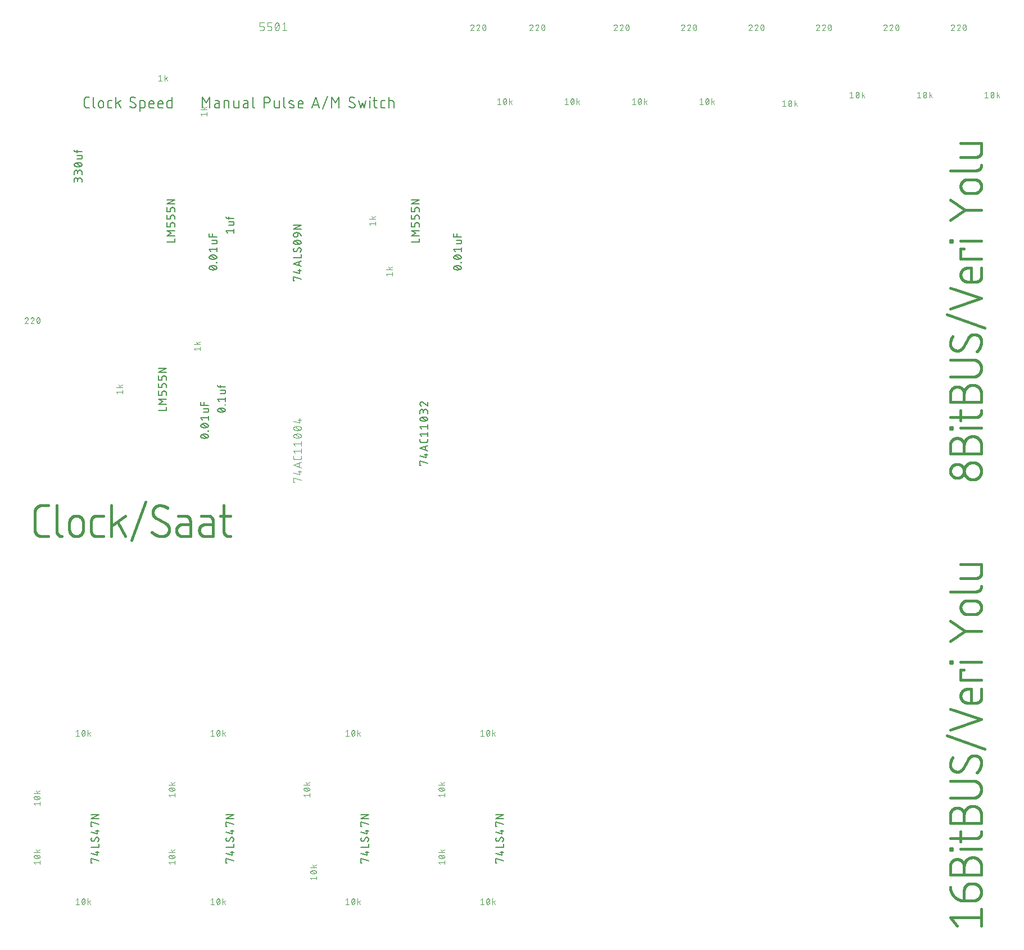
<source format=gbr>
G04 EAGLE Gerber RS-274X export*
G75*
%MOMM*%
%FSLAX34Y34*%
%LPD*%
%INSilkscreen Top*%
%IPPOS*%
%AMOC8*
5,1,8,0,0,1.08239X$1,22.5*%
G01*
%ADD10C,0.406400*%
%ADD11C,0.152400*%
%ADD12C,0.101600*%
%ADD13C,0.127000*%


D10*
X1519146Y822254D02*
X1518830Y822250D01*
X1518514Y822239D01*
X1518198Y822219D01*
X1517883Y822192D01*
X1517569Y822158D01*
X1517256Y822116D01*
X1516944Y822066D01*
X1516633Y822008D01*
X1516323Y821943D01*
X1516016Y821871D01*
X1515710Y821791D01*
X1515406Y821704D01*
X1515104Y821609D01*
X1514805Y821507D01*
X1514508Y821397D01*
X1514215Y821281D01*
X1513924Y821157D01*
X1513636Y821027D01*
X1513351Y820889D01*
X1513070Y820744D01*
X1512792Y820593D01*
X1512519Y820435D01*
X1512249Y820270D01*
X1511983Y820099D01*
X1511721Y819921D01*
X1511464Y819737D01*
X1511212Y819547D01*
X1510964Y819351D01*
X1510721Y819149D01*
X1510483Y818941D01*
X1510250Y818727D01*
X1510022Y818507D01*
X1509800Y818282D01*
X1509584Y818052D01*
X1509373Y817817D01*
X1509167Y817576D01*
X1508968Y817331D01*
X1508775Y817081D01*
X1508588Y816826D01*
X1508407Y816566D01*
X1508233Y816303D01*
X1508065Y816035D01*
X1507903Y815763D01*
X1507749Y815487D01*
X1507601Y815208D01*
X1507459Y814925D01*
X1507325Y814639D01*
X1507198Y814349D01*
X1507078Y814057D01*
X1506965Y813762D01*
X1506859Y813464D01*
X1506761Y813163D01*
X1506670Y812860D01*
X1506586Y812556D01*
X1506510Y812249D01*
X1506441Y811940D01*
X1506380Y811630D01*
X1506326Y811318D01*
X1506280Y811006D01*
X1506242Y810692D01*
X1506211Y810377D01*
X1506188Y810062D01*
X1506173Y809746D01*
X1506165Y809430D01*
X1506165Y809114D01*
X1506173Y808798D01*
X1506188Y808482D01*
X1506211Y808167D01*
X1506242Y807852D01*
X1506280Y807538D01*
X1506326Y807226D01*
X1506380Y806914D01*
X1506441Y806604D01*
X1506510Y806295D01*
X1506586Y805988D01*
X1506670Y805684D01*
X1506761Y805381D01*
X1506859Y805080D01*
X1506965Y804782D01*
X1507078Y804487D01*
X1507198Y804195D01*
X1507325Y803905D01*
X1507459Y803619D01*
X1507601Y803336D01*
X1507749Y803057D01*
X1507903Y802781D01*
X1508065Y802509D01*
X1508233Y802241D01*
X1508407Y801978D01*
X1508588Y801718D01*
X1508775Y801463D01*
X1508968Y801213D01*
X1509167Y800968D01*
X1509373Y800727D01*
X1509584Y800492D01*
X1509800Y800262D01*
X1510022Y800037D01*
X1510250Y799817D01*
X1510483Y799603D01*
X1510721Y799395D01*
X1510964Y799193D01*
X1511212Y798997D01*
X1511464Y798807D01*
X1511721Y798623D01*
X1511983Y798445D01*
X1512249Y798274D01*
X1512519Y798109D01*
X1512792Y797951D01*
X1513070Y797800D01*
X1513351Y797655D01*
X1513636Y797517D01*
X1513924Y797387D01*
X1514215Y797263D01*
X1514508Y797147D01*
X1514805Y797037D01*
X1515104Y796935D01*
X1515406Y796840D01*
X1515710Y796753D01*
X1516016Y796673D01*
X1516323Y796601D01*
X1516633Y796536D01*
X1516944Y796478D01*
X1517256Y796428D01*
X1517569Y796386D01*
X1517883Y796352D01*
X1518198Y796325D01*
X1518514Y796305D01*
X1518830Y796294D01*
X1519146Y796290D01*
X1519462Y796294D01*
X1519778Y796305D01*
X1520094Y796325D01*
X1520409Y796352D01*
X1520723Y796386D01*
X1521036Y796428D01*
X1521348Y796478D01*
X1521659Y796536D01*
X1521969Y796601D01*
X1522276Y796673D01*
X1522582Y796753D01*
X1522886Y796840D01*
X1523188Y796935D01*
X1523487Y797037D01*
X1523784Y797147D01*
X1524077Y797263D01*
X1524368Y797387D01*
X1524656Y797517D01*
X1524941Y797655D01*
X1525222Y797800D01*
X1525500Y797951D01*
X1525773Y798109D01*
X1526043Y798274D01*
X1526309Y798445D01*
X1526571Y798623D01*
X1526828Y798807D01*
X1527080Y798997D01*
X1527328Y799193D01*
X1527571Y799395D01*
X1527809Y799603D01*
X1528042Y799817D01*
X1528270Y800037D01*
X1528492Y800262D01*
X1528708Y800492D01*
X1528919Y800727D01*
X1529125Y800968D01*
X1529324Y801213D01*
X1529517Y801463D01*
X1529704Y801718D01*
X1529885Y801978D01*
X1530059Y802241D01*
X1530227Y802509D01*
X1530389Y802781D01*
X1530543Y803057D01*
X1530691Y803336D01*
X1530833Y803619D01*
X1530967Y803905D01*
X1531094Y804195D01*
X1531214Y804487D01*
X1531327Y804782D01*
X1531433Y805080D01*
X1531531Y805381D01*
X1531622Y805684D01*
X1531706Y805988D01*
X1531782Y806295D01*
X1531851Y806604D01*
X1531912Y806914D01*
X1531966Y807226D01*
X1532012Y807538D01*
X1532050Y807852D01*
X1532081Y808167D01*
X1532104Y808482D01*
X1532119Y808798D01*
X1532127Y809114D01*
X1532127Y809430D01*
X1532119Y809746D01*
X1532104Y810062D01*
X1532081Y810377D01*
X1532050Y810692D01*
X1532012Y811006D01*
X1531966Y811318D01*
X1531912Y811630D01*
X1531851Y811940D01*
X1531782Y812249D01*
X1531706Y812556D01*
X1531622Y812860D01*
X1531531Y813163D01*
X1531433Y813464D01*
X1531327Y813762D01*
X1531214Y814057D01*
X1531094Y814349D01*
X1530967Y814639D01*
X1530833Y814925D01*
X1530691Y815208D01*
X1530543Y815487D01*
X1530389Y815763D01*
X1530227Y816035D01*
X1530059Y816303D01*
X1529885Y816566D01*
X1529704Y816826D01*
X1529517Y817081D01*
X1529324Y817331D01*
X1529125Y817576D01*
X1528919Y817817D01*
X1528708Y818052D01*
X1528492Y818282D01*
X1528270Y818507D01*
X1528042Y818727D01*
X1527809Y818941D01*
X1527571Y819149D01*
X1527328Y819351D01*
X1527080Y819547D01*
X1526828Y819737D01*
X1526571Y819921D01*
X1526309Y820099D01*
X1526043Y820270D01*
X1525773Y820435D01*
X1525500Y820593D01*
X1525222Y820744D01*
X1524941Y820889D01*
X1524656Y821027D01*
X1524368Y821157D01*
X1524077Y821281D01*
X1523784Y821397D01*
X1523487Y821507D01*
X1523188Y821609D01*
X1522886Y821704D01*
X1522582Y821791D01*
X1522276Y821871D01*
X1521969Y821943D01*
X1521659Y822008D01*
X1521348Y822066D01*
X1521036Y822116D01*
X1520723Y822158D01*
X1520409Y822192D01*
X1520094Y822219D01*
X1519778Y822239D01*
X1519462Y822250D01*
X1519146Y822254D01*
X1495778Y819658D02*
X1495525Y819655D01*
X1495272Y819646D01*
X1495020Y819630D01*
X1494768Y819609D01*
X1494516Y819581D01*
X1494266Y819547D01*
X1494016Y819507D01*
X1493767Y819462D01*
X1493520Y819410D01*
X1493274Y819352D01*
X1493029Y819288D01*
X1492786Y819218D01*
X1492545Y819142D01*
X1492305Y819060D01*
X1492068Y818973D01*
X1491833Y818879D01*
X1491600Y818781D01*
X1491370Y818676D01*
X1491142Y818566D01*
X1490917Y818450D01*
X1490695Y818329D01*
X1490476Y818203D01*
X1490260Y818071D01*
X1490047Y817934D01*
X1489838Y817792D01*
X1489632Y817645D01*
X1489430Y817492D01*
X1489232Y817335D01*
X1489038Y817174D01*
X1488847Y817007D01*
X1488661Y816836D01*
X1488479Y816661D01*
X1488301Y816481D01*
X1488128Y816296D01*
X1487959Y816108D01*
X1487795Y815916D01*
X1487635Y815719D01*
X1487481Y815519D01*
X1487331Y815315D01*
X1487187Y815108D01*
X1487047Y814897D01*
X1486913Y814682D01*
X1486783Y814465D01*
X1486660Y814244D01*
X1486541Y814021D01*
X1486428Y813795D01*
X1486321Y813566D01*
X1486219Y813334D01*
X1486123Y813100D01*
X1486033Y812864D01*
X1485948Y812625D01*
X1485870Y812385D01*
X1485797Y812143D01*
X1485730Y811899D01*
X1485669Y811654D01*
X1485614Y811407D01*
X1485565Y811158D01*
X1485522Y810909D01*
X1485485Y810659D01*
X1485454Y810408D01*
X1485430Y810156D01*
X1485411Y809904D01*
X1485399Y809651D01*
X1485393Y809398D01*
X1485393Y809146D01*
X1485399Y808893D01*
X1485411Y808640D01*
X1485430Y808388D01*
X1485454Y808136D01*
X1485485Y807885D01*
X1485522Y807635D01*
X1485565Y807386D01*
X1485614Y807137D01*
X1485669Y806890D01*
X1485730Y806645D01*
X1485797Y806401D01*
X1485870Y806159D01*
X1485948Y805919D01*
X1486033Y805680D01*
X1486123Y805444D01*
X1486219Y805210D01*
X1486321Y804978D01*
X1486428Y804749D01*
X1486541Y804523D01*
X1486660Y804300D01*
X1486783Y804079D01*
X1486913Y803862D01*
X1487047Y803647D01*
X1487187Y803436D01*
X1487331Y803229D01*
X1487481Y803025D01*
X1487635Y802825D01*
X1487795Y802628D01*
X1487959Y802436D01*
X1488128Y802248D01*
X1488301Y802063D01*
X1488479Y801883D01*
X1488661Y801708D01*
X1488847Y801537D01*
X1489038Y801370D01*
X1489232Y801209D01*
X1489430Y801052D01*
X1489632Y800899D01*
X1489838Y800752D01*
X1490047Y800610D01*
X1490260Y800473D01*
X1490476Y800341D01*
X1490695Y800215D01*
X1490917Y800094D01*
X1491142Y799978D01*
X1491370Y799868D01*
X1491600Y799763D01*
X1491833Y799665D01*
X1492068Y799571D01*
X1492305Y799484D01*
X1492545Y799402D01*
X1492786Y799326D01*
X1493029Y799256D01*
X1493274Y799192D01*
X1493520Y799134D01*
X1493767Y799082D01*
X1494016Y799037D01*
X1494266Y798997D01*
X1494516Y798963D01*
X1494768Y798935D01*
X1495020Y798914D01*
X1495272Y798898D01*
X1495525Y798889D01*
X1495778Y798886D01*
X1496031Y798889D01*
X1496284Y798898D01*
X1496536Y798914D01*
X1496788Y798935D01*
X1497040Y798963D01*
X1497290Y798997D01*
X1497540Y799037D01*
X1497789Y799082D01*
X1498036Y799134D01*
X1498282Y799192D01*
X1498527Y799256D01*
X1498770Y799326D01*
X1499011Y799402D01*
X1499251Y799484D01*
X1499488Y799571D01*
X1499723Y799665D01*
X1499956Y799763D01*
X1500186Y799868D01*
X1500414Y799978D01*
X1500639Y800094D01*
X1500861Y800215D01*
X1501080Y800341D01*
X1501296Y800473D01*
X1501509Y800610D01*
X1501718Y800752D01*
X1501924Y800899D01*
X1502126Y801052D01*
X1502324Y801209D01*
X1502518Y801370D01*
X1502709Y801537D01*
X1502895Y801708D01*
X1503077Y801883D01*
X1503255Y802063D01*
X1503428Y802248D01*
X1503597Y802436D01*
X1503761Y802628D01*
X1503921Y802825D01*
X1504075Y803025D01*
X1504225Y803229D01*
X1504369Y803436D01*
X1504509Y803647D01*
X1504643Y803862D01*
X1504773Y804079D01*
X1504896Y804300D01*
X1505015Y804523D01*
X1505128Y804749D01*
X1505235Y804978D01*
X1505337Y805210D01*
X1505433Y805444D01*
X1505523Y805680D01*
X1505608Y805919D01*
X1505686Y806159D01*
X1505759Y806401D01*
X1505826Y806645D01*
X1505887Y806890D01*
X1505942Y807137D01*
X1505991Y807386D01*
X1506034Y807635D01*
X1506071Y807885D01*
X1506102Y808136D01*
X1506126Y808388D01*
X1506145Y808640D01*
X1506157Y808893D01*
X1506163Y809146D01*
X1506163Y809398D01*
X1506157Y809651D01*
X1506145Y809904D01*
X1506126Y810156D01*
X1506102Y810408D01*
X1506071Y810659D01*
X1506034Y810909D01*
X1505991Y811158D01*
X1505942Y811407D01*
X1505887Y811654D01*
X1505826Y811899D01*
X1505759Y812143D01*
X1505686Y812385D01*
X1505608Y812625D01*
X1505523Y812864D01*
X1505433Y813100D01*
X1505337Y813334D01*
X1505235Y813566D01*
X1505128Y813795D01*
X1505015Y814021D01*
X1504896Y814244D01*
X1504773Y814465D01*
X1504643Y814682D01*
X1504509Y814897D01*
X1504369Y815108D01*
X1504225Y815315D01*
X1504075Y815519D01*
X1503921Y815719D01*
X1503761Y815916D01*
X1503597Y816108D01*
X1503428Y816296D01*
X1503255Y816481D01*
X1503077Y816661D01*
X1502895Y816836D01*
X1502709Y817007D01*
X1502518Y817174D01*
X1502324Y817335D01*
X1502126Y817492D01*
X1501924Y817645D01*
X1501718Y817792D01*
X1501509Y817934D01*
X1501296Y818071D01*
X1501080Y818203D01*
X1500861Y818329D01*
X1500639Y818450D01*
X1500414Y818566D01*
X1500186Y818676D01*
X1499956Y818781D01*
X1499723Y818879D01*
X1499488Y818973D01*
X1499251Y819060D01*
X1499011Y819142D01*
X1498770Y819218D01*
X1498527Y819288D01*
X1498282Y819352D01*
X1498036Y819410D01*
X1497789Y819462D01*
X1497540Y819507D01*
X1497290Y819547D01*
X1497040Y819581D01*
X1496788Y819609D01*
X1496536Y819630D01*
X1496284Y819646D01*
X1496031Y819655D01*
X1495778Y819658D01*
X1506164Y835566D02*
X1506164Y848548D01*
X1506168Y848864D01*
X1506179Y849180D01*
X1506199Y849496D01*
X1506226Y849811D01*
X1506260Y850125D01*
X1506302Y850438D01*
X1506352Y850750D01*
X1506410Y851061D01*
X1506475Y851371D01*
X1506547Y851678D01*
X1506627Y851984D01*
X1506714Y852288D01*
X1506809Y852590D01*
X1506911Y852889D01*
X1507021Y853186D01*
X1507137Y853479D01*
X1507261Y853770D01*
X1507391Y854058D01*
X1507529Y854343D01*
X1507674Y854624D01*
X1507825Y854902D01*
X1507983Y855175D01*
X1508148Y855445D01*
X1508319Y855711D01*
X1508497Y855973D01*
X1508681Y856230D01*
X1508871Y856482D01*
X1509067Y856730D01*
X1509269Y856973D01*
X1509477Y857211D01*
X1509691Y857444D01*
X1509911Y857672D01*
X1510136Y857894D01*
X1510366Y858110D01*
X1510601Y858321D01*
X1510842Y858527D01*
X1511087Y858726D01*
X1511337Y858919D01*
X1511592Y859106D01*
X1511852Y859287D01*
X1512115Y859461D01*
X1512383Y859629D01*
X1512655Y859791D01*
X1512931Y859945D01*
X1513210Y860093D01*
X1513493Y860235D01*
X1513779Y860369D01*
X1514069Y860496D01*
X1514361Y860616D01*
X1514656Y860729D01*
X1514954Y860835D01*
X1515255Y860933D01*
X1515558Y861024D01*
X1515862Y861108D01*
X1516169Y861184D01*
X1516478Y861253D01*
X1516788Y861314D01*
X1517100Y861368D01*
X1517412Y861414D01*
X1517726Y861452D01*
X1518041Y861483D01*
X1518356Y861506D01*
X1518672Y861521D01*
X1518988Y861529D01*
X1519304Y861529D01*
X1519620Y861521D01*
X1519936Y861506D01*
X1520251Y861483D01*
X1520566Y861452D01*
X1520880Y861414D01*
X1521192Y861368D01*
X1521504Y861314D01*
X1521814Y861253D01*
X1522123Y861184D01*
X1522430Y861108D01*
X1522734Y861024D01*
X1523037Y860933D01*
X1523338Y860835D01*
X1523636Y860729D01*
X1523931Y860616D01*
X1524223Y860496D01*
X1524513Y860369D01*
X1524799Y860235D01*
X1525082Y860093D01*
X1525361Y859945D01*
X1525637Y859791D01*
X1525909Y859629D01*
X1526177Y859461D01*
X1526440Y859287D01*
X1526700Y859106D01*
X1526955Y858919D01*
X1527205Y858726D01*
X1527450Y858527D01*
X1527691Y858321D01*
X1527926Y858110D01*
X1528156Y857894D01*
X1528381Y857672D01*
X1528601Y857444D01*
X1528815Y857211D01*
X1529023Y856973D01*
X1529225Y856730D01*
X1529421Y856482D01*
X1529611Y856230D01*
X1529795Y855973D01*
X1529973Y855711D01*
X1530144Y855445D01*
X1530309Y855175D01*
X1530467Y854902D01*
X1530618Y854624D01*
X1530763Y854343D01*
X1530901Y854058D01*
X1531031Y853770D01*
X1531155Y853479D01*
X1531271Y853186D01*
X1531381Y852889D01*
X1531483Y852590D01*
X1531578Y852288D01*
X1531665Y851984D01*
X1531745Y851678D01*
X1531817Y851371D01*
X1531882Y851061D01*
X1531940Y850750D01*
X1531990Y850438D01*
X1532032Y850125D01*
X1532066Y849811D01*
X1532093Y849496D01*
X1532113Y849180D01*
X1532124Y848864D01*
X1532128Y848548D01*
X1532128Y835566D01*
X1485392Y835566D01*
X1485392Y848548D01*
X1485395Y848801D01*
X1485404Y849054D01*
X1485420Y849306D01*
X1485441Y849558D01*
X1485469Y849810D01*
X1485503Y850060D01*
X1485543Y850310D01*
X1485588Y850559D01*
X1485640Y850806D01*
X1485698Y851052D01*
X1485762Y851297D01*
X1485832Y851540D01*
X1485908Y851781D01*
X1485990Y852021D01*
X1486077Y852258D01*
X1486171Y852493D01*
X1486269Y852726D01*
X1486374Y852956D01*
X1486484Y853184D01*
X1486600Y853409D01*
X1486721Y853631D01*
X1486847Y853850D01*
X1486979Y854066D01*
X1487116Y854279D01*
X1487258Y854488D01*
X1487405Y854694D01*
X1487558Y854896D01*
X1487715Y855094D01*
X1487876Y855288D01*
X1488043Y855479D01*
X1488214Y855665D01*
X1488389Y855847D01*
X1488569Y856025D01*
X1488754Y856198D01*
X1488942Y856367D01*
X1489134Y856531D01*
X1489331Y856691D01*
X1489531Y856845D01*
X1489735Y856995D01*
X1489942Y857139D01*
X1490153Y857279D01*
X1490368Y857413D01*
X1490585Y857543D01*
X1490806Y857666D01*
X1491029Y857785D01*
X1491255Y857898D01*
X1491484Y858005D01*
X1491716Y858107D01*
X1491950Y858203D01*
X1492186Y858293D01*
X1492425Y858378D01*
X1492665Y858456D01*
X1492907Y858529D01*
X1493151Y858596D01*
X1493396Y858657D01*
X1493643Y858712D01*
X1493892Y858761D01*
X1494141Y858804D01*
X1494391Y858841D01*
X1494642Y858872D01*
X1494894Y858896D01*
X1495146Y858915D01*
X1495399Y858927D01*
X1495652Y858933D01*
X1495904Y858933D01*
X1496157Y858927D01*
X1496410Y858915D01*
X1496662Y858896D01*
X1496914Y858872D01*
X1497165Y858841D01*
X1497415Y858804D01*
X1497664Y858761D01*
X1497913Y858712D01*
X1498160Y858657D01*
X1498405Y858596D01*
X1498649Y858529D01*
X1498891Y858456D01*
X1499131Y858378D01*
X1499370Y858293D01*
X1499606Y858203D01*
X1499840Y858107D01*
X1500072Y858005D01*
X1500301Y857898D01*
X1500527Y857785D01*
X1500750Y857666D01*
X1500971Y857543D01*
X1501188Y857413D01*
X1501403Y857279D01*
X1501614Y857139D01*
X1501821Y856995D01*
X1502025Y856845D01*
X1502225Y856691D01*
X1502422Y856531D01*
X1502614Y856367D01*
X1502802Y856198D01*
X1502987Y856025D01*
X1503167Y855847D01*
X1503342Y855665D01*
X1503513Y855479D01*
X1503680Y855288D01*
X1503841Y855094D01*
X1503998Y854896D01*
X1504151Y854694D01*
X1504298Y854488D01*
X1504440Y854279D01*
X1504577Y854066D01*
X1504709Y853850D01*
X1504835Y853631D01*
X1504956Y853409D01*
X1505072Y853184D01*
X1505182Y852956D01*
X1505287Y852726D01*
X1505385Y852493D01*
X1505479Y852258D01*
X1505566Y852021D01*
X1505648Y851781D01*
X1505724Y851540D01*
X1505794Y851297D01*
X1505858Y851052D01*
X1505916Y850806D01*
X1505968Y850559D01*
X1506013Y850310D01*
X1506053Y850060D01*
X1506087Y849810D01*
X1506115Y849558D01*
X1506136Y849306D01*
X1506152Y849054D01*
X1506161Y848801D01*
X1506164Y848548D01*
X1500971Y874042D02*
X1532128Y874042D01*
X1487988Y872744D02*
X1485392Y872744D01*
X1485392Y875341D01*
X1487988Y875341D01*
X1487988Y872744D01*
X1500971Y885360D02*
X1500971Y900938D01*
X1485392Y890552D02*
X1524339Y890552D01*
X1524339Y890553D02*
X1524527Y890555D01*
X1524715Y890562D01*
X1524903Y890573D01*
X1525091Y890589D01*
X1525278Y890610D01*
X1525464Y890635D01*
X1525650Y890664D01*
X1525835Y890698D01*
X1526020Y890737D01*
X1526203Y890779D01*
X1526385Y890827D01*
X1526566Y890878D01*
X1526746Y890934D01*
X1526924Y890995D01*
X1527101Y891059D01*
X1527276Y891128D01*
X1527450Y891201D01*
X1527621Y891278D01*
X1527791Y891360D01*
X1527959Y891445D01*
X1528124Y891535D01*
X1528288Y891628D01*
X1528449Y891726D01*
X1528607Y891827D01*
X1528764Y891932D01*
X1528917Y892041D01*
X1529068Y892153D01*
X1529216Y892269D01*
X1529362Y892389D01*
X1529504Y892512D01*
X1529643Y892638D01*
X1529780Y892768D01*
X1529913Y892901D01*
X1530043Y893038D01*
X1530169Y893177D01*
X1530292Y893319D01*
X1530412Y893465D01*
X1530528Y893613D01*
X1530640Y893764D01*
X1530749Y893917D01*
X1530854Y894074D01*
X1530956Y894232D01*
X1531053Y894393D01*
X1531146Y894557D01*
X1531236Y894722D01*
X1531321Y894890D01*
X1531403Y895060D01*
X1531480Y895231D01*
X1531553Y895405D01*
X1531622Y895580D01*
X1531686Y895757D01*
X1531747Y895935D01*
X1531803Y896115D01*
X1531854Y896296D01*
X1531902Y896478D01*
X1531945Y896661D01*
X1531983Y896846D01*
X1532017Y897031D01*
X1532046Y897217D01*
X1532071Y897403D01*
X1532092Y897590D01*
X1532108Y897778D01*
X1532119Y897966D01*
X1532126Y898154D01*
X1532128Y898342D01*
X1532128Y900938D01*
X1506164Y913036D02*
X1506164Y926018D01*
X1506168Y926334D01*
X1506179Y926650D01*
X1506199Y926966D01*
X1506226Y927281D01*
X1506260Y927595D01*
X1506302Y927908D01*
X1506352Y928220D01*
X1506410Y928531D01*
X1506475Y928841D01*
X1506547Y929148D01*
X1506627Y929454D01*
X1506714Y929758D01*
X1506809Y930060D01*
X1506911Y930359D01*
X1507021Y930656D01*
X1507137Y930949D01*
X1507261Y931240D01*
X1507391Y931528D01*
X1507529Y931813D01*
X1507674Y932094D01*
X1507825Y932372D01*
X1507983Y932645D01*
X1508148Y932915D01*
X1508319Y933181D01*
X1508497Y933443D01*
X1508681Y933700D01*
X1508871Y933952D01*
X1509067Y934200D01*
X1509269Y934443D01*
X1509477Y934681D01*
X1509691Y934914D01*
X1509911Y935142D01*
X1510136Y935364D01*
X1510366Y935580D01*
X1510601Y935791D01*
X1510842Y935997D01*
X1511087Y936196D01*
X1511337Y936389D01*
X1511592Y936576D01*
X1511852Y936757D01*
X1512115Y936931D01*
X1512383Y937099D01*
X1512655Y937261D01*
X1512931Y937415D01*
X1513210Y937563D01*
X1513493Y937705D01*
X1513779Y937839D01*
X1514069Y937966D01*
X1514361Y938086D01*
X1514656Y938199D01*
X1514954Y938305D01*
X1515255Y938403D01*
X1515558Y938494D01*
X1515862Y938578D01*
X1516169Y938654D01*
X1516478Y938723D01*
X1516788Y938784D01*
X1517100Y938838D01*
X1517412Y938884D01*
X1517726Y938922D01*
X1518041Y938953D01*
X1518356Y938976D01*
X1518672Y938991D01*
X1518988Y938999D01*
X1519304Y938999D01*
X1519620Y938991D01*
X1519936Y938976D01*
X1520251Y938953D01*
X1520566Y938922D01*
X1520880Y938884D01*
X1521192Y938838D01*
X1521504Y938784D01*
X1521814Y938723D01*
X1522123Y938654D01*
X1522430Y938578D01*
X1522734Y938494D01*
X1523037Y938403D01*
X1523338Y938305D01*
X1523636Y938199D01*
X1523931Y938086D01*
X1524223Y937966D01*
X1524513Y937839D01*
X1524799Y937705D01*
X1525082Y937563D01*
X1525361Y937415D01*
X1525637Y937261D01*
X1525909Y937099D01*
X1526177Y936931D01*
X1526440Y936757D01*
X1526700Y936576D01*
X1526955Y936389D01*
X1527205Y936196D01*
X1527450Y935997D01*
X1527691Y935791D01*
X1527926Y935580D01*
X1528156Y935364D01*
X1528381Y935142D01*
X1528601Y934914D01*
X1528815Y934681D01*
X1529023Y934443D01*
X1529225Y934200D01*
X1529421Y933952D01*
X1529611Y933700D01*
X1529795Y933443D01*
X1529973Y933181D01*
X1530144Y932915D01*
X1530309Y932645D01*
X1530467Y932372D01*
X1530618Y932094D01*
X1530763Y931813D01*
X1530901Y931528D01*
X1531031Y931240D01*
X1531155Y930949D01*
X1531271Y930656D01*
X1531381Y930359D01*
X1531483Y930060D01*
X1531578Y929758D01*
X1531665Y929454D01*
X1531745Y929148D01*
X1531817Y928841D01*
X1531882Y928531D01*
X1531940Y928220D01*
X1531990Y927908D01*
X1532032Y927595D01*
X1532066Y927281D01*
X1532093Y926966D01*
X1532113Y926650D01*
X1532124Y926334D01*
X1532128Y926018D01*
X1532128Y913036D01*
X1485392Y913036D01*
X1485392Y926018D01*
X1485395Y926271D01*
X1485404Y926524D01*
X1485420Y926776D01*
X1485441Y927028D01*
X1485469Y927280D01*
X1485503Y927530D01*
X1485543Y927780D01*
X1485588Y928029D01*
X1485640Y928276D01*
X1485698Y928522D01*
X1485762Y928767D01*
X1485832Y929010D01*
X1485908Y929251D01*
X1485990Y929491D01*
X1486077Y929728D01*
X1486171Y929963D01*
X1486269Y930196D01*
X1486374Y930426D01*
X1486484Y930654D01*
X1486600Y930879D01*
X1486721Y931101D01*
X1486847Y931320D01*
X1486979Y931536D01*
X1487116Y931749D01*
X1487258Y931958D01*
X1487405Y932164D01*
X1487558Y932366D01*
X1487715Y932564D01*
X1487876Y932758D01*
X1488043Y932949D01*
X1488214Y933135D01*
X1488389Y933317D01*
X1488569Y933495D01*
X1488754Y933668D01*
X1488942Y933837D01*
X1489134Y934001D01*
X1489331Y934161D01*
X1489531Y934315D01*
X1489735Y934465D01*
X1489942Y934609D01*
X1490153Y934749D01*
X1490368Y934883D01*
X1490585Y935013D01*
X1490806Y935136D01*
X1491029Y935255D01*
X1491255Y935368D01*
X1491484Y935475D01*
X1491716Y935577D01*
X1491950Y935673D01*
X1492186Y935763D01*
X1492425Y935848D01*
X1492665Y935926D01*
X1492907Y935999D01*
X1493151Y936066D01*
X1493396Y936127D01*
X1493643Y936182D01*
X1493892Y936231D01*
X1494141Y936274D01*
X1494391Y936311D01*
X1494642Y936342D01*
X1494894Y936366D01*
X1495146Y936385D01*
X1495399Y936397D01*
X1495652Y936403D01*
X1495904Y936403D01*
X1496157Y936397D01*
X1496410Y936385D01*
X1496662Y936366D01*
X1496914Y936342D01*
X1497165Y936311D01*
X1497415Y936274D01*
X1497664Y936231D01*
X1497913Y936182D01*
X1498160Y936127D01*
X1498405Y936066D01*
X1498649Y935999D01*
X1498891Y935926D01*
X1499131Y935848D01*
X1499370Y935763D01*
X1499606Y935673D01*
X1499840Y935577D01*
X1500072Y935475D01*
X1500301Y935368D01*
X1500527Y935255D01*
X1500750Y935136D01*
X1500971Y935013D01*
X1501188Y934883D01*
X1501403Y934749D01*
X1501614Y934609D01*
X1501821Y934465D01*
X1502025Y934315D01*
X1502225Y934161D01*
X1502422Y934001D01*
X1502614Y933837D01*
X1502802Y933668D01*
X1502987Y933495D01*
X1503167Y933317D01*
X1503342Y933135D01*
X1503513Y932949D01*
X1503680Y932758D01*
X1503841Y932564D01*
X1503998Y932366D01*
X1504151Y932164D01*
X1504298Y931958D01*
X1504440Y931749D01*
X1504577Y931536D01*
X1504709Y931320D01*
X1504835Y931101D01*
X1504956Y930879D01*
X1505072Y930654D01*
X1505182Y930426D01*
X1505287Y930196D01*
X1505385Y929963D01*
X1505479Y929728D01*
X1505566Y929491D01*
X1505648Y929251D01*
X1505724Y929010D01*
X1505794Y928767D01*
X1505858Y928522D01*
X1505916Y928276D01*
X1505968Y928029D01*
X1506013Y927780D01*
X1506053Y927530D01*
X1506087Y927280D01*
X1506115Y927028D01*
X1506136Y926776D01*
X1506152Y926524D01*
X1506161Y926271D01*
X1506164Y926018D01*
X1519146Y951230D02*
X1485392Y951230D01*
X1519146Y951230D02*
X1519462Y951234D01*
X1519778Y951245D01*
X1520094Y951265D01*
X1520409Y951292D01*
X1520723Y951326D01*
X1521036Y951368D01*
X1521348Y951418D01*
X1521659Y951476D01*
X1521969Y951541D01*
X1522276Y951613D01*
X1522582Y951693D01*
X1522886Y951780D01*
X1523188Y951875D01*
X1523487Y951977D01*
X1523784Y952087D01*
X1524077Y952203D01*
X1524368Y952327D01*
X1524656Y952457D01*
X1524941Y952595D01*
X1525222Y952740D01*
X1525500Y952891D01*
X1525773Y953049D01*
X1526043Y953214D01*
X1526309Y953385D01*
X1526571Y953563D01*
X1526828Y953747D01*
X1527080Y953937D01*
X1527328Y954133D01*
X1527571Y954335D01*
X1527809Y954543D01*
X1528042Y954757D01*
X1528270Y954977D01*
X1528492Y955202D01*
X1528708Y955432D01*
X1528919Y955667D01*
X1529125Y955908D01*
X1529324Y956153D01*
X1529517Y956403D01*
X1529704Y956658D01*
X1529885Y956918D01*
X1530059Y957181D01*
X1530227Y957449D01*
X1530389Y957721D01*
X1530543Y957997D01*
X1530691Y958276D01*
X1530833Y958559D01*
X1530967Y958845D01*
X1531094Y959135D01*
X1531214Y959427D01*
X1531327Y959722D01*
X1531433Y960020D01*
X1531531Y960321D01*
X1531622Y960624D01*
X1531706Y960928D01*
X1531782Y961235D01*
X1531851Y961544D01*
X1531912Y961854D01*
X1531966Y962166D01*
X1532012Y962478D01*
X1532050Y962792D01*
X1532081Y963107D01*
X1532104Y963422D01*
X1532119Y963738D01*
X1532127Y964054D01*
X1532127Y964370D01*
X1532119Y964686D01*
X1532104Y965002D01*
X1532081Y965317D01*
X1532050Y965632D01*
X1532012Y965946D01*
X1531966Y966258D01*
X1531912Y966570D01*
X1531851Y966880D01*
X1531782Y967189D01*
X1531706Y967496D01*
X1531622Y967800D01*
X1531531Y968103D01*
X1531433Y968404D01*
X1531327Y968702D01*
X1531214Y968997D01*
X1531094Y969289D01*
X1530967Y969579D01*
X1530833Y969865D01*
X1530691Y970148D01*
X1530543Y970427D01*
X1530389Y970703D01*
X1530227Y970975D01*
X1530059Y971243D01*
X1529885Y971506D01*
X1529704Y971766D01*
X1529517Y972021D01*
X1529324Y972271D01*
X1529125Y972516D01*
X1528919Y972757D01*
X1528708Y972992D01*
X1528492Y973222D01*
X1528270Y973447D01*
X1528042Y973667D01*
X1527809Y973881D01*
X1527571Y974089D01*
X1527328Y974291D01*
X1527080Y974487D01*
X1526828Y974677D01*
X1526571Y974861D01*
X1526309Y975039D01*
X1526043Y975210D01*
X1525773Y975375D01*
X1525500Y975533D01*
X1525222Y975684D01*
X1524941Y975829D01*
X1524656Y975967D01*
X1524368Y976097D01*
X1524077Y976221D01*
X1523784Y976337D01*
X1523487Y976447D01*
X1523188Y976549D01*
X1522886Y976644D01*
X1522582Y976731D01*
X1522276Y976811D01*
X1521969Y976883D01*
X1521659Y976948D01*
X1521348Y977006D01*
X1521036Y977056D01*
X1520723Y977098D01*
X1520409Y977132D01*
X1520094Y977159D01*
X1519778Y977179D01*
X1519462Y977190D01*
X1519146Y977194D01*
X1519146Y977195D02*
X1485392Y977195D01*
X1521742Y1015295D02*
X1521993Y1015292D01*
X1522244Y1015283D01*
X1522494Y1015268D01*
X1522744Y1015247D01*
X1522994Y1015219D01*
X1523243Y1015186D01*
X1523491Y1015147D01*
X1523737Y1015102D01*
X1523983Y1015050D01*
X1524228Y1014993D01*
X1524470Y1014930D01*
X1524712Y1014861D01*
X1524951Y1014787D01*
X1525189Y1014706D01*
X1525425Y1014620D01*
X1525659Y1014528D01*
X1525890Y1014431D01*
X1526119Y1014328D01*
X1526345Y1014219D01*
X1526569Y1014105D01*
X1526789Y1013986D01*
X1527007Y1013861D01*
X1527222Y1013732D01*
X1527434Y1013597D01*
X1527642Y1013457D01*
X1527847Y1013311D01*
X1528048Y1013161D01*
X1528246Y1013007D01*
X1528439Y1012847D01*
X1528629Y1012683D01*
X1528815Y1012514D01*
X1528997Y1012341D01*
X1529174Y1012164D01*
X1529347Y1011982D01*
X1529516Y1011796D01*
X1529680Y1011606D01*
X1529840Y1011413D01*
X1529994Y1011215D01*
X1530144Y1011014D01*
X1530290Y1010809D01*
X1530430Y1010601D01*
X1530565Y1010389D01*
X1530694Y1010174D01*
X1530819Y1009956D01*
X1530938Y1009736D01*
X1531052Y1009512D01*
X1531161Y1009286D01*
X1531264Y1009057D01*
X1531361Y1008826D01*
X1531453Y1008592D01*
X1531539Y1008356D01*
X1531620Y1008118D01*
X1531694Y1007879D01*
X1531763Y1007637D01*
X1531826Y1007395D01*
X1531883Y1007150D01*
X1531935Y1006904D01*
X1531980Y1006658D01*
X1532019Y1006410D01*
X1532052Y1006161D01*
X1532080Y1005911D01*
X1532101Y1005661D01*
X1532116Y1005411D01*
X1532125Y1005160D01*
X1532128Y1004909D01*
X1532122Y1004384D01*
X1532103Y1003859D01*
X1532072Y1003336D01*
X1532028Y1002812D01*
X1531971Y1002291D01*
X1531902Y1001770D01*
X1531821Y1001252D01*
X1531727Y1000735D01*
X1531621Y1000221D01*
X1531503Y999709D01*
X1531372Y999201D01*
X1531230Y998696D01*
X1531075Y998194D01*
X1530909Y997696D01*
X1530730Y997203D01*
X1530540Y996713D01*
X1530338Y996229D01*
X1530124Y995749D01*
X1529900Y995275D01*
X1529664Y994806D01*
X1529416Y994343D01*
X1529158Y993886D01*
X1528889Y993435D01*
X1528609Y992991D01*
X1528319Y992554D01*
X1528018Y992124D01*
X1527707Y991701D01*
X1527386Y991286D01*
X1527055Y990878D01*
X1526714Y990478D01*
X1526364Y990087D01*
X1526005Y989704D01*
X1525637Y989330D01*
X1495778Y990628D02*
X1495527Y990631D01*
X1495276Y990640D01*
X1495026Y990655D01*
X1494776Y990676D01*
X1494526Y990704D01*
X1494277Y990737D01*
X1494029Y990776D01*
X1493783Y990821D01*
X1493537Y990873D01*
X1493292Y990930D01*
X1493050Y990993D01*
X1492808Y991062D01*
X1492569Y991136D01*
X1492331Y991217D01*
X1492095Y991303D01*
X1491861Y991395D01*
X1491630Y991492D01*
X1491401Y991595D01*
X1491175Y991704D01*
X1490951Y991818D01*
X1490731Y991937D01*
X1490513Y992062D01*
X1490298Y992191D01*
X1490086Y992326D01*
X1489878Y992466D01*
X1489673Y992612D01*
X1489472Y992762D01*
X1489274Y992916D01*
X1489081Y993076D01*
X1488891Y993240D01*
X1488705Y993409D01*
X1488523Y993582D01*
X1488346Y993759D01*
X1488173Y993941D01*
X1488004Y994127D01*
X1487840Y994317D01*
X1487680Y994510D01*
X1487526Y994708D01*
X1487376Y994909D01*
X1487230Y995114D01*
X1487090Y995322D01*
X1486955Y995534D01*
X1486826Y995749D01*
X1486701Y995967D01*
X1486582Y996187D01*
X1486468Y996411D01*
X1486359Y996637D01*
X1486256Y996866D01*
X1486159Y997097D01*
X1486067Y997331D01*
X1485981Y997567D01*
X1485900Y997805D01*
X1485826Y998044D01*
X1485757Y998286D01*
X1485694Y998528D01*
X1485637Y998773D01*
X1485585Y999019D01*
X1485540Y999265D01*
X1485501Y999513D01*
X1485468Y999762D01*
X1485440Y1000012D01*
X1485419Y1000262D01*
X1485404Y1000512D01*
X1485395Y1000763D01*
X1485392Y1001014D01*
X1485398Y1001478D01*
X1485414Y1001942D01*
X1485442Y1002405D01*
X1485480Y1002868D01*
X1485530Y1003329D01*
X1485591Y1003789D01*
X1485662Y1004248D01*
X1485745Y1004704D01*
X1485838Y1005159D01*
X1485942Y1005611D01*
X1486057Y1006061D01*
X1486183Y1006508D01*
X1486319Y1006951D01*
X1486466Y1007392D01*
X1486623Y1007828D01*
X1486791Y1008261D01*
X1486969Y1008690D01*
X1487157Y1009114D01*
X1487355Y1009534D01*
X1487563Y1009949D01*
X1487781Y1010358D01*
X1488008Y1010763D01*
X1488245Y1011162D01*
X1488492Y1011555D01*
X1488748Y1011942D01*
X1489013Y1012323D01*
X1489287Y1012698D01*
X1504865Y995821D02*
X1504734Y995603D01*
X1504596Y995388D01*
X1504454Y995177D01*
X1504307Y994969D01*
X1504154Y994765D01*
X1503997Y994565D01*
X1503835Y994368D01*
X1503668Y994176D01*
X1503497Y993987D01*
X1503321Y993803D01*
X1503141Y993623D01*
X1502957Y993448D01*
X1502768Y993277D01*
X1502575Y993110D01*
X1502378Y992948D01*
X1502178Y992791D01*
X1501974Y992639D01*
X1501766Y992492D01*
X1501554Y992350D01*
X1501339Y992213D01*
X1501121Y992082D01*
X1500900Y991955D01*
X1500676Y991834D01*
X1500449Y991719D01*
X1500220Y991609D01*
X1499987Y991504D01*
X1499752Y991405D01*
X1499515Y991312D01*
X1499276Y991225D01*
X1499035Y991143D01*
X1498792Y991068D01*
X1498547Y990998D01*
X1498300Y990934D01*
X1498052Y990876D01*
X1497803Y990824D01*
X1497552Y990778D01*
X1497301Y990739D01*
X1497048Y990705D01*
X1496795Y990677D01*
X1496541Y990656D01*
X1496287Y990640D01*
X1496033Y990631D01*
X1495778Y990628D01*
X1512654Y1010102D02*
X1512786Y1010320D01*
X1512924Y1010535D01*
X1513066Y1010746D01*
X1513213Y1010954D01*
X1513366Y1011158D01*
X1513523Y1011358D01*
X1513685Y1011555D01*
X1513852Y1011747D01*
X1514023Y1011936D01*
X1514199Y1012120D01*
X1514379Y1012300D01*
X1514563Y1012475D01*
X1514752Y1012646D01*
X1514945Y1012813D01*
X1515142Y1012975D01*
X1515342Y1013132D01*
X1515546Y1013284D01*
X1515754Y1013431D01*
X1515966Y1013573D01*
X1516181Y1013710D01*
X1516399Y1013841D01*
X1516620Y1013968D01*
X1516844Y1014089D01*
X1517071Y1014204D01*
X1517300Y1014314D01*
X1517533Y1014419D01*
X1517767Y1014518D01*
X1518005Y1014611D01*
X1518244Y1014698D01*
X1518485Y1014780D01*
X1518728Y1014855D01*
X1518973Y1014925D01*
X1519220Y1014989D01*
X1519468Y1015047D01*
X1519717Y1015099D01*
X1519968Y1015145D01*
X1520219Y1015184D01*
X1520472Y1015218D01*
X1520725Y1015246D01*
X1520979Y1015267D01*
X1521233Y1015283D01*
X1521487Y1015292D01*
X1521742Y1015295D01*
X1512655Y1010102D02*
X1504865Y995821D01*
X1537321Y1024947D02*
X1480199Y1045718D01*
X1485392Y1054044D02*
X1532128Y1069622D01*
X1485392Y1085201D01*
X1532128Y1102586D02*
X1532128Y1115568D01*
X1532128Y1102586D02*
X1532126Y1102398D01*
X1532119Y1102210D01*
X1532108Y1102022D01*
X1532092Y1101834D01*
X1532071Y1101647D01*
X1532046Y1101461D01*
X1532017Y1101275D01*
X1531983Y1101090D01*
X1531944Y1100905D01*
X1531902Y1100722D01*
X1531854Y1100540D01*
X1531803Y1100359D01*
X1531747Y1100179D01*
X1531686Y1100001D01*
X1531622Y1099824D01*
X1531553Y1099649D01*
X1531480Y1099475D01*
X1531403Y1099304D01*
X1531321Y1099134D01*
X1531236Y1098966D01*
X1531146Y1098801D01*
X1531053Y1098637D01*
X1530956Y1098476D01*
X1530854Y1098318D01*
X1530749Y1098161D01*
X1530640Y1098008D01*
X1530528Y1097857D01*
X1530412Y1097709D01*
X1530292Y1097563D01*
X1530169Y1097421D01*
X1530043Y1097282D01*
X1529913Y1097145D01*
X1529780Y1097012D01*
X1529643Y1096882D01*
X1529504Y1096756D01*
X1529362Y1096633D01*
X1529216Y1096513D01*
X1529068Y1096397D01*
X1528917Y1096285D01*
X1528764Y1096176D01*
X1528607Y1096071D01*
X1528449Y1095969D01*
X1528288Y1095872D01*
X1528124Y1095779D01*
X1527959Y1095689D01*
X1527791Y1095604D01*
X1527621Y1095522D01*
X1527450Y1095445D01*
X1527276Y1095372D01*
X1527101Y1095303D01*
X1526924Y1095239D01*
X1526746Y1095178D01*
X1526566Y1095122D01*
X1526385Y1095071D01*
X1526203Y1095023D01*
X1526020Y1094981D01*
X1525835Y1094942D01*
X1525650Y1094908D01*
X1525464Y1094879D01*
X1525278Y1094854D01*
X1525091Y1094833D01*
X1524903Y1094817D01*
X1524715Y1094806D01*
X1524527Y1094799D01*
X1524339Y1094797D01*
X1511356Y1094797D01*
X1511356Y1094796D02*
X1511103Y1094799D01*
X1510850Y1094808D01*
X1510598Y1094824D01*
X1510346Y1094845D01*
X1510094Y1094873D01*
X1509844Y1094907D01*
X1509594Y1094947D01*
X1509345Y1094992D01*
X1509098Y1095044D01*
X1508852Y1095102D01*
X1508607Y1095166D01*
X1508364Y1095236D01*
X1508123Y1095312D01*
X1507883Y1095394D01*
X1507646Y1095481D01*
X1507411Y1095575D01*
X1507178Y1095673D01*
X1506948Y1095778D01*
X1506720Y1095888D01*
X1506495Y1096004D01*
X1506273Y1096125D01*
X1506054Y1096251D01*
X1505838Y1096383D01*
X1505625Y1096520D01*
X1505416Y1096662D01*
X1505210Y1096809D01*
X1505008Y1096962D01*
X1504810Y1097119D01*
X1504616Y1097280D01*
X1504425Y1097447D01*
X1504239Y1097618D01*
X1504057Y1097793D01*
X1503879Y1097973D01*
X1503706Y1098158D01*
X1503537Y1098346D01*
X1503373Y1098538D01*
X1503213Y1098735D01*
X1503059Y1098935D01*
X1502909Y1099139D01*
X1502765Y1099346D01*
X1502625Y1099557D01*
X1502491Y1099772D01*
X1502361Y1099989D01*
X1502238Y1100210D01*
X1502119Y1100433D01*
X1502006Y1100659D01*
X1501899Y1100888D01*
X1501797Y1101120D01*
X1501701Y1101354D01*
X1501611Y1101590D01*
X1501526Y1101829D01*
X1501448Y1102069D01*
X1501375Y1102311D01*
X1501308Y1102555D01*
X1501247Y1102800D01*
X1501192Y1103047D01*
X1501143Y1103296D01*
X1501100Y1103545D01*
X1501063Y1103795D01*
X1501032Y1104046D01*
X1501008Y1104298D01*
X1500989Y1104550D01*
X1500977Y1104803D01*
X1500971Y1105056D01*
X1500971Y1105308D01*
X1500977Y1105561D01*
X1500989Y1105814D01*
X1501008Y1106066D01*
X1501032Y1106318D01*
X1501063Y1106569D01*
X1501100Y1106819D01*
X1501143Y1107068D01*
X1501192Y1107317D01*
X1501247Y1107564D01*
X1501308Y1107809D01*
X1501375Y1108053D01*
X1501448Y1108295D01*
X1501526Y1108535D01*
X1501611Y1108774D01*
X1501701Y1109010D01*
X1501797Y1109244D01*
X1501899Y1109476D01*
X1502006Y1109705D01*
X1502119Y1109931D01*
X1502238Y1110154D01*
X1502361Y1110375D01*
X1502491Y1110592D01*
X1502625Y1110807D01*
X1502765Y1111018D01*
X1502909Y1111225D01*
X1503059Y1111429D01*
X1503213Y1111629D01*
X1503373Y1111826D01*
X1503537Y1112018D01*
X1503706Y1112206D01*
X1503879Y1112391D01*
X1504057Y1112571D01*
X1504239Y1112746D01*
X1504425Y1112917D01*
X1504616Y1113084D01*
X1504810Y1113245D01*
X1505008Y1113402D01*
X1505210Y1113555D01*
X1505416Y1113702D01*
X1505625Y1113844D01*
X1505838Y1113981D01*
X1506054Y1114113D01*
X1506273Y1114239D01*
X1506495Y1114360D01*
X1506720Y1114476D01*
X1506948Y1114586D01*
X1507178Y1114691D01*
X1507411Y1114789D01*
X1507646Y1114883D01*
X1507883Y1114970D01*
X1508123Y1115052D01*
X1508364Y1115128D01*
X1508607Y1115198D01*
X1508852Y1115262D01*
X1509098Y1115320D01*
X1509345Y1115372D01*
X1509594Y1115417D01*
X1509844Y1115457D01*
X1510094Y1115491D01*
X1510346Y1115519D01*
X1510598Y1115540D01*
X1510850Y1115556D01*
X1511103Y1115565D01*
X1511356Y1115568D01*
X1516549Y1115568D01*
X1516549Y1094797D01*
X1500971Y1129041D02*
X1532128Y1129041D01*
X1500971Y1129041D02*
X1500971Y1144620D01*
X1506164Y1144620D01*
X1500971Y1155982D02*
X1532128Y1155982D01*
X1487988Y1154684D02*
X1485392Y1154684D01*
X1485392Y1157280D01*
X1487988Y1157280D01*
X1487988Y1154684D01*
X1485392Y1187394D02*
X1507462Y1202972D01*
X1485392Y1218551D01*
X1507462Y1202972D02*
X1532128Y1202972D01*
X1521742Y1228147D02*
X1511356Y1228147D01*
X1511356Y1228146D02*
X1511103Y1228149D01*
X1510850Y1228158D01*
X1510598Y1228174D01*
X1510346Y1228195D01*
X1510094Y1228223D01*
X1509844Y1228257D01*
X1509594Y1228297D01*
X1509345Y1228342D01*
X1509098Y1228394D01*
X1508852Y1228452D01*
X1508607Y1228516D01*
X1508364Y1228586D01*
X1508123Y1228662D01*
X1507883Y1228744D01*
X1507646Y1228831D01*
X1507411Y1228925D01*
X1507178Y1229023D01*
X1506948Y1229128D01*
X1506720Y1229238D01*
X1506495Y1229354D01*
X1506273Y1229475D01*
X1506054Y1229601D01*
X1505838Y1229733D01*
X1505625Y1229870D01*
X1505416Y1230012D01*
X1505210Y1230159D01*
X1505008Y1230312D01*
X1504810Y1230469D01*
X1504616Y1230630D01*
X1504425Y1230797D01*
X1504239Y1230968D01*
X1504057Y1231143D01*
X1503879Y1231323D01*
X1503706Y1231508D01*
X1503537Y1231696D01*
X1503373Y1231888D01*
X1503213Y1232085D01*
X1503059Y1232285D01*
X1502909Y1232489D01*
X1502765Y1232696D01*
X1502625Y1232907D01*
X1502491Y1233122D01*
X1502361Y1233339D01*
X1502238Y1233560D01*
X1502119Y1233783D01*
X1502006Y1234009D01*
X1501899Y1234238D01*
X1501797Y1234470D01*
X1501701Y1234704D01*
X1501611Y1234940D01*
X1501526Y1235179D01*
X1501448Y1235419D01*
X1501375Y1235661D01*
X1501308Y1235905D01*
X1501247Y1236150D01*
X1501192Y1236397D01*
X1501143Y1236646D01*
X1501100Y1236895D01*
X1501063Y1237145D01*
X1501032Y1237396D01*
X1501008Y1237648D01*
X1500989Y1237900D01*
X1500977Y1238153D01*
X1500971Y1238406D01*
X1500971Y1238658D01*
X1500977Y1238911D01*
X1500989Y1239164D01*
X1501008Y1239416D01*
X1501032Y1239668D01*
X1501063Y1239919D01*
X1501100Y1240169D01*
X1501143Y1240418D01*
X1501192Y1240667D01*
X1501247Y1240914D01*
X1501308Y1241159D01*
X1501375Y1241403D01*
X1501448Y1241645D01*
X1501526Y1241885D01*
X1501611Y1242124D01*
X1501701Y1242360D01*
X1501797Y1242594D01*
X1501899Y1242826D01*
X1502006Y1243055D01*
X1502119Y1243281D01*
X1502238Y1243504D01*
X1502361Y1243725D01*
X1502491Y1243942D01*
X1502625Y1244157D01*
X1502765Y1244368D01*
X1502909Y1244575D01*
X1503059Y1244779D01*
X1503213Y1244979D01*
X1503373Y1245176D01*
X1503537Y1245368D01*
X1503706Y1245556D01*
X1503879Y1245741D01*
X1504057Y1245921D01*
X1504239Y1246096D01*
X1504425Y1246267D01*
X1504616Y1246434D01*
X1504810Y1246595D01*
X1505008Y1246752D01*
X1505210Y1246905D01*
X1505416Y1247052D01*
X1505625Y1247194D01*
X1505838Y1247331D01*
X1506054Y1247463D01*
X1506273Y1247589D01*
X1506495Y1247710D01*
X1506720Y1247826D01*
X1506948Y1247936D01*
X1507178Y1248041D01*
X1507411Y1248139D01*
X1507646Y1248233D01*
X1507883Y1248320D01*
X1508123Y1248402D01*
X1508364Y1248478D01*
X1508607Y1248548D01*
X1508852Y1248612D01*
X1509098Y1248670D01*
X1509345Y1248722D01*
X1509594Y1248767D01*
X1509844Y1248807D01*
X1510094Y1248841D01*
X1510346Y1248869D01*
X1510598Y1248890D01*
X1510850Y1248906D01*
X1511103Y1248915D01*
X1511356Y1248918D01*
X1521742Y1248918D01*
X1521995Y1248915D01*
X1522248Y1248906D01*
X1522500Y1248890D01*
X1522752Y1248869D01*
X1523004Y1248841D01*
X1523254Y1248807D01*
X1523504Y1248767D01*
X1523753Y1248722D01*
X1524000Y1248670D01*
X1524246Y1248612D01*
X1524491Y1248548D01*
X1524734Y1248478D01*
X1524975Y1248402D01*
X1525215Y1248320D01*
X1525452Y1248233D01*
X1525687Y1248139D01*
X1525920Y1248041D01*
X1526150Y1247936D01*
X1526378Y1247826D01*
X1526603Y1247710D01*
X1526825Y1247589D01*
X1527044Y1247463D01*
X1527260Y1247331D01*
X1527473Y1247194D01*
X1527682Y1247052D01*
X1527888Y1246905D01*
X1528090Y1246752D01*
X1528288Y1246595D01*
X1528482Y1246434D01*
X1528673Y1246267D01*
X1528859Y1246096D01*
X1529041Y1245921D01*
X1529219Y1245741D01*
X1529392Y1245556D01*
X1529561Y1245368D01*
X1529725Y1245176D01*
X1529885Y1244979D01*
X1530039Y1244779D01*
X1530189Y1244575D01*
X1530333Y1244368D01*
X1530473Y1244157D01*
X1530607Y1243942D01*
X1530737Y1243725D01*
X1530860Y1243504D01*
X1530979Y1243281D01*
X1531092Y1243055D01*
X1531199Y1242826D01*
X1531301Y1242594D01*
X1531397Y1242360D01*
X1531487Y1242124D01*
X1531572Y1241885D01*
X1531650Y1241645D01*
X1531723Y1241403D01*
X1531790Y1241159D01*
X1531851Y1240914D01*
X1531906Y1240667D01*
X1531955Y1240418D01*
X1531998Y1240169D01*
X1532035Y1239919D01*
X1532066Y1239668D01*
X1532090Y1239416D01*
X1532109Y1239164D01*
X1532121Y1238911D01*
X1532127Y1238658D01*
X1532127Y1238406D01*
X1532121Y1238153D01*
X1532109Y1237900D01*
X1532090Y1237648D01*
X1532066Y1237396D01*
X1532035Y1237145D01*
X1531998Y1236895D01*
X1531955Y1236646D01*
X1531906Y1236397D01*
X1531851Y1236150D01*
X1531790Y1235905D01*
X1531723Y1235661D01*
X1531650Y1235419D01*
X1531572Y1235179D01*
X1531487Y1234940D01*
X1531397Y1234704D01*
X1531301Y1234470D01*
X1531199Y1234238D01*
X1531092Y1234009D01*
X1530979Y1233783D01*
X1530860Y1233560D01*
X1530737Y1233339D01*
X1530607Y1233122D01*
X1530473Y1232907D01*
X1530333Y1232696D01*
X1530189Y1232489D01*
X1530039Y1232285D01*
X1529885Y1232085D01*
X1529725Y1231888D01*
X1529561Y1231696D01*
X1529392Y1231508D01*
X1529219Y1231323D01*
X1529041Y1231143D01*
X1528859Y1230968D01*
X1528673Y1230797D01*
X1528482Y1230630D01*
X1528288Y1230469D01*
X1528090Y1230312D01*
X1527888Y1230159D01*
X1527682Y1230012D01*
X1527473Y1229870D01*
X1527260Y1229733D01*
X1527044Y1229601D01*
X1526825Y1229475D01*
X1526603Y1229354D01*
X1526378Y1229238D01*
X1526150Y1229128D01*
X1525920Y1229023D01*
X1525687Y1228925D01*
X1525452Y1228831D01*
X1525215Y1228744D01*
X1524975Y1228662D01*
X1524734Y1228586D01*
X1524491Y1228516D01*
X1524246Y1228452D01*
X1524000Y1228394D01*
X1523753Y1228342D01*
X1523504Y1228297D01*
X1523254Y1228257D01*
X1523004Y1228223D01*
X1522752Y1228195D01*
X1522500Y1228174D01*
X1522248Y1228158D01*
X1521995Y1228149D01*
X1521742Y1228146D01*
X1524339Y1262549D02*
X1485392Y1262549D01*
X1524339Y1262550D02*
X1524527Y1262552D01*
X1524715Y1262559D01*
X1524903Y1262570D01*
X1525091Y1262586D01*
X1525278Y1262607D01*
X1525464Y1262632D01*
X1525650Y1262661D01*
X1525835Y1262695D01*
X1526020Y1262734D01*
X1526203Y1262776D01*
X1526385Y1262824D01*
X1526566Y1262875D01*
X1526746Y1262931D01*
X1526924Y1262992D01*
X1527101Y1263056D01*
X1527276Y1263125D01*
X1527450Y1263198D01*
X1527621Y1263275D01*
X1527791Y1263357D01*
X1527959Y1263442D01*
X1528124Y1263532D01*
X1528288Y1263625D01*
X1528449Y1263722D01*
X1528607Y1263824D01*
X1528764Y1263929D01*
X1528917Y1264038D01*
X1529068Y1264150D01*
X1529216Y1264266D01*
X1529362Y1264386D01*
X1529504Y1264509D01*
X1529643Y1264635D01*
X1529780Y1264765D01*
X1529913Y1264898D01*
X1530043Y1265035D01*
X1530169Y1265174D01*
X1530292Y1265316D01*
X1530412Y1265462D01*
X1530528Y1265610D01*
X1530640Y1265761D01*
X1530749Y1265914D01*
X1530854Y1266071D01*
X1530956Y1266229D01*
X1531053Y1266390D01*
X1531146Y1266554D01*
X1531236Y1266719D01*
X1531321Y1266887D01*
X1531403Y1267057D01*
X1531480Y1267228D01*
X1531553Y1267402D01*
X1531622Y1267577D01*
X1531686Y1267754D01*
X1531747Y1267932D01*
X1531803Y1268112D01*
X1531854Y1268293D01*
X1531902Y1268475D01*
X1531944Y1268658D01*
X1531983Y1268843D01*
X1532017Y1269028D01*
X1532046Y1269214D01*
X1532071Y1269400D01*
X1532092Y1269587D01*
X1532108Y1269775D01*
X1532119Y1269963D01*
X1532126Y1270151D01*
X1532128Y1270339D01*
X1524339Y1282756D02*
X1500971Y1282756D01*
X1524339Y1282757D02*
X1524527Y1282759D01*
X1524715Y1282766D01*
X1524903Y1282777D01*
X1525091Y1282793D01*
X1525278Y1282814D01*
X1525464Y1282839D01*
X1525650Y1282868D01*
X1525835Y1282902D01*
X1526020Y1282941D01*
X1526203Y1282983D01*
X1526385Y1283031D01*
X1526566Y1283082D01*
X1526746Y1283138D01*
X1526924Y1283199D01*
X1527101Y1283263D01*
X1527276Y1283332D01*
X1527450Y1283405D01*
X1527621Y1283482D01*
X1527791Y1283564D01*
X1527959Y1283649D01*
X1528124Y1283739D01*
X1528288Y1283832D01*
X1528449Y1283929D01*
X1528607Y1284031D01*
X1528764Y1284136D01*
X1528917Y1284245D01*
X1529068Y1284357D01*
X1529216Y1284473D01*
X1529362Y1284593D01*
X1529504Y1284716D01*
X1529643Y1284842D01*
X1529780Y1284972D01*
X1529913Y1285105D01*
X1530043Y1285242D01*
X1530169Y1285381D01*
X1530292Y1285523D01*
X1530412Y1285669D01*
X1530528Y1285817D01*
X1530640Y1285968D01*
X1530749Y1286121D01*
X1530854Y1286278D01*
X1530956Y1286436D01*
X1531053Y1286597D01*
X1531146Y1286761D01*
X1531236Y1286926D01*
X1531321Y1287094D01*
X1531403Y1287264D01*
X1531480Y1287435D01*
X1531553Y1287609D01*
X1531622Y1287784D01*
X1531686Y1287961D01*
X1531747Y1288139D01*
X1531803Y1288319D01*
X1531854Y1288500D01*
X1531902Y1288682D01*
X1531944Y1288865D01*
X1531983Y1289050D01*
X1532017Y1289235D01*
X1532046Y1289421D01*
X1532071Y1289607D01*
X1532092Y1289794D01*
X1532108Y1289982D01*
X1532119Y1290170D01*
X1532126Y1290358D01*
X1532128Y1290546D01*
X1532128Y1303528D01*
X1500971Y1303528D01*
X126944Y710692D02*
X116558Y710692D01*
X116307Y710695D01*
X116056Y710704D01*
X115806Y710719D01*
X115556Y710740D01*
X115306Y710768D01*
X115057Y710801D01*
X114809Y710840D01*
X114563Y710885D01*
X114317Y710937D01*
X114072Y710994D01*
X113830Y711057D01*
X113588Y711126D01*
X113349Y711200D01*
X113111Y711281D01*
X112875Y711367D01*
X112641Y711459D01*
X112410Y711556D01*
X112181Y711659D01*
X111955Y711768D01*
X111731Y711882D01*
X111511Y712001D01*
X111293Y712126D01*
X111078Y712255D01*
X110866Y712390D01*
X110658Y712530D01*
X110453Y712676D01*
X110252Y712826D01*
X110054Y712980D01*
X109861Y713140D01*
X109671Y713304D01*
X109485Y713473D01*
X109303Y713646D01*
X109126Y713823D01*
X108953Y714005D01*
X108784Y714191D01*
X108620Y714381D01*
X108460Y714574D01*
X108306Y714772D01*
X108156Y714973D01*
X108010Y715178D01*
X107870Y715386D01*
X107735Y715598D01*
X107606Y715813D01*
X107481Y716031D01*
X107362Y716251D01*
X107248Y716475D01*
X107139Y716701D01*
X107036Y716930D01*
X106939Y717161D01*
X106847Y717395D01*
X106761Y717631D01*
X106680Y717869D01*
X106606Y718108D01*
X106537Y718350D01*
X106474Y718592D01*
X106417Y718837D01*
X106365Y719083D01*
X106320Y719329D01*
X106281Y719577D01*
X106248Y719826D01*
X106220Y720076D01*
X106199Y720326D01*
X106184Y720576D01*
X106175Y720827D01*
X106172Y721078D01*
X106172Y747042D01*
X106175Y747297D01*
X106185Y747552D01*
X106200Y747806D01*
X106222Y748060D01*
X106250Y748313D01*
X106284Y748566D01*
X106325Y748818D01*
X106372Y749068D01*
X106424Y749318D01*
X106483Y749566D01*
X106548Y749812D01*
X106619Y750057D01*
X106696Y750300D01*
X106779Y750541D01*
X106868Y750780D01*
X106963Y751017D01*
X107063Y751251D01*
X107169Y751483D01*
X107281Y751712D01*
X107398Y751938D01*
X107521Y752161D01*
X107650Y752381D01*
X107783Y752598D01*
X107922Y752812D01*
X108067Y753022D01*
X108216Y753229D01*
X108370Y753432D01*
X108530Y753631D01*
X108694Y753826D01*
X108862Y754017D01*
X109036Y754204D01*
X109214Y754386D01*
X109396Y754564D01*
X109583Y754738D01*
X109774Y754906D01*
X109969Y755070D01*
X110168Y755230D01*
X110371Y755384D01*
X110578Y755533D01*
X110788Y755678D01*
X111001Y755817D01*
X111219Y755950D01*
X111439Y756079D01*
X111662Y756202D01*
X111888Y756319D01*
X112117Y756431D01*
X112349Y756537D01*
X112583Y756637D01*
X112820Y756732D01*
X113059Y756821D01*
X113300Y756904D01*
X113543Y756981D01*
X113788Y757052D01*
X114034Y757117D01*
X114282Y757176D01*
X114532Y757228D01*
X114782Y757275D01*
X115034Y757316D01*
X115287Y757350D01*
X115540Y757378D01*
X115794Y757400D01*
X116048Y757415D01*
X116303Y757425D01*
X116558Y757428D01*
X126944Y757428D01*
X139350Y757428D02*
X139350Y718481D01*
X139352Y718293D01*
X139359Y718105D01*
X139370Y717917D01*
X139386Y717729D01*
X139407Y717542D01*
X139432Y717356D01*
X139461Y717170D01*
X139495Y716985D01*
X139534Y716800D01*
X139576Y716617D01*
X139624Y716435D01*
X139675Y716254D01*
X139731Y716074D01*
X139792Y715896D01*
X139856Y715719D01*
X139925Y715544D01*
X139998Y715370D01*
X140075Y715199D01*
X140157Y715029D01*
X140242Y714861D01*
X140332Y714696D01*
X140425Y714532D01*
X140522Y714371D01*
X140624Y714213D01*
X140729Y714056D01*
X140838Y713903D01*
X140950Y713752D01*
X141066Y713604D01*
X141186Y713458D01*
X141309Y713316D01*
X141435Y713177D01*
X141565Y713040D01*
X141698Y712907D01*
X141835Y712777D01*
X141974Y712651D01*
X142116Y712528D01*
X142262Y712408D01*
X142410Y712292D01*
X142561Y712180D01*
X142714Y712071D01*
X142871Y711966D01*
X143029Y711864D01*
X143190Y711767D01*
X143354Y711674D01*
X143519Y711584D01*
X143687Y711499D01*
X143857Y711417D01*
X144028Y711340D01*
X144202Y711267D01*
X144377Y711198D01*
X144554Y711134D01*
X144732Y711073D01*
X144912Y711017D01*
X145093Y710966D01*
X145275Y710918D01*
X145458Y710876D01*
X145643Y710837D01*
X145828Y710803D01*
X146014Y710774D01*
X146200Y710749D01*
X146387Y710728D01*
X146575Y710712D01*
X146763Y710701D01*
X146951Y710694D01*
X147139Y710692D01*
X158287Y721078D02*
X158287Y731464D01*
X158290Y731717D01*
X158299Y731970D01*
X158315Y732222D01*
X158336Y732474D01*
X158364Y732726D01*
X158398Y732976D01*
X158438Y733226D01*
X158483Y733475D01*
X158535Y733722D01*
X158593Y733968D01*
X158657Y734213D01*
X158727Y734456D01*
X158803Y734697D01*
X158885Y734937D01*
X158972Y735174D01*
X159066Y735409D01*
X159164Y735642D01*
X159269Y735872D01*
X159379Y736100D01*
X159495Y736325D01*
X159616Y736547D01*
X159742Y736766D01*
X159874Y736982D01*
X160011Y737195D01*
X160153Y737404D01*
X160300Y737610D01*
X160453Y737812D01*
X160610Y738010D01*
X160771Y738204D01*
X160938Y738395D01*
X161109Y738581D01*
X161284Y738763D01*
X161464Y738941D01*
X161649Y739114D01*
X161837Y739283D01*
X162029Y739447D01*
X162226Y739607D01*
X162426Y739761D01*
X162630Y739911D01*
X162837Y740055D01*
X163048Y740195D01*
X163263Y740329D01*
X163480Y740459D01*
X163701Y740582D01*
X163924Y740701D01*
X164150Y740814D01*
X164379Y740921D01*
X164611Y741023D01*
X164845Y741119D01*
X165081Y741209D01*
X165320Y741294D01*
X165560Y741372D01*
X165802Y741445D01*
X166046Y741512D01*
X166291Y741573D01*
X166538Y741628D01*
X166787Y741677D01*
X167036Y741720D01*
X167286Y741757D01*
X167537Y741788D01*
X167789Y741812D01*
X168041Y741831D01*
X168294Y741843D01*
X168547Y741849D01*
X168799Y741849D01*
X169052Y741843D01*
X169305Y741831D01*
X169557Y741812D01*
X169809Y741788D01*
X170060Y741757D01*
X170310Y741720D01*
X170559Y741677D01*
X170808Y741628D01*
X171055Y741573D01*
X171300Y741512D01*
X171544Y741445D01*
X171786Y741372D01*
X172026Y741294D01*
X172265Y741209D01*
X172501Y741119D01*
X172735Y741023D01*
X172967Y740921D01*
X173196Y740814D01*
X173422Y740701D01*
X173645Y740582D01*
X173866Y740459D01*
X174083Y740329D01*
X174298Y740195D01*
X174509Y740055D01*
X174716Y739911D01*
X174920Y739761D01*
X175120Y739607D01*
X175317Y739447D01*
X175509Y739283D01*
X175697Y739114D01*
X175882Y738941D01*
X176062Y738763D01*
X176237Y738581D01*
X176408Y738395D01*
X176575Y738204D01*
X176736Y738010D01*
X176893Y737812D01*
X177046Y737610D01*
X177193Y737404D01*
X177335Y737195D01*
X177472Y736982D01*
X177604Y736766D01*
X177730Y736547D01*
X177851Y736325D01*
X177967Y736100D01*
X178077Y735872D01*
X178182Y735642D01*
X178280Y735409D01*
X178374Y735174D01*
X178461Y734937D01*
X178543Y734697D01*
X178619Y734456D01*
X178689Y734213D01*
X178753Y733968D01*
X178811Y733722D01*
X178863Y733475D01*
X178908Y733226D01*
X178948Y732976D01*
X178982Y732726D01*
X179010Y732474D01*
X179031Y732222D01*
X179047Y731970D01*
X179056Y731717D01*
X179059Y731464D01*
X179059Y721078D01*
X179056Y720825D01*
X179047Y720572D01*
X179031Y720320D01*
X179010Y720068D01*
X178982Y719816D01*
X178948Y719566D01*
X178908Y719316D01*
X178863Y719067D01*
X178811Y718820D01*
X178753Y718574D01*
X178689Y718329D01*
X178619Y718086D01*
X178543Y717845D01*
X178461Y717605D01*
X178374Y717368D01*
X178280Y717133D01*
X178182Y716900D01*
X178077Y716670D01*
X177967Y716442D01*
X177851Y716217D01*
X177730Y715995D01*
X177604Y715776D01*
X177472Y715560D01*
X177335Y715347D01*
X177193Y715138D01*
X177046Y714932D01*
X176893Y714730D01*
X176736Y714532D01*
X176575Y714338D01*
X176408Y714147D01*
X176237Y713961D01*
X176062Y713779D01*
X175882Y713601D01*
X175697Y713428D01*
X175509Y713259D01*
X175317Y713095D01*
X175120Y712935D01*
X174920Y712781D01*
X174716Y712631D01*
X174509Y712487D01*
X174298Y712347D01*
X174083Y712213D01*
X173866Y712083D01*
X173645Y711960D01*
X173422Y711841D01*
X173196Y711728D01*
X172967Y711621D01*
X172735Y711519D01*
X172501Y711423D01*
X172265Y711333D01*
X172026Y711248D01*
X171786Y711170D01*
X171544Y711097D01*
X171300Y711030D01*
X171055Y710969D01*
X170808Y710914D01*
X170559Y710865D01*
X170310Y710822D01*
X170060Y710785D01*
X169809Y710754D01*
X169557Y710730D01*
X169305Y710711D01*
X169052Y710699D01*
X168799Y710693D01*
X168547Y710693D01*
X168294Y710699D01*
X168041Y710711D01*
X167789Y710730D01*
X167537Y710754D01*
X167286Y710785D01*
X167036Y710822D01*
X166787Y710865D01*
X166538Y710914D01*
X166291Y710969D01*
X166046Y711030D01*
X165802Y711097D01*
X165560Y711170D01*
X165320Y711248D01*
X165081Y711333D01*
X164845Y711423D01*
X164611Y711519D01*
X164379Y711621D01*
X164150Y711728D01*
X163924Y711841D01*
X163701Y711960D01*
X163480Y712083D01*
X163263Y712213D01*
X163048Y712347D01*
X162837Y712487D01*
X162630Y712631D01*
X162426Y712781D01*
X162226Y712935D01*
X162029Y713095D01*
X161837Y713259D01*
X161649Y713428D01*
X161464Y713601D01*
X161284Y713779D01*
X161109Y713961D01*
X160938Y714147D01*
X160771Y714338D01*
X160610Y714532D01*
X160453Y714730D01*
X160300Y714932D01*
X160153Y715138D01*
X160011Y715347D01*
X159874Y715560D01*
X159742Y715776D01*
X159616Y715995D01*
X159495Y716217D01*
X159379Y716442D01*
X159269Y716670D01*
X159164Y716900D01*
X159066Y717133D01*
X158972Y717368D01*
X158885Y717605D01*
X158803Y717845D01*
X158727Y718086D01*
X158657Y718329D01*
X158593Y718574D01*
X158535Y718820D01*
X158483Y719067D01*
X158438Y719316D01*
X158398Y719566D01*
X158364Y719816D01*
X158336Y720068D01*
X158315Y720320D01*
X158299Y720572D01*
X158290Y720825D01*
X158287Y721078D01*
X199085Y710692D02*
X209471Y710692D01*
X199085Y710692D02*
X198897Y710694D01*
X198709Y710701D01*
X198521Y710712D01*
X198333Y710728D01*
X198146Y710749D01*
X197960Y710774D01*
X197774Y710803D01*
X197589Y710837D01*
X197404Y710876D01*
X197221Y710918D01*
X197039Y710966D01*
X196858Y711017D01*
X196678Y711073D01*
X196500Y711134D01*
X196323Y711198D01*
X196148Y711267D01*
X195974Y711340D01*
X195803Y711417D01*
X195633Y711499D01*
X195465Y711584D01*
X195300Y711674D01*
X195136Y711767D01*
X194975Y711864D01*
X194817Y711966D01*
X194660Y712071D01*
X194507Y712180D01*
X194356Y712292D01*
X194208Y712408D01*
X194062Y712528D01*
X193920Y712651D01*
X193781Y712777D01*
X193644Y712907D01*
X193511Y713040D01*
X193381Y713177D01*
X193255Y713316D01*
X193132Y713458D01*
X193012Y713604D01*
X192896Y713752D01*
X192784Y713903D01*
X192675Y714056D01*
X192570Y714213D01*
X192468Y714371D01*
X192371Y714532D01*
X192278Y714696D01*
X192188Y714861D01*
X192103Y715029D01*
X192021Y715199D01*
X191944Y715370D01*
X191871Y715544D01*
X191802Y715719D01*
X191738Y715896D01*
X191677Y716074D01*
X191621Y716254D01*
X191570Y716435D01*
X191522Y716617D01*
X191480Y716800D01*
X191441Y716985D01*
X191407Y717170D01*
X191378Y717356D01*
X191353Y717542D01*
X191332Y717729D01*
X191316Y717917D01*
X191305Y718105D01*
X191298Y718293D01*
X191296Y718481D01*
X191296Y734060D01*
X191298Y734248D01*
X191305Y734436D01*
X191316Y734624D01*
X191332Y734812D01*
X191353Y734999D01*
X191378Y735185D01*
X191407Y735371D01*
X191441Y735556D01*
X191480Y735741D01*
X191522Y735924D01*
X191570Y736106D01*
X191621Y736287D01*
X191677Y736467D01*
X191738Y736645D01*
X191802Y736822D01*
X191871Y736997D01*
X191944Y737171D01*
X192021Y737342D01*
X192103Y737512D01*
X192188Y737680D01*
X192278Y737845D01*
X192371Y738009D01*
X192468Y738170D01*
X192570Y738328D01*
X192675Y738485D01*
X192784Y738638D01*
X192896Y738789D01*
X193012Y738937D01*
X193132Y739083D01*
X193255Y739225D01*
X193381Y739364D01*
X193511Y739501D01*
X193644Y739634D01*
X193781Y739764D01*
X193920Y739890D01*
X194062Y740013D01*
X194208Y740133D01*
X194356Y740249D01*
X194507Y740361D01*
X194660Y740470D01*
X194817Y740575D01*
X194975Y740677D01*
X195136Y740774D01*
X195300Y740867D01*
X195465Y740957D01*
X195633Y741042D01*
X195803Y741124D01*
X195974Y741201D01*
X196148Y741274D01*
X196323Y741343D01*
X196500Y741407D01*
X196678Y741468D01*
X196858Y741524D01*
X197039Y741575D01*
X197221Y741623D01*
X197404Y741665D01*
X197589Y741704D01*
X197774Y741738D01*
X197960Y741767D01*
X198146Y741792D01*
X198333Y741813D01*
X198521Y741829D01*
X198709Y741840D01*
X198897Y741847D01*
X199085Y741849D01*
X209471Y741849D01*
X221712Y757428D02*
X221712Y710692D01*
X221712Y726271D02*
X242483Y741849D01*
X230799Y732762D02*
X242483Y710692D01*
X252267Y705499D02*
X273039Y762621D01*
X308655Y721078D02*
X308652Y720827D01*
X308643Y720576D01*
X308628Y720326D01*
X308607Y720076D01*
X308579Y719826D01*
X308546Y719577D01*
X308507Y719329D01*
X308462Y719083D01*
X308410Y718837D01*
X308353Y718592D01*
X308290Y718350D01*
X308221Y718108D01*
X308147Y717869D01*
X308066Y717631D01*
X307980Y717395D01*
X307888Y717161D01*
X307791Y716930D01*
X307688Y716701D01*
X307579Y716475D01*
X307465Y716251D01*
X307346Y716031D01*
X307221Y715813D01*
X307092Y715598D01*
X306957Y715386D01*
X306817Y715178D01*
X306671Y714973D01*
X306521Y714772D01*
X306367Y714574D01*
X306207Y714381D01*
X306043Y714191D01*
X305874Y714005D01*
X305701Y713823D01*
X305524Y713646D01*
X305342Y713473D01*
X305156Y713304D01*
X304966Y713140D01*
X304773Y712980D01*
X304575Y712826D01*
X304374Y712676D01*
X304169Y712530D01*
X303961Y712390D01*
X303749Y712255D01*
X303534Y712126D01*
X303316Y712001D01*
X303096Y711882D01*
X302872Y711768D01*
X302646Y711659D01*
X302417Y711556D01*
X302186Y711459D01*
X301952Y711367D01*
X301716Y711281D01*
X301478Y711200D01*
X301239Y711126D01*
X300997Y711057D01*
X300755Y710994D01*
X300510Y710937D01*
X300264Y710885D01*
X300018Y710840D01*
X299770Y710801D01*
X299521Y710768D01*
X299271Y710740D01*
X299021Y710719D01*
X298771Y710704D01*
X298520Y710695D01*
X298269Y710692D01*
X297744Y710698D01*
X297219Y710717D01*
X296695Y710748D01*
X296172Y710792D01*
X295651Y710849D01*
X295130Y710918D01*
X294611Y710999D01*
X294095Y711093D01*
X293581Y711199D01*
X293069Y711317D01*
X292561Y711448D01*
X292056Y711590D01*
X291554Y711745D01*
X291056Y711911D01*
X290563Y712090D01*
X290073Y712280D01*
X289589Y712482D01*
X289109Y712696D01*
X288635Y712920D01*
X288166Y713156D01*
X287703Y713404D01*
X287246Y713662D01*
X286795Y713931D01*
X286351Y714211D01*
X285914Y714501D01*
X285484Y714802D01*
X285061Y715113D01*
X284645Y715434D01*
X284238Y715765D01*
X283838Y716106D01*
X283447Y716456D01*
X283064Y716815D01*
X282690Y717183D01*
X283989Y747042D02*
X283992Y747293D01*
X284001Y747544D01*
X284016Y747794D01*
X284037Y748044D01*
X284065Y748294D01*
X284098Y748543D01*
X284137Y748791D01*
X284182Y749037D01*
X284234Y749283D01*
X284291Y749528D01*
X284354Y749770D01*
X284423Y750012D01*
X284497Y750251D01*
X284578Y750489D01*
X284664Y750725D01*
X284756Y750959D01*
X284853Y751190D01*
X284956Y751419D01*
X285065Y751645D01*
X285179Y751869D01*
X285298Y752089D01*
X285423Y752307D01*
X285552Y752522D01*
X285687Y752734D01*
X285827Y752942D01*
X285973Y753147D01*
X286123Y753348D01*
X286277Y753546D01*
X286437Y753739D01*
X286601Y753929D01*
X286770Y754115D01*
X286943Y754297D01*
X287120Y754474D01*
X287302Y754647D01*
X287488Y754816D01*
X287678Y754980D01*
X287871Y755140D01*
X288069Y755294D01*
X288270Y755444D01*
X288475Y755590D01*
X288683Y755730D01*
X288895Y755865D01*
X289110Y755994D01*
X289328Y756119D01*
X289548Y756238D01*
X289772Y756352D01*
X289998Y756461D01*
X290227Y756564D01*
X290459Y756661D01*
X290692Y756753D01*
X290928Y756839D01*
X291166Y756920D01*
X291405Y756994D01*
X291647Y757063D01*
X291889Y757126D01*
X292134Y757183D01*
X292380Y757235D01*
X292626Y757280D01*
X292874Y757319D01*
X293123Y757352D01*
X293373Y757380D01*
X293623Y757401D01*
X293873Y757416D01*
X294124Y757425D01*
X294375Y757428D01*
X294839Y757422D01*
X295303Y757406D01*
X295766Y757378D01*
X296229Y757340D01*
X296690Y757290D01*
X297150Y757229D01*
X297609Y757158D01*
X298065Y757075D01*
X298520Y756982D01*
X298972Y756878D01*
X299422Y756763D01*
X299869Y756637D01*
X300312Y756501D01*
X300753Y756354D01*
X301189Y756197D01*
X301622Y756029D01*
X302051Y755851D01*
X302475Y755663D01*
X302895Y755465D01*
X303310Y755257D01*
X303719Y755039D01*
X304124Y754812D01*
X304523Y754575D01*
X304916Y754328D01*
X305303Y754072D01*
X305684Y753807D01*
X306059Y753533D01*
X289182Y737955D02*
X288964Y738086D01*
X288749Y738224D01*
X288538Y738366D01*
X288330Y738513D01*
X288126Y738666D01*
X287926Y738823D01*
X287729Y738985D01*
X287537Y739152D01*
X287348Y739323D01*
X287164Y739499D01*
X286984Y739679D01*
X286809Y739863D01*
X286638Y740052D01*
X286471Y740245D01*
X286309Y740442D01*
X286152Y740642D01*
X286000Y740846D01*
X285853Y741054D01*
X285711Y741266D01*
X285574Y741481D01*
X285443Y741699D01*
X285316Y741920D01*
X285195Y742144D01*
X285080Y742371D01*
X284970Y742600D01*
X284865Y742833D01*
X284766Y743068D01*
X284673Y743305D01*
X284586Y743544D01*
X284504Y743785D01*
X284429Y744028D01*
X284359Y744273D01*
X284295Y744520D01*
X284237Y744768D01*
X284185Y745017D01*
X284139Y745268D01*
X284100Y745519D01*
X284066Y745772D01*
X284038Y746025D01*
X284017Y746279D01*
X284001Y746533D01*
X283992Y746787D01*
X283989Y747042D01*
X303462Y730166D02*
X303680Y730034D01*
X303895Y729896D01*
X304106Y729754D01*
X304314Y729607D01*
X304518Y729454D01*
X304718Y729297D01*
X304915Y729135D01*
X305107Y728968D01*
X305296Y728797D01*
X305480Y728621D01*
X305660Y728441D01*
X305835Y728257D01*
X306006Y728068D01*
X306173Y727875D01*
X306335Y727678D01*
X306492Y727478D01*
X306644Y727274D01*
X306791Y727066D01*
X306933Y726854D01*
X307070Y726639D01*
X307201Y726421D01*
X307328Y726200D01*
X307449Y725976D01*
X307564Y725749D01*
X307674Y725520D01*
X307779Y725287D01*
X307878Y725053D01*
X307971Y724815D01*
X308058Y724576D01*
X308140Y724335D01*
X308215Y724092D01*
X308285Y723847D01*
X308349Y723600D01*
X308407Y723352D01*
X308459Y723103D01*
X308505Y722852D01*
X308544Y722601D01*
X308578Y722348D01*
X308606Y722095D01*
X308627Y721841D01*
X308643Y721587D01*
X308652Y721333D01*
X308655Y721078D01*
X303462Y730165D02*
X289182Y737955D01*
X328697Y728867D02*
X340381Y728867D01*
X328697Y728868D02*
X328476Y728865D01*
X328255Y728857D01*
X328034Y728844D01*
X327813Y728825D01*
X327593Y728801D01*
X327374Y728771D01*
X327155Y728736D01*
X326938Y728696D01*
X326721Y728651D01*
X326506Y728600D01*
X326291Y728544D01*
X326079Y728483D01*
X325868Y728416D01*
X325658Y728345D01*
X325450Y728268D01*
X325245Y728187D01*
X325041Y728100D01*
X324840Y728009D01*
X324640Y727912D01*
X324443Y727811D01*
X324249Y727705D01*
X324058Y727595D01*
X323869Y727479D01*
X323683Y727359D01*
X323499Y727235D01*
X323319Y727106D01*
X323143Y726973D01*
X322969Y726836D01*
X322799Y726694D01*
X322632Y726548D01*
X322469Y726399D01*
X322310Y726245D01*
X322155Y726088D01*
X322003Y725927D01*
X321855Y725762D01*
X321712Y725593D01*
X321572Y725422D01*
X321437Y725246D01*
X321306Y725068D01*
X321179Y724886D01*
X321057Y724702D01*
X320940Y724514D01*
X320827Y724324D01*
X320718Y724131D01*
X320615Y723935D01*
X320516Y723737D01*
X320422Y723537D01*
X320333Y723334D01*
X320249Y723130D01*
X320170Y722923D01*
X320096Y722714D01*
X320027Y722504D01*
X319963Y722292D01*
X319905Y722079D01*
X319851Y721864D01*
X319803Y721648D01*
X319760Y721431D01*
X319723Y721213D01*
X319690Y720994D01*
X319664Y720774D01*
X319642Y720554D01*
X319626Y720333D01*
X319615Y720112D01*
X319610Y719891D01*
X319610Y719669D01*
X319615Y719448D01*
X319626Y719227D01*
X319642Y719006D01*
X319664Y718786D01*
X319690Y718566D01*
X319723Y718347D01*
X319760Y718129D01*
X319803Y717912D01*
X319851Y717696D01*
X319905Y717481D01*
X319963Y717268D01*
X320027Y717056D01*
X320096Y716846D01*
X320170Y716637D01*
X320249Y716430D01*
X320333Y716226D01*
X320422Y716023D01*
X320516Y715823D01*
X320615Y715625D01*
X320718Y715429D01*
X320827Y715236D01*
X320940Y715046D01*
X321057Y714858D01*
X321179Y714674D01*
X321306Y714492D01*
X321437Y714314D01*
X321572Y714138D01*
X321712Y713967D01*
X321855Y713798D01*
X322003Y713633D01*
X322155Y713472D01*
X322310Y713315D01*
X322469Y713161D01*
X322632Y713012D01*
X322799Y712866D01*
X322969Y712724D01*
X323143Y712587D01*
X323319Y712454D01*
X323499Y712325D01*
X323683Y712201D01*
X323869Y712081D01*
X324058Y711965D01*
X324249Y711855D01*
X324443Y711749D01*
X324640Y711648D01*
X324840Y711551D01*
X325041Y711460D01*
X325245Y711373D01*
X325450Y711292D01*
X325658Y711215D01*
X325868Y711144D01*
X326079Y711077D01*
X326291Y711016D01*
X326506Y710960D01*
X326721Y710909D01*
X326938Y710864D01*
X327155Y710824D01*
X327374Y710789D01*
X327593Y710759D01*
X327813Y710735D01*
X328034Y710716D01*
X328255Y710703D01*
X328476Y710695D01*
X328697Y710692D01*
X340381Y710692D01*
X340381Y734060D01*
X340380Y734060D02*
X340378Y734248D01*
X340371Y734436D01*
X340360Y734624D01*
X340344Y734812D01*
X340323Y734999D01*
X340298Y735185D01*
X340269Y735371D01*
X340235Y735556D01*
X340196Y735741D01*
X340154Y735924D01*
X340106Y736106D01*
X340055Y736287D01*
X339999Y736467D01*
X339938Y736645D01*
X339874Y736822D01*
X339805Y736997D01*
X339732Y737171D01*
X339655Y737342D01*
X339573Y737512D01*
X339488Y737680D01*
X339398Y737845D01*
X339305Y738009D01*
X339208Y738170D01*
X339106Y738328D01*
X339001Y738485D01*
X338892Y738638D01*
X338780Y738789D01*
X338664Y738937D01*
X338544Y739083D01*
X338421Y739225D01*
X338295Y739364D01*
X338165Y739501D01*
X338032Y739634D01*
X337895Y739764D01*
X337756Y739890D01*
X337614Y740013D01*
X337468Y740133D01*
X337320Y740249D01*
X337169Y740361D01*
X337016Y740470D01*
X336859Y740575D01*
X336701Y740677D01*
X336540Y740774D01*
X336376Y740867D01*
X336211Y740957D01*
X336043Y741042D01*
X335873Y741124D01*
X335702Y741201D01*
X335528Y741274D01*
X335353Y741343D01*
X335176Y741407D01*
X334998Y741468D01*
X334818Y741524D01*
X334637Y741575D01*
X334455Y741623D01*
X334272Y741665D01*
X334087Y741704D01*
X333902Y741738D01*
X333716Y741767D01*
X333530Y741792D01*
X333343Y741813D01*
X333155Y741829D01*
X332967Y741840D01*
X332779Y741847D01*
X332591Y741849D01*
X322206Y741849D01*
X362987Y728867D02*
X374671Y728867D01*
X362987Y728868D02*
X362766Y728865D01*
X362545Y728857D01*
X362324Y728844D01*
X362103Y728825D01*
X361883Y728801D01*
X361664Y728771D01*
X361445Y728736D01*
X361228Y728696D01*
X361011Y728651D01*
X360796Y728600D01*
X360581Y728544D01*
X360369Y728483D01*
X360158Y728416D01*
X359948Y728345D01*
X359740Y728268D01*
X359535Y728187D01*
X359331Y728100D01*
X359130Y728009D01*
X358930Y727912D01*
X358733Y727811D01*
X358539Y727705D01*
X358348Y727595D01*
X358159Y727479D01*
X357973Y727359D01*
X357789Y727235D01*
X357609Y727106D01*
X357433Y726973D01*
X357259Y726836D01*
X357089Y726694D01*
X356922Y726548D01*
X356759Y726399D01*
X356600Y726245D01*
X356445Y726088D01*
X356293Y725927D01*
X356145Y725762D01*
X356002Y725593D01*
X355862Y725422D01*
X355727Y725246D01*
X355596Y725068D01*
X355469Y724886D01*
X355347Y724702D01*
X355230Y724514D01*
X355117Y724324D01*
X355008Y724131D01*
X354905Y723935D01*
X354806Y723737D01*
X354712Y723537D01*
X354623Y723334D01*
X354539Y723130D01*
X354460Y722923D01*
X354386Y722714D01*
X354317Y722504D01*
X354253Y722292D01*
X354195Y722079D01*
X354141Y721864D01*
X354093Y721648D01*
X354050Y721431D01*
X354013Y721213D01*
X353980Y720994D01*
X353954Y720774D01*
X353932Y720554D01*
X353916Y720333D01*
X353905Y720112D01*
X353900Y719891D01*
X353900Y719669D01*
X353905Y719448D01*
X353916Y719227D01*
X353932Y719006D01*
X353954Y718786D01*
X353980Y718566D01*
X354013Y718347D01*
X354050Y718129D01*
X354093Y717912D01*
X354141Y717696D01*
X354195Y717481D01*
X354253Y717268D01*
X354317Y717056D01*
X354386Y716846D01*
X354460Y716637D01*
X354539Y716430D01*
X354623Y716226D01*
X354712Y716023D01*
X354806Y715823D01*
X354905Y715625D01*
X355008Y715429D01*
X355117Y715236D01*
X355230Y715046D01*
X355347Y714858D01*
X355469Y714674D01*
X355596Y714492D01*
X355727Y714314D01*
X355862Y714138D01*
X356002Y713967D01*
X356145Y713798D01*
X356293Y713633D01*
X356445Y713472D01*
X356600Y713315D01*
X356759Y713161D01*
X356922Y713012D01*
X357089Y712866D01*
X357259Y712724D01*
X357433Y712587D01*
X357609Y712454D01*
X357789Y712325D01*
X357973Y712201D01*
X358159Y712081D01*
X358348Y711965D01*
X358539Y711855D01*
X358733Y711749D01*
X358930Y711648D01*
X359130Y711551D01*
X359331Y711460D01*
X359535Y711373D01*
X359740Y711292D01*
X359948Y711215D01*
X360158Y711144D01*
X360369Y711077D01*
X360581Y711016D01*
X360796Y710960D01*
X361011Y710909D01*
X361228Y710864D01*
X361445Y710824D01*
X361664Y710789D01*
X361883Y710759D01*
X362103Y710735D01*
X362324Y710716D01*
X362545Y710703D01*
X362766Y710695D01*
X362987Y710692D01*
X374671Y710692D01*
X374671Y734060D01*
X374670Y734060D02*
X374668Y734248D01*
X374661Y734436D01*
X374650Y734624D01*
X374634Y734812D01*
X374613Y734999D01*
X374588Y735185D01*
X374559Y735371D01*
X374525Y735556D01*
X374486Y735741D01*
X374444Y735924D01*
X374396Y736106D01*
X374345Y736287D01*
X374289Y736467D01*
X374228Y736645D01*
X374164Y736822D01*
X374095Y736997D01*
X374022Y737171D01*
X373945Y737342D01*
X373863Y737512D01*
X373778Y737680D01*
X373688Y737845D01*
X373595Y738009D01*
X373498Y738170D01*
X373396Y738328D01*
X373291Y738485D01*
X373182Y738638D01*
X373070Y738789D01*
X372954Y738937D01*
X372834Y739083D01*
X372711Y739225D01*
X372585Y739364D01*
X372455Y739501D01*
X372322Y739634D01*
X372185Y739764D01*
X372046Y739890D01*
X371904Y740013D01*
X371758Y740133D01*
X371610Y740249D01*
X371459Y740361D01*
X371306Y740470D01*
X371149Y740575D01*
X370991Y740677D01*
X370830Y740774D01*
X370666Y740867D01*
X370501Y740957D01*
X370333Y741042D01*
X370163Y741124D01*
X369992Y741201D01*
X369818Y741274D01*
X369643Y741343D01*
X369466Y741407D01*
X369288Y741468D01*
X369108Y741524D01*
X368927Y741575D01*
X368745Y741623D01*
X368562Y741665D01*
X368377Y741704D01*
X368192Y741738D01*
X368006Y741767D01*
X367820Y741792D01*
X367633Y741813D01*
X367445Y741829D01*
X367257Y741840D01*
X367069Y741847D01*
X366881Y741849D01*
X356496Y741849D01*
X385730Y741849D02*
X401308Y741849D01*
X390923Y757428D02*
X390923Y718481D01*
X390925Y718293D01*
X390932Y718105D01*
X390943Y717917D01*
X390959Y717729D01*
X390980Y717542D01*
X391005Y717356D01*
X391034Y717170D01*
X391068Y716985D01*
X391107Y716800D01*
X391149Y716617D01*
X391197Y716435D01*
X391248Y716254D01*
X391304Y716074D01*
X391365Y715896D01*
X391429Y715719D01*
X391498Y715544D01*
X391571Y715370D01*
X391648Y715199D01*
X391730Y715029D01*
X391815Y714861D01*
X391905Y714696D01*
X391998Y714532D01*
X392096Y714371D01*
X392197Y714213D01*
X392302Y714056D01*
X392411Y713903D01*
X392523Y713752D01*
X392639Y713604D01*
X392759Y713458D01*
X392882Y713316D01*
X393008Y713177D01*
X393138Y713040D01*
X393271Y712907D01*
X393408Y712777D01*
X393547Y712651D01*
X393689Y712528D01*
X393835Y712408D01*
X393983Y712292D01*
X394134Y712180D01*
X394287Y712071D01*
X394444Y711966D01*
X394602Y711864D01*
X394763Y711767D01*
X394927Y711674D01*
X395092Y711584D01*
X395260Y711499D01*
X395430Y711417D01*
X395601Y711340D01*
X395775Y711267D01*
X395950Y711198D01*
X396127Y711134D01*
X396305Y711073D01*
X396485Y711017D01*
X396666Y710966D01*
X396848Y710918D01*
X397031Y710875D01*
X397216Y710837D01*
X397401Y710803D01*
X397587Y710774D01*
X397773Y710749D01*
X397960Y710728D01*
X398148Y710712D01*
X398336Y710701D01*
X398524Y710694D01*
X398712Y710692D01*
X401308Y710692D01*
X1485392Y136172D02*
X1495778Y123190D01*
X1485392Y136172D02*
X1532128Y136172D01*
X1532128Y123190D02*
X1532128Y149155D01*
X1506164Y161290D02*
X1506164Y176869D01*
X1506163Y176869D02*
X1506166Y177120D01*
X1506175Y177371D01*
X1506190Y177621D01*
X1506211Y177871D01*
X1506239Y178121D01*
X1506272Y178370D01*
X1506311Y178618D01*
X1506356Y178864D01*
X1506408Y179110D01*
X1506465Y179355D01*
X1506528Y179597D01*
X1506597Y179839D01*
X1506671Y180078D01*
X1506752Y180316D01*
X1506838Y180552D01*
X1506930Y180786D01*
X1507027Y181017D01*
X1507130Y181246D01*
X1507239Y181472D01*
X1507353Y181696D01*
X1507472Y181916D01*
X1507597Y182134D01*
X1507726Y182349D01*
X1507861Y182561D01*
X1508001Y182769D01*
X1508147Y182974D01*
X1508297Y183175D01*
X1508451Y183373D01*
X1508611Y183566D01*
X1508775Y183756D01*
X1508944Y183942D01*
X1509117Y184124D01*
X1509294Y184301D01*
X1509476Y184474D01*
X1509662Y184643D01*
X1509852Y184807D01*
X1510045Y184967D01*
X1510243Y185121D01*
X1510444Y185271D01*
X1510649Y185417D01*
X1510857Y185557D01*
X1511069Y185692D01*
X1511284Y185821D01*
X1511502Y185946D01*
X1511722Y186065D01*
X1511946Y186179D01*
X1512172Y186288D01*
X1512401Y186391D01*
X1512633Y186488D01*
X1512866Y186580D01*
X1513102Y186666D01*
X1513340Y186747D01*
X1513579Y186821D01*
X1513821Y186890D01*
X1514063Y186953D01*
X1514308Y187010D01*
X1514554Y187062D01*
X1514800Y187107D01*
X1515048Y187146D01*
X1515297Y187179D01*
X1515547Y187207D01*
X1515797Y187228D01*
X1516047Y187243D01*
X1516298Y187252D01*
X1516549Y187255D01*
X1519146Y187255D01*
X1519146Y187254D02*
X1519462Y187250D01*
X1519778Y187239D01*
X1520094Y187219D01*
X1520409Y187192D01*
X1520723Y187158D01*
X1521036Y187116D01*
X1521348Y187066D01*
X1521659Y187008D01*
X1521969Y186943D01*
X1522276Y186871D01*
X1522582Y186791D01*
X1522886Y186704D01*
X1523188Y186609D01*
X1523487Y186507D01*
X1523784Y186397D01*
X1524077Y186281D01*
X1524368Y186157D01*
X1524656Y186027D01*
X1524941Y185889D01*
X1525222Y185744D01*
X1525500Y185593D01*
X1525773Y185435D01*
X1526043Y185270D01*
X1526309Y185099D01*
X1526571Y184921D01*
X1526828Y184737D01*
X1527080Y184547D01*
X1527328Y184351D01*
X1527571Y184149D01*
X1527809Y183941D01*
X1528042Y183727D01*
X1528270Y183507D01*
X1528492Y183282D01*
X1528708Y183052D01*
X1528919Y182817D01*
X1529125Y182576D01*
X1529324Y182331D01*
X1529517Y182081D01*
X1529704Y181826D01*
X1529885Y181566D01*
X1530059Y181303D01*
X1530227Y181035D01*
X1530389Y180763D01*
X1530543Y180487D01*
X1530691Y180208D01*
X1530833Y179925D01*
X1530967Y179639D01*
X1531094Y179349D01*
X1531214Y179057D01*
X1531327Y178762D01*
X1531433Y178464D01*
X1531531Y178163D01*
X1531622Y177860D01*
X1531706Y177556D01*
X1531782Y177249D01*
X1531851Y176940D01*
X1531912Y176630D01*
X1531966Y176318D01*
X1532012Y176006D01*
X1532050Y175692D01*
X1532081Y175377D01*
X1532104Y175062D01*
X1532119Y174746D01*
X1532127Y174430D01*
X1532127Y174114D01*
X1532119Y173798D01*
X1532104Y173482D01*
X1532081Y173167D01*
X1532050Y172852D01*
X1532012Y172538D01*
X1531966Y172226D01*
X1531912Y171914D01*
X1531851Y171604D01*
X1531782Y171295D01*
X1531706Y170988D01*
X1531622Y170684D01*
X1531531Y170381D01*
X1531433Y170080D01*
X1531327Y169782D01*
X1531214Y169487D01*
X1531094Y169195D01*
X1530967Y168905D01*
X1530833Y168619D01*
X1530691Y168336D01*
X1530543Y168057D01*
X1530389Y167781D01*
X1530227Y167509D01*
X1530059Y167241D01*
X1529885Y166978D01*
X1529704Y166718D01*
X1529517Y166463D01*
X1529324Y166213D01*
X1529125Y165968D01*
X1528919Y165727D01*
X1528708Y165492D01*
X1528492Y165262D01*
X1528270Y165037D01*
X1528042Y164817D01*
X1527809Y164603D01*
X1527571Y164395D01*
X1527328Y164193D01*
X1527080Y163997D01*
X1526828Y163807D01*
X1526571Y163623D01*
X1526309Y163445D01*
X1526043Y163274D01*
X1525773Y163109D01*
X1525500Y162951D01*
X1525222Y162800D01*
X1524941Y162655D01*
X1524656Y162517D01*
X1524368Y162387D01*
X1524077Y162263D01*
X1523784Y162147D01*
X1523487Y162037D01*
X1523188Y161935D01*
X1522886Y161840D01*
X1522582Y161753D01*
X1522276Y161673D01*
X1521969Y161601D01*
X1521659Y161536D01*
X1521348Y161478D01*
X1521036Y161428D01*
X1520723Y161386D01*
X1520409Y161352D01*
X1520094Y161325D01*
X1519778Y161305D01*
X1519462Y161294D01*
X1519146Y161290D01*
X1506164Y161290D01*
X1505654Y161296D01*
X1505145Y161315D01*
X1504636Y161346D01*
X1504128Y161390D01*
X1503621Y161446D01*
X1503116Y161515D01*
X1502613Y161596D01*
X1502112Y161689D01*
X1501613Y161795D01*
X1501117Y161913D01*
X1500624Y162042D01*
X1500134Y162184D01*
X1499648Y162338D01*
X1499166Y162504D01*
X1498688Y162682D01*
X1498215Y162871D01*
X1497746Y163072D01*
X1497283Y163284D01*
X1496825Y163508D01*
X1496372Y163743D01*
X1495926Y163989D01*
X1495485Y164245D01*
X1495051Y164513D01*
X1494624Y164791D01*
X1494203Y165079D01*
X1493790Y165378D01*
X1493384Y165686D01*
X1492986Y166005D01*
X1492596Y166333D01*
X1492214Y166671D01*
X1491841Y167018D01*
X1491476Y167374D01*
X1491120Y167739D01*
X1490773Y168112D01*
X1490435Y168494D01*
X1490107Y168884D01*
X1489788Y169282D01*
X1489480Y169688D01*
X1489181Y170101D01*
X1488893Y170522D01*
X1488615Y170949D01*
X1488347Y171383D01*
X1488091Y171824D01*
X1487845Y172270D01*
X1487610Y172723D01*
X1487386Y173181D01*
X1487174Y173644D01*
X1486973Y174113D01*
X1486784Y174586D01*
X1486606Y175064D01*
X1486440Y175546D01*
X1486286Y176032D01*
X1486144Y176522D01*
X1486015Y177015D01*
X1485897Y177511D01*
X1485791Y178010D01*
X1485698Y178511D01*
X1485617Y179014D01*
X1485548Y179519D01*
X1485492Y180026D01*
X1485448Y180534D01*
X1485417Y181043D01*
X1485398Y181552D01*
X1485392Y182062D01*
X1506164Y200566D02*
X1506164Y213548D01*
X1506168Y213864D01*
X1506179Y214180D01*
X1506199Y214496D01*
X1506226Y214811D01*
X1506260Y215125D01*
X1506302Y215438D01*
X1506352Y215750D01*
X1506410Y216061D01*
X1506475Y216371D01*
X1506547Y216678D01*
X1506627Y216984D01*
X1506714Y217288D01*
X1506809Y217590D01*
X1506911Y217889D01*
X1507021Y218186D01*
X1507137Y218479D01*
X1507261Y218770D01*
X1507391Y219058D01*
X1507529Y219343D01*
X1507674Y219624D01*
X1507825Y219902D01*
X1507983Y220175D01*
X1508148Y220445D01*
X1508319Y220711D01*
X1508497Y220973D01*
X1508681Y221230D01*
X1508871Y221482D01*
X1509067Y221730D01*
X1509269Y221973D01*
X1509477Y222211D01*
X1509691Y222444D01*
X1509911Y222672D01*
X1510136Y222894D01*
X1510366Y223110D01*
X1510601Y223321D01*
X1510842Y223527D01*
X1511087Y223726D01*
X1511337Y223919D01*
X1511592Y224106D01*
X1511852Y224287D01*
X1512115Y224461D01*
X1512383Y224629D01*
X1512655Y224791D01*
X1512931Y224945D01*
X1513210Y225093D01*
X1513493Y225235D01*
X1513779Y225369D01*
X1514069Y225496D01*
X1514361Y225616D01*
X1514656Y225729D01*
X1514954Y225835D01*
X1515255Y225933D01*
X1515558Y226024D01*
X1515862Y226108D01*
X1516169Y226184D01*
X1516478Y226253D01*
X1516788Y226314D01*
X1517100Y226368D01*
X1517412Y226414D01*
X1517726Y226452D01*
X1518041Y226483D01*
X1518356Y226506D01*
X1518672Y226521D01*
X1518988Y226529D01*
X1519304Y226529D01*
X1519620Y226521D01*
X1519936Y226506D01*
X1520251Y226483D01*
X1520566Y226452D01*
X1520880Y226414D01*
X1521192Y226368D01*
X1521504Y226314D01*
X1521814Y226253D01*
X1522123Y226184D01*
X1522430Y226108D01*
X1522734Y226024D01*
X1523037Y225933D01*
X1523338Y225835D01*
X1523636Y225729D01*
X1523931Y225616D01*
X1524223Y225496D01*
X1524513Y225369D01*
X1524799Y225235D01*
X1525082Y225093D01*
X1525361Y224945D01*
X1525637Y224791D01*
X1525909Y224629D01*
X1526177Y224461D01*
X1526440Y224287D01*
X1526700Y224106D01*
X1526955Y223919D01*
X1527205Y223726D01*
X1527450Y223527D01*
X1527691Y223321D01*
X1527926Y223110D01*
X1528156Y222894D01*
X1528381Y222672D01*
X1528601Y222444D01*
X1528815Y222211D01*
X1529023Y221973D01*
X1529225Y221730D01*
X1529421Y221482D01*
X1529611Y221230D01*
X1529795Y220973D01*
X1529973Y220711D01*
X1530144Y220445D01*
X1530309Y220175D01*
X1530467Y219902D01*
X1530618Y219624D01*
X1530763Y219343D01*
X1530901Y219058D01*
X1531031Y218770D01*
X1531155Y218479D01*
X1531271Y218186D01*
X1531381Y217889D01*
X1531483Y217590D01*
X1531578Y217288D01*
X1531665Y216984D01*
X1531745Y216678D01*
X1531817Y216371D01*
X1531882Y216061D01*
X1531940Y215750D01*
X1531990Y215438D01*
X1532032Y215125D01*
X1532066Y214811D01*
X1532093Y214496D01*
X1532113Y214180D01*
X1532124Y213864D01*
X1532128Y213548D01*
X1532128Y200566D01*
X1485392Y200566D01*
X1485392Y213548D01*
X1485395Y213801D01*
X1485404Y214054D01*
X1485420Y214306D01*
X1485441Y214558D01*
X1485469Y214810D01*
X1485503Y215060D01*
X1485543Y215310D01*
X1485588Y215559D01*
X1485640Y215806D01*
X1485698Y216052D01*
X1485762Y216297D01*
X1485832Y216540D01*
X1485908Y216781D01*
X1485990Y217021D01*
X1486077Y217258D01*
X1486171Y217493D01*
X1486269Y217726D01*
X1486374Y217956D01*
X1486484Y218184D01*
X1486600Y218409D01*
X1486721Y218631D01*
X1486847Y218850D01*
X1486979Y219066D01*
X1487116Y219279D01*
X1487258Y219488D01*
X1487405Y219694D01*
X1487558Y219896D01*
X1487715Y220094D01*
X1487876Y220288D01*
X1488043Y220479D01*
X1488214Y220665D01*
X1488389Y220847D01*
X1488569Y221025D01*
X1488754Y221198D01*
X1488942Y221367D01*
X1489134Y221531D01*
X1489331Y221691D01*
X1489531Y221845D01*
X1489735Y221995D01*
X1489942Y222139D01*
X1490153Y222279D01*
X1490368Y222413D01*
X1490585Y222543D01*
X1490806Y222666D01*
X1491029Y222785D01*
X1491255Y222898D01*
X1491484Y223005D01*
X1491716Y223107D01*
X1491950Y223203D01*
X1492186Y223293D01*
X1492425Y223378D01*
X1492665Y223456D01*
X1492907Y223529D01*
X1493151Y223596D01*
X1493396Y223657D01*
X1493643Y223712D01*
X1493892Y223761D01*
X1494141Y223804D01*
X1494391Y223841D01*
X1494642Y223872D01*
X1494894Y223896D01*
X1495146Y223915D01*
X1495399Y223927D01*
X1495652Y223933D01*
X1495904Y223933D01*
X1496157Y223927D01*
X1496410Y223915D01*
X1496662Y223896D01*
X1496914Y223872D01*
X1497165Y223841D01*
X1497415Y223804D01*
X1497664Y223761D01*
X1497913Y223712D01*
X1498160Y223657D01*
X1498405Y223596D01*
X1498649Y223529D01*
X1498891Y223456D01*
X1499131Y223378D01*
X1499370Y223293D01*
X1499606Y223203D01*
X1499840Y223107D01*
X1500072Y223005D01*
X1500301Y222898D01*
X1500527Y222785D01*
X1500750Y222666D01*
X1500971Y222543D01*
X1501188Y222413D01*
X1501403Y222279D01*
X1501614Y222139D01*
X1501821Y221995D01*
X1502025Y221845D01*
X1502225Y221691D01*
X1502422Y221531D01*
X1502614Y221367D01*
X1502802Y221198D01*
X1502987Y221025D01*
X1503167Y220847D01*
X1503342Y220665D01*
X1503513Y220479D01*
X1503680Y220288D01*
X1503841Y220094D01*
X1503998Y219896D01*
X1504151Y219694D01*
X1504298Y219488D01*
X1504440Y219279D01*
X1504577Y219066D01*
X1504709Y218850D01*
X1504835Y218631D01*
X1504956Y218409D01*
X1505072Y218184D01*
X1505182Y217956D01*
X1505287Y217726D01*
X1505385Y217493D01*
X1505479Y217258D01*
X1505566Y217021D01*
X1505648Y216781D01*
X1505724Y216540D01*
X1505794Y216297D01*
X1505858Y216052D01*
X1505916Y215806D01*
X1505968Y215559D01*
X1506013Y215310D01*
X1506053Y215060D01*
X1506087Y214810D01*
X1506115Y214558D01*
X1506136Y214306D01*
X1506152Y214054D01*
X1506161Y213801D01*
X1506164Y213548D01*
X1500971Y239042D02*
X1532128Y239042D01*
X1487988Y237744D02*
X1485392Y237744D01*
X1485392Y240341D01*
X1487988Y240341D01*
X1487988Y237744D01*
X1500971Y250360D02*
X1500971Y265938D01*
X1485392Y255552D02*
X1524339Y255552D01*
X1524339Y255553D02*
X1524527Y255555D01*
X1524715Y255562D01*
X1524903Y255573D01*
X1525091Y255589D01*
X1525278Y255610D01*
X1525464Y255635D01*
X1525650Y255664D01*
X1525835Y255698D01*
X1526020Y255737D01*
X1526203Y255779D01*
X1526385Y255827D01*
X1526566Y255878D01*
X1526746Y255934D01*
X1526924Y255995D01*
X1527101Y256059D01*
X1527276Y256128D01*
X1527450Y256201D01*
X1527621Y256278D01*
X1527791Y256360D01*
X1527959Y256445D01*
X1528124Y256535D01*
X1528288Y256628D01*
X1528449Y256726D01*
X1528607Y256827D01*
X1528764Y256932D01*
X1528917Y257041D01*
X1529068Y257153D01*
X1529216Y257269D01*
X1529362Y257389D01*
X1529504Y257512D01*
X1529643Y257638D01*
X1529780Y257768D01*
X1529913Y257901D01*
X1530043Y258038D01*
X1530169Y258177D01*
X1530292Y258319D01*
X1530412Y258465D01*
X1530528Y258613D01*
X1530640Y258764D01*
X1530749Y258917D01*
X1530854Y259074D01*
X1530956Y259232D01*
X1531053Y259393D01*
X1531146Y259557D01*
X1531236Y259722D01*
X1531321Y259890D01*
X1531403Y260060D01*
X1531480Y260231D01*
X1531553Y260405D01*
X1531622Y260580D01*
X1531686Y260757D01*
X1531747Y260935D01*
X1531803Y261115D01*
X1531854Y261296D01*
X1531902Y261478D01*
X1531945Y261661D01*
X1531983Y261846D01*
X1532017Y262031D01*
X1532046Y262217D01*
X1532071Y262403D01*
X1532092Y262590D01*
X1532108Y262778D01*
X1532119Y262966D01*
X1532126Y263154D01*
X1532128Y263342D01*
X1532128Y265938D01*
X1506164Y278036D02*
X1506164Y291018D01*
X1506168Y291334D01*
X1506179Y291650D01*
X1506199Y291966D01*
X1506226Y292281D01*
X1506260Y292595D01*
X1506302Y292908D01*
X1506352Y293220D01*
X1506410Y293531D01*
X1506475Y293841D01*
X1506547Y294148D01*
X1506627Y294454D01*
X1506714Y294758D01*
X1506809Y295060D01*
X1506911Y295359D01*
X1507021Y295656D01*
X1507137Y295949D01*
X1507261Y296240D01*
X1507391Y296528D01*
X1507529Y296813D01*
X1507674Y297094D01*
X1507825Y297372D01*
X1507983Y297645D01*
X1508148Y297915D01*
X1508319Y298181D01*
X1508497Y298443D01*
X1508681Y298700D01*
X1508871Y298952D01*
X1509067Y299200D01*
X1509269Y299443D01*
X1509477Y299681D01*
X1509691Y299914D01*
X1509911Y300142D01*
X1510136Y300364D01*
X1510366Y300580D01*
X1510601Y300791D01*
X1510842Y300997D01*
X1511087Y301196D01*
X1511337Y301389D01*
X1511592Y301576D01*
X1511852Y301757D01*
X1512115Y301931D01*
X1512383Y302099D01*
X1512655Y302261D01*
X1512931Y302415D01*
X1513210Y302563D01*
X1513493Y302705D01*
X1513779Y302839D01*
X1514069Y302966D01*
X1514361Y303086D01*
X1514656Y303199D01*
X1514954Y303305D01*
X1515255Y303403D01*
X1515558Y303494D01*
X1515862Y303578D01*
X1516169Y303654D01*
X1516478Y303723D01*
X1516788Y303784D01*
X1517100Y303838D01*
X1517412Y303884D01*
X1517726Y303922D01*
X1518041Y303953D01*
X1518356Y303976D01*
X1518672Y303991D01*
X1518988Y303999D01*
X1519304Y303999D01*
X1519620Y303991D01*
X1519936Y303976D01*
X1520251Y303953D01*
X1520566Y303922D01*
X1520880Y303884D01*
X1521192Y303838D01*
X1521504Y303784D01*
X1521814Y303723D01*
X1522123Y303654D01*
X1522430Y303578D01*
X1522734Y303494D01*
X1523037Y303403D01*
X1523338Y303305D01*
X1523636Y303199D01*
X1523931Y303086D01*
X1524223Y302966D01*
X1524513Y302839D01*
X1524799Y302705D01*
X1525082Y302563D01*
X1525361Y302415D01*
X1525637Y302261D01*
X1525909Y302099D01*
X1526177Y301931D01*
X1526440Y301757D01*
X1526700Y301576D01*
X1526955Y301389D01*
X1527205Y301196D01*
X1527450Y300997D01*
X1527691Y300791D01*
X1527926Y300580D01*
X1528156Y300364D01*
X1528381Y300142D01*
X1528601Y299914D01*
X1528815Y299681D01*
X1529023Y299443D01*
X1529225Y299200D01*
X1529421Y298952D01*
X1529611Y298700D01*
X1529795Y298443D01*
X1529973Y298181D01*
X1530144Y297915D01*
X1530309Y297645D01*
X1530467Y297372D01*
X1530618Y297094D01*
X1530763Y296813D01*
X1530901Y296528D01*
X1531031Y296240D01*
X1531155Y295949D01*
X1531271Y295656D01*
X1531381Y295359D01*
X1531483Y295060D01*
X1531578Y294758D01*
X1531665Y294454D01*
X1531745Y294148D01*
X1531817Y293841D01*
X1531882Y293531D01*
X1531940Y293220D01*
X1531990Y292908D01*
X1532032Y292595D01*
X1532066Y292281D01*
X1532093Y291966D01*
X1532113Y291650D01*
X1532124Y291334D01*
X1532128Y291018D01*
X1532128Y278036D01*
X1485392Y278036D01*
X1485392Y291018D01*
X1485395Y291271D01*
X1485404Y291524D01*
X1485420Y291776D01*
X1485441Y292028D01*
X1485469Y292280D01*
X1485503Y292530D01*
X1485543Y292780D01*
X1485588Y293029D01*
X1485640Y293276D01*
X1485698Y293522D01*
X1485762Y293767D01*
X1485832Y294010D01*
X1485908Y294251D01*
X1485990Y294491D01*
X1486077Y294728D01*
X1486171Y294963D01*
X1486269Y295196D01*
X1486374Y295426D01*
X1486484Y295654D01*
X1486600Y295879D01*
X1486721Y296101D01*
X1486847Y296320D01*
X1486979Y296536D01*
X1487116Y296749D01*
X1487258Y296958D01*
X1487405Y297164D01*
X1487558Y297366D01*
X1487715Y297564D01*
X1487876Y297758D01*
X1488043Y297949D01*
X1488214Y298135D01*
X1488389Y298317D01*
X1488569Y298495D01*
X1488754Y298668D01*
X1488942Y298837D01*
X1489134Y299001D01*
X1489331Y299161D01*
X1489531Y299315D01*
X1489735Y299465D01*
X1489942Y299609D01*
X1490153Y299749D01*
X1490368Y299883D01*
X1490585Y300013D01*
X1490806Y300136D01*
X1491029Y300255D01*
X1491255Y300368D01*
X1491484Y300475D01*
X1491716Y300577D01*
X1491950Y300673D01*
X1492186Y300763D01*
X1492425Y300848D01*
X1492665Y300926D01*
X1492907Y300999D01*
X1493151Y301066D01*
X1493396Y301127D01*
X1493643Y301182D01*
X1493892Y301231D01*
X1494141Y301274D01*
X1494391Y301311D01*
X1494642Y301342D01*
X1494894Y301366D01*
X1495146Y301385D01*
X1495399Y301397D01*
X1495652Y301403D01*
X1495904Y301403D01*
X1496157Y301397D01*
X1496410Y301385D01*
X1496662Y301366D01*
X1496914Y301342D01*
X1497165Y301311D01*
X1497415Y301274D01*
X1497664Y301231D01*
X1497913Y301182D01*
X1498160Y301127D01*
X1498405Y301066D01*
X1498649Y300999D01*
X1498891Y300926D01*
X1499131Y300848D01*
X1499370Y300763D01*
X1499606Y300673D01*
X1499840Y300577D01*
X1500072Y300475D01*
X1500301Y300368D01*
X1500527Y300255D01*
X1500750Y300136D01*
X1500971Y300013D01*
X1501188Y299883D01*
X1501403Y299749D01*
X1501614Y299609D01*
X1501821Y299465D01*
X1502025Y299315D01*
X1502225Y299161D01*
X1502422Y299001D01*
X1502614Y298837D01*
X1502802Y298668D01*
X1502987Y298495D01*
X1503167Y298317D01*
X1503342Y298135D01*
X1503513Y297949D01*
X1503680Y297758D01*
X1503841Y297564D01*
X1503998Y297366D01*
X1504151Y297164D01*
X1504298Y296958D01*
X1504440Y296749D01*
X1504577Y296536D01*
X1504709Y296320D01*
X1504835Y296101D01*
X1504956Y295879D01*
X1505072Y295654D01*
X1505182Y295426D01*
X1505287Y295196D01*
X1505385Y294963D01*
X1505479Y294728D01*
X1505566Y294491D01*
X1505648Y294251D01*
X1505724Y294010D01*
X1505794Y293767D01*
X1505858Y293522D01*
X1505916Y293276D01*
X1505968Y293029D01*
X1506013Y292780D01*
X1506053Y292530D01*
X1506087Y292280D01*
X1506115Y292028D01*
X1506136Y291776D01*
X1506152Y291524D01*
X1506161Y291271D01*
X1506164Y291018D01*
X1519146Y316230D02*
X1485392Y316230D01*
X1519146Y316230D02*
X1519462Y316234D01*
X1519778Y316245D01*
X1520094Y316265D01*
X1520409Y316292D01*
X1520723Y316326D01*
X1521036Y316368D01*
X1521348Y316418D01*
X1521659Y316476D01*
X1521969Y316541D01*
X1522276Y316613D01*
X1522582Y316693D01*
X1522886Y316780D01*
X1523188Y316875D01*
X1523487Y316977D01*
X1523784Y317087D01*
X1524077Y317203D01*
X1524368Y317327D01*
X1524656Y317457D01*
X1524941Y317595D01*
X1525222Y317740D01*
X1525500Y317891D01*
X1525773Y318049D01*
X1526043Y318214D01*
X1526309Y318385D01*
X1526571Y318563D01*
X1526828Y318747D01*
X1527080Y318937D01*
X1527328Y319133D01*
X1527571Y319335D01*
X1527809Y319543D01*
X1528042Y319757D01*
X1528270Y319977D01*
X1528492Y320202D01*
X1528708Y320432D01*
X1528919Y320667D01*
X1529125Y320908D01*
X1529324Y321153D01*
X1529517Y321403D01*
X1529704Y321658D01*
X1529885Y321918D01*
X1530059Y322181D01*
X1530227Y322449D01*
X1530389Y322721D01*
X1530543Y322997D01*
X1530691Y323276D01*
X1530833Y323559D01*
X1530967Y323845D01*
X1531094Y324135D01*
X1531214Y324427D01*
X1531327Y324722D01*
X1531433Y325020D01*
X1531531Y325321D01*
X1531622Y325624D01*
X1531706Y325928D01*
X1531782Y326235D01*
X1531851Y326544D01*
X1531912Y326854D01*
X1531966Y327166D01*
X1532012Y327478D01*
X1532050Y327792D01*
X1532081Y328107D01*
X1532104Y328422D01*
X1532119Y328738D01*
X1532127Y329054D01*
X1532127Y329370D01*
X1532119Y329686D01*
X1532104Y330002D01*
X1532081Y330317D01*
X1532050Y330632D01*
X1532012Y330946D01*
X1531966Y331258D01*
X1531912Y331570D01*
X1531851Y331880D01*
X1531782Y332189D01*
X1531706Y332496D01*
X1531622Y332800D01*
X1531531Y333103D01*
X1531433Y333404D01*
X1531327Y333702D01*
X1531214Y333997D01*
X1531094Y334289D01*
X1530967Y334579D01*
X1530833Y334865D01*
X1530691Y335148D01*
X1530543Y335427D01*
X1530389Y335703D01*
X1530227Y335975D01*
X1530059Y336243D01*
X1529885Y336506D01*
X1529704Y336766D01*
X1529517Y337021D01*
X1529324Y337271D01*
X1529125Y337516D01*
X1528919Y337757D01*
X1528708Y337992D01*
X1528492Y338222D01*
X1528270Y338447D01*
X1528042Y338667D01*
X1527809Y338881D01*
X1527571Y339089D01*
X1527328Y339291D01*
X1527080Y339487D01*
X1526828Y339677D01*
X1526571Y339861D01*
X1526309Y340039D01*
X1526043Y340210D01*
X1525773Y340375D01*
X1525500Y340533D01*
X1525222Y340684D01*
X1524941Y340829D01*
X1524656Y340967D01*
X1524368Y341097D01*
X1524077Y341221D01*
X1523784Y341337D01*
X1523487Y341447D01*
X1523188Y341549D01*
X1522886Y341644D01*
X1522582Y341731D01*
X1522276Y341811D01*
X1521969Y341883D01*
X1521659Y341948D01*
X1521348Y342006D01*
X1521036Y342056D01*
X1520723Y342098D01*
X1520409Y342132D01*
X1520094Y342159D01*
X1519778Y342179D01*
X1519462Y342190D01*
X1519146Y342194D01*
X1519146Y342195D02*
X1485392Y342195D01*
X1521742Y380295D02*
X1521993Y380292D01*
X1522244Y380283D01*
X1522494Y380268D01*
X1522744Y380247D01*
X1522994Y380219D01*
X1523243Y380186D01*
X1523491Y380147D01*
X1523737Y380102D01*
X1523983Y380050D01*
X1524228Y379993D01*
X1524470Y379930D01*
X1524712Y379861D01*
X1524951Y379787D01*
X1525189Y379706D01*
X1525425Y379620D01*
X1525659Y379528D01*
X1525890Y379431D01*
X1526119Y379328D01*
X1526345Y379219D01*
X1526569Y379105D01*
X1526789Y378986D01*
X1527007Y378861D01*
X1527222Y378732D01*
X1527434Y378597D01*
X1527642Y378457D01*
X1527847Y378311D01*
X1528048Y378161D01*
X1528246Y378007D01*
X1528439Y377847D01*
X1528629Y377683D01*
X1528815Y377514D01*
X1528997Y377341D01*
X1529174Y377164D01*
X1529347Y376982D01*
X1529516Y376796D01*
X1529680Y376606D01*
X1529840Y376413D01*
X1529994Y376215D01*
X1530144Y376014D01*
X1530290Y375809D01*
X1530430Y375601D01*
X1530565Y375389D01*
X1530694Y375174D01*
X1530819Y374956D01*
X1530938Y374736D01*
X1531052Y374512D01*
X1531161Y374286D01*
X1531264Y374057D01*
X1531361Y373826D01*
X1531453Y373592D01*
X1531539Y373356D01*
X1531620Y373118D01*
X1531694Y372879D01*
X1531763Y372637D01*
X1531826Y372395D01*
X1531883Y372150D01*
X1531935Y371904D01*
X1531980Y371658D01*
X1532019Y371410D01*
X1532052Y371161D01*
X1532080Y370911D01*
X1532101Y370661D01*
X1532116Y370411D01*
X1532125Y370160D01*
X1532128Y369909D01*
X1532122Y369384D01*
X1532103Y368859D01*
X1532072Y368336D01*
X1532028Y367812D01*
X1531971Y367291D01*
X1531902Y366770D01*
X1531821Y366252D01*
X1531727Y365735D01*
X1531621Y365221D01*
X1531503Y364709D01*
X1531372Y364201D01*
X1531230Y363696D01*
X1531075Y363194D01*
X1530909Y362696D01*
X1530730Y362203D01*
X1530540Y361713D01*
X1530338Y361229D01*
X1530124Y360749D01*
X1529900Y360275D01*
X1529664Y359806D01*
X1529416Y359343D01*
X1529158Y358886D01*
X1528889Y358435D01*
X1528609Y357991D01*
X1528319Y357554D01*
X1528018Y357124D01*
X1527707Y356701D01*
X1527386Y356286D01*
X1527055Y355878D01*
X1526714Y355478D01*
X1526364Y355087D01*
X1526005Y354704D01*
X1525637Y354330D01*
X1495778Y355628D02*
X1495527Y355631D01*
X1495276Y355640D01*
X1495026Y355655D01*
X1494776Y355676D01*
X1494526Y355704D01*
X1494277Y355737D01*
X1494029Y355776D01*
X1493783Y355821D01*
X1493537Y355873D01*
X1493292Y355930D01*
X1493050Y355993D01*
X1492808Y356062D01*
X1492569Y356136D01*
X1492331Y356217D01*
X1492095Y356303D01*
X1491861Y356395D01*
X1491630Y356492D01*
X1491401Y356595D01*
X1491175Y356704D01*
X1490951Y356818D01*
X1490731Y356937D01*
X1490513Y357062D01*
X1490298Y357191D01*
X1490086Y357326D01*
X1489878Y357466D01*
X1489673Y357612D01*
X1489472Y357762D01*
X1489274Y357916D01*
X1489081Y358076D01*
X1488891Y358240D01*
X1488705Y358409D01*
X1488523Y358582D01*
X1488346Y358759D01*
X1488173Y358941D01*
X1488004Y359127D01*
X1487840Y359317D01*
X1487680Y359510D01*
X1487526Y359708D01*
X1487376Y359909D01*
X1487230Y360114D01*
X1487090Y360322D01*
X1486955Y360534D01*
X1486826Y360749D01*
X1486701Y360967D01*
X1486582Y361187D01*
X1486468Y361411D01*
X1486359Y361637D01*
X1486256Y361866D01*
X1486159Y362097D01*
X1486067Y362331D01*
X1485981Y362567D01*
X1485900Y362805D01*
X1485826Y363044D01*
X1485757Y363286D01*
X1485694Y363528D01*
X1485637Y363773D01*
X1485585Y364019D01*
X1485540Y364265D01*
X1485501Y364513D01*
X1485468Y364762D01*
X1485440Y365012D01*
X1485419Y365262D01*
X1485404Y365512D01*
X1485395Y365763D01*
X1485392Y366014D01*
X1485398Y366478D01*
X1485414Y366942D01*
X1485442Y367405D01*
X1485480Y367868D01*
X1485530Y368329D01*
X1485591Y368789D01*
X1485662Y369248D01*
X1485745Y369704D01*
X1485838Y370159D01*
X1485942Y370611D01*
X1486057Y371061D01*
X1486183Y371508D01*
X1486319Y371951D01*
X1486466Y372392D01*
X1486623Y372828D01*
X1486791Y373261D01*
X1486969Y373690D01*
X1487157Y374114D01*
X1487355Y374534D01*
X1487563Y374949D01*
X1487781Y375358D01*
X1488008Y375763D01*
X1488245Y376162D01*
X1488492Y376555D01*
X1488748Y376942D01*
X1489013Y377323D01*
X1489287Y377698D01*
X1504865Y360821D02*
X1504734Y360603D01*
X1504596Y360388D01*
X1504454Y360177D01*
X1504307Y359969D01*
X1504154Y359765D01*
X1503997Y359565D01*
X1503835Y359368D01*
X1503668Y359176D01*
X1503497Y358987D01*
X1503321Y358803D01*
X1503141Y358623D01*
X1502957Y358448D01*
X1502768Y358277D01*
X1502575Y358110D01*
X1502378Y357948D01*
X1502178Y357791D01*
X1501974Y357639D01*
X1501766Y357492D01*
X1501554Y357350D01*
X1501339Y357213D01*
X1501121Y357082D01*
X1500900Y356955D01*
X1500676Y356834D01*
X1500449Y356719D01*
X1500220Y356609D01*
X1499987Y356504D01*
X1499752Y356405D01*
X1499515Y356312D01*
X1499276Y356225D01*
X1499035Y356143D01*
X1498792Y356068D01*
X1498547Y355998D01*
X1498300Y355934D01*
X1498052Y355876D01*
X1497803Y355824D01*
X1497552Y355778D01*
X1497301Y355739D01*
X1497048Y355705D01*
X1496795Y355677D01*
X1496541Y355656D01*
X1496287Y355640D01*
X1496033Y355631D01*
X1495778Y355628D01*
X1512654Y375102D02*
X1512786Y375320D01*
X1512924Y375535D01*
X1513066Y375746D01*
X1513213Y375954D01*
X1513366Y376158D01*
X1513523Y376358D01*
X1513685Y376555D01*
X1513852Y376747D01*
X1514023Y376936D01*
X1514199Y377120D01*
X1514379Y377300D01*
X1514563Y377475D01*
X1514752Y377646D01*
X1514945Y377813D01*
X1515142Y377975D01*
X1515342Y378132D01*
X1515546Y378284D01*
X1515754Y378431D01*
X1515966Y378573D01*
X1516181Y378710D01*
X1516399Y378841D01*
X1516620Y378968D01*
X1516844Y379089D01*
X1517071Y379204D01*
X1517300Y379314D01*
X1517533Y379419D01*
X1517767Y379518D01*
X1518005Y379611D01*
X1518244Y379698D01*
X1518485Y379780D01*
X1518728Y379855D01*
X1518973Y379925D01*
X1519220Y379989D01*
X1519468Y380047D01*
X1519717Y380099D01*
X1519968Y380145D01*
X1520219Y380184D01*
X1520472Y380218D01*
X1520725Y380246D01*
X1520979Y380267D01*
X1521233Y380283D01*
X1521487Y380292D01*
X1521742Y380295D01*
X1512655Y375102D02*
X1504865Y360821D01*
X1537321Y389947D02*
X1480199Y410718D01*
X1485392Y419044D02*
X1532128Y434622D01*
X1485392Y450201D01*
X1532128Y467586D02*
X1532128Y480568D01*
X1532128Y467586D02*
X1532126Y467398D01*
X1532119Y467210D01*
X1532108Y467022D01*
X1532092Y466834D01*
X1532071Y466647D01*
X1532046Y466461D01*
X1532017Y466275D01*
X1531983Y466090D01*
X1531944Y465905D01*
X1531902Y465722D01*
X1531854Y465540D01*
X1531803Y465359D01*
X1531747Y465179D01*
X1531686Y465001D01*
X1531622Y464824D01*
X1531553Y464649D01*
X1531480Y464475D01*
X1531403Y464304D01*
X1531321Y464134D01*
X1531236Y463966D01*
X1531146Y463801D01*
X1531053Y463637D01*
X1530956Y463476D01*
X1530854Y463318D01*
X1530749Y463161D01*
X1530640Y463008D01*
X1530528Y462857D01*
X1530412Y462709D01*
X1530292Y462563D01*
X1530169Y462421D01*
X1530043Y462282D01*
X1529913Y462145D01*
X1529780Y462012D01*
X1529643Y461882D01*
X1529504Y461756D01*
X1529362Y461633D01*
X1529216Y461513D01*
X1529068Y461397D01*
X1528917Y461285D01*
X1528764Y461176D01*
X1528607Y461071D01*
X1528449Y460969D01*
X1528288Y460872D01*
X1528124Y460779D01*
X1527959Y460689D01*
X1527791Y460604D01*
X1527621Y460522D01*
X1527450Y460445D01*
X1527276Y460372D01*
X1527101Y460303D01*
X1526924Y460239D01*
X1526746Y460178D01*
X1526566Y460122D01*
X1526385Y460071D01*
X1526203Y460023D01*
X1526020Y459981D01*
X1525835Y459942D01*
X1525650Y459908D01*
X1525464Y459879D01*
X1525278Y459854D01*
X1525091Y459833D01*
X1524903Y459817D01*
X1524715Y459806D01*
X1524527Y459799D01*
X1524339Y459797D01*
X1511356Y459797D01*
X1511356Y459796D02*
X1511103Y459799D01*
X1510850Y459808D01*
X1510598Y459824D01*
X1510346Y459845D01*
X1510094Y459873D01*
X1509844Y459907D01*
X1509594Y459947D01*
X1509345Y459992D01*
X1509098Y460044D01*
X1508852Y460102D01*
X1508607Y460166D01*
X1508364Y460236D01*
X1508123Y460312D01*
X1507883Y460394D01*
X1507646Y460481D01*
X1507411Y460575D01*
X1507178Y460673D01*
X1506948Y460778D01*
X1506720Y460888D01*
X1506495Y461004D01*
X1506273Y461125D01*
X1506054Y461251D01*
X1505838Y461383D01*
X1505625Y461520D01*
X1505416Y461662D01*
X1505210Y461809D01*
X1505008Y461962D01*
X1504810Y462119D01*
X1504616Y462280D01*
X1504425Y462447D01*
X1504239Y462618D01*
X1504057Y462793D01*
X1503879Y462973D01*
X1503706Y463158D01*
X1503537Y463346D01*
X1503373Y463538D01*
X1503213Y463735D01*
X1503059Y463935D01*
X1502909Y464139D01*
X1502765Y464346D01*
X1502625Y464557D01*
X1502491Y464772D01*
X1502361Y464989D01*
X1502238Y465210D01*
X1502119Y465433D01*
X1502006Y465659D01*
X1501899Y465888D01*
X1501797Y466120D01*
X1501701Y466354D01*
X1501611Y466590D01*
X1501526Y466829D01*
X1501448Y467069D01*
X1501375Y467311D01*
X1501308Y467555D01*
X1501247Y467800D01*
X1501192Y468047D01*
X1501143Y468296D01*
X1501100Y468545D01*
X1501063Y468795D01*
X1501032Y469046D01*
X1501008Y469298D01*
X1500989Y469550D01*
X1500977Y469803D01*
X1500971Y470056D01*
X1500971Y470308D01*
X1500977Y470561D01*
X1500989Y470814D01*
X1501008Y471066D01*
X1501032Y471318D01*
X1501063Y471569D01*
X1501100Y471819D01*
X1501143Y472068D01*
X1501192Y472317D01*
X1501247Y472564D01*
X1501308Y472809D01*
X1501375Y473053D01*
X1501448Y473295D01*
X1501526Y473535D01*
X1501611Y473774D01*
X1501701Y474010D01*
X1501797Y474244D01*
X1501899Y474476D01*
X1502006Y474705D01*
X1502119Y474931D01*
X1502238Y475154D01*
X1502361Y475375D01*
X1502491Y475592D01*
X1502625Y475807D01*
X1502765Y476018D01*
X1502909Y476225D01*
X1503059Y476429D01*
X1503213Y476629D01*
X1503373Y476826D01*
X1503537Y477018D01*
X1503706Y477206D01*
X1503879Y477391D01*
X1504057Y477571D01*
X1504239Y477746D01*
X1504425Y477917D01*
X1504616Y478084D01*
X1504810Y478245D01*
X1505008Y478402D01*
X1505210Y478555D01*
X1505416Y478702D01*
X1505625Y478844D01*
X1505838Y478981D01*
X1506054Y479113D01*
X1506273Y479239D01*
X1506495Y479360D01*
X1506720Y479476D01*
X1506948Y479586D01*
X1507178Y479691D01*
X1507411Y479789D01*
X1507646Y479883D01*
X1507883Y479970D01*
X1508123Y480052D01*
X1508364Y480128D01*
X1508607Y480198D01*
X1508852Y480262D01*
X1509098Y480320D01*
X1509345Y480372D01*
X1509594Y480417D01*
X1509844Y480457D01*
X1510094Y480491D01*
X1510346Y480519D01*
X1510598Y480540D01*
X1510850Y480556D01*
X1511103Y480565D01*
X1511356Y480568D01*
X1516549Y480568D01*
X1516549Y459797D01*
X1500971Y494041D02*
X1532128Y494041D01*
X1500971Y494041D02*
X1500971Y509620D01*
X1506164Y509620D01*
X1500971Y520982D02*
X1532128Y520982D01*
X1487988Y519684D02*
X1485392Y519684D01*
X1485392Y522280D01*
X1487988Y522280D01*
X1487988Y519684D01*
X1485392Y552394D02*
X1507462Y567972D01*
X1485392Y583551D01*
X1507462Y567972D02*
X1532128Y567972D01*
X1521742Y593147D02*
X1511356Y593147D01*
X1511356Y593146D02*
X1511103Y593149D01*
X1510850Y593158D01*
X1510598Y593174D01*
X1510346Y593195D01*
X1510094Y593223D01*
X1509844Y593257D01*
X1509594Y593297D01*
X1509345Y593342D01*
X1509098Y593394D01*
X1508852Y593452D01*
X1508607Y593516D01*
X1508364Y593586D01*
X1508123Y593662D01*
X1507883Y593744D01*
X1507646Y593831D01*
X1507411Y593925D01*
X1507178Y594023D01*
X1506948Y594128D01*
X1506720Y594238D01*
X1506495Y594354D01*
X1506273Y594475D01*
X1506054Y594601D01*
X1505838Y594733D01*
X1505625Y594870D01*
X1505416Y595012D01*
X1505210Y595159D01*
X1505008Y595312D01*
X1504810Y595469D01*
X1504616Y595630D01*
X1504425Y595797D01*
X1504239Y595968D01*
X1504057Y596143D01*
X1503879Y596323D01*
X1503706Y596508D01*
X1503537Y596696D01*
X1503373Y596888D01*
X1503213Y597085D01*
X1503059Y597285D01*
X1502909Y597489D01*
X1502765Y597696D01*
X1502625Y597907D01*
X1502491Y598122D01*
X1502361Y598339D01*
X1502238Y598560D01*
X1502119Y598783D01*
X1502006Y599009D01*
X1501899Y599238D01*
X1501797Y599470D01*
X1501701Y599704D01*
X1501611Y599940D01*
X1501526Y600179D01*
X1501448Y600419D01*
X1501375Y600661D01*
X1501308Y600905D01*
X1501247Y601150D01*
X1501192Y601397D01*
X1501143Y601646D01*
X1501100Y601895D01*
X1501063Y602145D01*
X1501032Y602396D01*
X1501008Y602648D01*
X1500989Y602900D01*
X1500977Y603153D01*
X1500971Y603406D01*
X1500971Y603658D01*
X1500977Y603911D01*
X1500989Y604164D01*
X1501008Y604416D01*
X1501032Y604668D01*
X1501063Y604919D01*
X1501100Y605169D01*
X1501143Y605418D01*
X1501192Y605667D01*
X1501247Y605914D01*
X1501308Y606159D01*
X1501375Y606403D01*
X1501448Y606645D01*
X1501526Y606885D01*
X1501611Y607124D01*
X1501701Y607360D01*
X1501797Y607594D01*
X1501899Y607826D01*
X1502006Y608055D01*
X1502119Y608281D01*
X1502238Y608504D01*
X1502361Y608725D01*
X1502491Y608942D01*
X1502625Y609157D01*
X1502765Y609368D01*
X1502909Y609575D01*
X1503059Y609779D01*
X1503213Y609979D01*
X1503373Y610176D01*
X1503537Y610368D01*
X1503706Y610556D01*
X1503879Y610741D01*
X1504057Y610921D01*
X1504239Y611096D01*
X1504425Y611267D01*
X1504616Y611434D01*
X1504810Y611595D01*
X1505008Y611752D01*
X1505210Y611905D01*
X1505416Y612052D01*
X1505625Y612194D01*
X1505838Y612331D01*
X1506054Y612463D01*
X1506273Y612589D01*
X1506495Y612710D01*
X1506720Y612826D01*
X1506948Y612936D01*
X1507178Y613041D01*
X1507411Y613139D01*
X1507646Y613233D01*
X1507883Y613320D01*
X1508123Y613402D01*
X1508364Y613478D01*
X1508607Y613548D01*
X1508852Y613612D01*
X1509098Y613670D01*
X1509345Y613722D01*
X1509594Y613767D01*
X1509844Y613807D01*
X1510094Y613841D01*
X1510346Y613869D01*
X1510598Y613890D01*
X1510850Y613906D01*
X1511103Y613915D01*
X1511356Y613918D01*
X1521742Y613918D01*
X1521995Y613915D01*
X1522248Y613906D01*
X1522500Y613890D01*
X1522752Y613869D01*
X1523004Y613841D01*
X1523254Y613807D01*
X1523504Y613767D01*
X1523753Y613722D01*
X1524000Y613670D01*
X1524246Y613612D01*
X1524491Y613548D01*
X1524734Y613478D01*
X1524975Y613402D01*
X1525215Y613320D01*
X1525452Y613233D01*
X1525687Y613139D01*
X1525920Y613041D01*
X1526150Y612936D01*
X1526378Y612826D01*
X1526603Y612710D01*
X1526825Y612589D01*
X1527044Y612463D01*
X1527260Y612331D01*
X1527473Y612194D01*
X1527682Y612052D01*
X1527888Y611905D01*
X1528090Y611752D01*
X1528288Y611595D01*
X1528482Y611434D01*
X1528673Y611267D01*
X1528859Y611096D01*
X1529041Y610921D01*
X1529219Y610741D01*
X1529392Y610556D01*
X1529561Y610368D01*
X1529725Y610176D01*
X1529885Y609979D01*
X1530039Y609779D01*
X1530189Y609575D01*
X1530333Y609368D01*
X1530473Y609157D01*
X1530607Y608942D01*
X1530737Y608725D01*
X1530860Y608504D01*
X1530979Y608281D01*
X1531092Y608055D01*
X1531199Y607826D01*
X1531301Y607594D01*
X1531397Y607360D01*
X1531487Y607124D01*
X1531572Y606885D01*
X1531650Y606645D01*
X1531723Y606403D01*
X1531790Y606159D01*
X1531851Y605914D01*
X1531906Y605667D01*
X1531955Y605418D01*
X1531998Y605169D01*
X1532035Y604919D01*
X1532066Y604668D01*
X1532090Y604416D01*
X1532109Y604164D01*
X1532121Y603911D01*
X1532127Y603658D01*
X1532127Y603406D01*
X1532121Y603153D01*
X1532109Y602900D01*
X1532090Y602648D01*
X1532066Y602396D01*
X1532035Y602145D01*
X1531998Y601895D01*
X1531955Y601646D01*
X1531906Y601397D01*
X1531851Y601150D01*
X1531790Y600905D01*
X1531723Y600661D01*
X1531650Y600419D01*
X1531572Y600179D01*
X1531487Y599940D01*
X1531397Y599704D01*
X1531301Y599470D01*
X1531199Y599238D01*
X1531092Y599009D01*
X1530979Y598783D01*
X1530860Y598560D01*
X1530737Y598339D01*
X1530607Y598122D01*
X1530473Y597907D01*
X1530333Y597696D01*
X1530189Y597489D01*
X1530039Y597285D01*
X1529885Y597085D01*
X1529725Y596888D01*
X1529561Y596696D01*
X1529392Y596508D01*
X1529219Y596323D01*
X1529041Y596143D01*
X1528859Y595968D01*
X1528673Y595797D01*
X1528482Y595630D01*
X1528288Y595469D01*
X1528090Y595312D01*
X1527888Y595159D01*
X1527682Y595012D01*
X1527473Y594870D01*
X1527260Y594733D01*
X1527044Y594601D01*
X1526825Y594475D01*
X1526603Y594354D01*
X1526378Y594238D01*
X1526150Y594128D01*
X1525920Y594023D01*
X1525687Y593925D01*
X1525452Y593831D01*
X1525215Y593744D01*
X1524975Y593662D01*
X1524734Y593586D01*
X1524491Y593516D01*
X1524246Y593452D01*
X1524000Y593394D01*
X1523753Y593342D01*
X1523504Y593297D01*
X1523254Y593257D01*
X1523004Y593223D01*
X1522752Y593195D01*
X1522500Y593174D01*
X1522248Y593158D01*
X1521995Y593149D01*
X1521742Y593146D01*
X1524339Y627549D02*
X1485392Y627549D01*
X1524339Y627550D02*
X1524527Y627552D01*
X1524715Y627559D01*
X1524903Y627570D01*
X1525091Y627586D01*
X1525278Y627607D01*
X1525464Y627632D01*
X1525650Y627661D01*
X1525835Y627695D01*
X1526020Y627734D01*
X1526203Y627776D01*
X1526385Y627824D01*
X1526566Y627875D01*
X1526746Y627931D01*
X1526924Y627992D01*
X1527101Y628056D01*
X1527276Y628125D01*
X1527450Y628198D01*
X1527621Y628275D01*
X1527791Y628357D01*
X1527959Y628442D01*
X1528124Y628532D01*
X1528288Y628625D01*
X1528449Y628722D01*
X1528607Y628824D01*
X1528764Y628929D01*
X1528917Y629038D01*
X1529068Y629150D01*
X1529216Y629266D01*
X1529362Y629386D01*
X1529504Y629509D01*
X1529643Y629635D01*
X1529780Y629765D01*
X1529913Y629898D01*
X1530043Y630035D01*
X1530169Y630174D01*
X1530292Y630316D01*
X1530412Y630462D01*
X1530528Y630610D01*
X1530640Y630761D01*
X1530749Y630914D01*
X1530854Y631071D01*
X1530956Y631229D01*
X1531053Y631390D01*
X1531146Y631554D01*
X1531236Y631719D01*
X1531321Y631887D01*
X1531403Y632057D01*
X1531480Y632228D01*
X1531553Y632402D01*
X1531622Y632577D01*
X1531686Y632754D01*
X1531747Y632932D01*
X1531803Y633112D01*
X1531854Y633293D01*
X1531902Y633475D01*
X1531944Y633658D01*
X1531983Y633843D01*
X1532017Y634028D01*
X1532046Y634214D01*
X1532071Y634400D01*
X1532092Y634587D01*
X1532108Y634775D01*
X1532119Y634963D01*
X1532126Y635151D01*
X1532128Y635339D01*
X1524339Y647756D02*
X1500971Y647756D01*
X1524339Y647757D02*
X1524527Y647759D01*
X1524715Y647766D01*
X1524903Y647777D01*
X1525091Y647793D01*
X1525278Y647814D01*
X1525464Y647839D01*
X1525650Y647868D01*
X1525835Y647902D01*
X1526020Y647941D01*
X1526203Y647983D01*
X1526385Y648031D01*
X1526566Y648082D01*
X1526746Y648138D01*
X1526924Y648199D01*
X1527101Y648263D01*
X1527276Y648332D01*
X1527450Y648405D01*
X1527621Y648482D01*
X1527791Y648564D01*
X1527959Y648649D01*
X1528124Y648739D01*
X1528288Y648832D01*
X1528449Y648929D01*
X1528607Y649031D01*
X1528764Y649136D01*
X1528917Y649245D01*
X1529068Y649357D01*
X1529216Y649473D01*
X1529362Y649593D01*
X1529504Y649716D01*
X1529643Y649842D01*
X1529780Y649972D01*
X1529913Y650105D01*
X1530043Y650242D01*
X1530169Y650381D01*
X1530292Y650523D01*
X1530412Y650669D01*
X1530528Y650817D01*
X1530640Y650968D01*
X1530749Y651121D01*
X1530854Y651278D01*
X1530956Y651436D01*
X1531053Y651597D01*
X1531146Y651761D01*
X1531236Y651926D01*
X1531321Y652094D01*
X1531403Y652264D01*
X1531480Y652435D01*
X1531553Y652609D01*
X1531622Y652784D01*
X1531686Y652961D01*
X1531747Y653139D01*
X1531803Y653319D01*
X1531854Y653500D01*
X1531902Y653682D01*
X1531944Y653865D01*
X1531983Y654050D01*
X1532017Y654235D01*
X1532046Y654421D01*
X1532071Y654607D01*
X1532092Y654794D01*
X1532108Y654982D01*
X1532119Y655170D01*
X1532126Y655358D01*
X1532128Y655546D01*
X1532128Y668528D01*
X1500971Y668528D01*
D11*
X188327Y1357122D02*
X184714Y1357122D01*
X184596Y1357124D01*
X184478Y1357130D01*
X184360Y1357139D01*
X184243Y1357153D01*
X184126Y1357170D01*
X184009Y1357191D01*
X183894Y1357216D01*
X183779Y1357245D01*
X183665Y1357278D01*
X183553Y1357314D01*
X183442Y1357354D01*
X183332Y1357397D01*
X183223Y1357444D01*
X183116Y1357494D01*
X183011Y1357549D01*
X182908Y1357606D01*
X182807Y1357667D01*
X182707Y1357731D01*
X182610Y1357798D01*
X182515Y1357868D01*
X182423Y1357942D01*
X182332Y1358018D01*
X182245Y1358098D01*
X182160Y1358180D01*
X182078Y1358265D01*
X181998Y1358352D01*
X181922Y1358443D01*
X181848Y1358535D01*
X181778Y1358630D01*
X181711Y1358727D01*
X181647Y1358827D01*
X181586Y1358928D01*
X181529Y1359031D01*
X181474Y1359136D01*
X181424Y1359243D01*
X181377Y1359352D01*
X181334Y1359462D01*
X181294Y1359573D01*
X181258Y1359685D01*
X181225Y1359799D01*
X181196Y1359914D01*
X181171Y1360029D01*
X181150Y1360146D01*
X181133Y1360263D01*
X181119Y1360380D01*
X181110Y1360498D01*
X181104Y1360616D01*
X181102Y1360734D01*
X181102Y1369766D01*
X181104Y1369884D01*
X181110Y1370002D01*
X181119Y1370120D01*
X181133Y1370237D01*
X181150Y1370354D01*
X181171Y1370471D01*
X181196Y1370586D01*
X181225Y1370701D01*
X181258Y1370815D01*
X181294Y1370927D01*
X181334Y1371038D01*
X181377Y1371148D01*
X181424Y1371257D01*
X181474Y1371364D01*
X181528Y1371469D01*
X181586Y1371572D01*
X181647Y1371673D01*
X181711Y1371773D01*
X181778Y1371870D01*
X181848Y1371965D01*
X181922Y1372057D01*
X181998Y1372148D01*
X182078Y1372235D01*
X182160Y1372320D01*
X182245Y1372402D01*
X182332Y1372482D01*
X182423Y1372558D01*
X182515Y1372632D01*
X182610Y1372702D01*
X182707Y1372769D01*
X182807Y1372833D01*
X182908Y1372894D01*
X183011Y1372951D01*
X183116Y1373005D01*
X183223Y1373056D01*
X183332Y1373103D01*
X183442Y1373146D01*
X183553Y1373186D01*
X183665Y1373222D01*
X183779Y1373255D01*
X183894Y1373284D01*
X184009Y1373309D01*
X184126Y1373330D01*
X184243Y1373347D01*
X184360Y1373361D01*
X184478Y1373370D01*
X184596Y1373376D01*
X184714Y1373378D01*
X188327Y1373378D01*
X194265Y1373378D02*
X194265Y1359831D01*
X194266Y1359831D02*
X194268Y1359730D01*
X194274Y1359629D01*
X194283Y1359528D01*
X194296Y1359427D01*
X194313Y1359327D01*
X194334Y1359228D01*
X194358Y1359130D01*
X194386Y1359033D01*
X194418Y1358936D01*
X194453Y1358841D01*
X194492Y1358748D01*
X194534Y1358656D01*
X194580Y1358565D01*
X194629Y1358477D01*
X194681Y1358390D01*
X194737Y1358305D01*
X194795Y1358222D01*
X194857Y1358142D01*
X194922Y1358064D01*
X194989Y1357988D01*
X195059Y1357915D01*
X195132Y1357845D01*
X195208Y1357778D01*
X195286Y1357713D01*
X195366Y1357651D01*
X195449Y1357593D01*
X195534Y1357537D01*
X195621Y1357485D01*
X195709Y1357436D01*
X195800Y1357390D01*
X195892Y1357348D01*
X195985Y1357309D01*
X196080Y1357274D01*
X196177Y1357242D01*
X196274Y1357214D01*
X196372Y1357190D01*
X196471Y1357169D01*
X196571Y1357152D01*
X196672Y1357139D01*
X196773Y1357130D01*
X196874Y1357124D01*
X196975Y1357122D01*
X202365Y1360734D02*
X202365Y1364347D01*
X202366Y1364347D02*
X202368Y1364466D01*
X202374Y1364586D01*
X202384Y1364705D01*
X202398Y1364823D01*
X202415Y1364942D01*
X202437Y1365059D01*
X202462Y1365176D01*
X202492Y1365291D01*
X202525Y1365406D01*
X202562Y1365520D01*
X202602Y1365632D01*
X202647Y1365743D01*
X202695Y1365852D01*
X202746Y1365960D01*
X202801Y1366066D01*
X202860Y1366170D01*
X202922Y1366272D01*
X202987Y1366372D01*
X203056Y1366470D01*
X203128Y1366566D01*
X203203Y1366659D01*
X203280Y1366749D01*
X203361Y1366837D01*
X203445Y1366922D01*
X203532Y1367004D01*
X203621Y1367084D01*
X203713Y1367160D01*
X203807Y1367234D01*
X203904Y1367304D01*
X204002Y1367371D01*
X204103Y1367435D01*
X204207Y1367495D01*
X204312Y1367552D01*
X204419Y1367605D01*
X204527Y1367655D01*
X204637Y1367701D01*
X204749Y1367743D01*
X204862Y1367782D01*
X204976Y1367817D01*
X205091Y1367848D01*
X205208Y1367876D01*
X205325Y1367899D01*
X205442Y1367919D01*
X205561Y1367935D01*
X205680Y1367947D01*
X205799Y1367955D01*
X205918Y1367959D01*
X206038Y1367959D01*
X206157Y1367955D01*
X206276Y1367947D01*
X206395Y1367935D01*
X206514Y1367919D01*
X206631Y1367899D01*
X206748Y1367876D01*
X206865Y1367848D01*
X206980Y1367817D01*
X207094Y1367782D01*
X207207Y1367743D01*
X207319Y1367701D01*
X207429Y1367655D01*
X207537Y1367605D01*
X207644Y1367552D01*
X207749Y1367495D01*
X207853Y1367435D01*
X207954Y1367371D01*
X208052Y1367304D01*
X208149Y1367234D01*
X208243Y1367160D01*
X208335Y1367084D01*
X208424Y1367004D01*
X208511Y1366922D01*
X208595Y1366837D01*
X208676Y1366749D01*
X208753Y1366659D01*
X208828Y1366566D01*
X208900Y1366470D01*
X208969Y1366372D01*
X209034Y1366272D01*
X209096Y1366170D01*
X209155Y1366066D01*
X209210Y1365960D01*
X209261Y1365852D01*
X209309Y1365743D01*
X209354Y1365632D01*
X209394Y1365520D01*
X209431Y1365406D01*
X209464Y1365291D01*
X209494Y1365176D01*
X209519Y1365059D01*
X209541Y1364942D01*
X209558Y1364823D01*
X209572Y1364705D01*
X209582Y1364586D01*
X209588Y1364466D01*
X209590Y1364347D01*
X209590Y1360734D01*
X209588Y1360615D01*
X209582Y1360495D01*
X209572Y1360376D01*
X209558Y1360258D01*
X209541Y1360139D01*
X209519Y1360022D01*
X209494Y1359905D01*
X209464Y1359790D01*
X209431Y1359675D01*
X209394Y1359561D01*
X209354Y1359449D01*
X209309Y1359338D01*
X209261Y1359229D01*
X209210Y1359121D01*
X209155Y1359015D01*
X209096Y1358911D01*
X209034Y1358809D01*
X208969Y1358709D01*
X208900Y1358611D01*
X208828Y1358515D01*
X208753Y1358422D01*
X208676Y1358332D01*
X208595Y1358244D01*
X208511Y1358159D01*
X208424Y1358077D01*
X208335Y1357997D01*
X208243Y1357921D01*
X208149Y1357847D01*
X208052Y1357777D01*
X207954Y1357710D01*
X207853Y1357646D01*
X207749Y1357586D01*
X207644Y1357529D01*
X207537Y1357476D01*
X207429Y1357426D01*
X207319Y1357380D01*
X207207Y1357338D01*
X207094Y1357299D01*
X206980Y1357264D01*
X206865Y1357233D01*
X206748Y1357205D01*
X206631Y1357182D01*
X206514Y1357162D01*
X206395Y1357146D01*
X206276Y1357134D01*
X206157Y1357126D01*
X206038Y1357122D01*
X205918Y1357122D01*
X205799Y1357126D01*
X205680Y1357134D01*
X205561Y1357146D01*
X205442Y1357162D01*
X205325Y1357182D01*
X205208Y1357205D01*
X205091Y1357233D01*
X204976Y1357264D01*
X204862Y1357299D01*
X204749Y1357338D01*
X204637Y1357380D01*
X204527Y1357426D01*
X204419Y1357476D01*
X204312Y1357529D01*
X204207Y1357586D01*
X204103Y1357646D01*
X204002Y1357710D01*
X203904Y1357777D01*
X203807Y1357847D01*
X203713Y1357921D01*
X203621Y1357997D01*
X203532Y1358077D01*
X203445Y1358159D01*
X203361Y1358244D01*
X203280Y1358332D01*
X203203Y1358422D01*
X203128Y1358515D01*
X203056Y1358611D01*
X202987Y1358709D01*
X202922Y1358809D01*
X202860Y1358911D01*
X202801Y1359015D01*
X202746Y1359121D01*
X202695Y1359229D01*
X202647Y1359338D01*
X202602Y1359449D01*
X202562Y1359561D01*
X202525Y1359675D01*
X202492Y1359790D01*
X202462Y1359905D01*
X202437Y1360022D01*
X202415Y1360139D01*
X202398Y1360258D01*
X202384Y1360376D01*
X202374Y1360495D01*
X202368Y1360615D01*
X202366Y1360734D01*
X218639Y1357122D02*
X222252Y1357122D01*
X218639Y1357122D02*
X218538Y1357124D01*
X218437Y1357130D01*
X218336Y1357139D01*
X218235Y1357152D01*
X218135Y1357169D01*
X218036Y1357190D01*
X217938Y1357214D01*
X217841Y1357242D01*
X217744Y1357274D01*
X217649Y1357309D01*
X217556Y1357348D01*
X217464Y1357390D01*
X217373Y1357436D01*
X217285Y1357485D01*
X217198Y1357537D01*
X217113Y1357593D01*
X217030Y1357651D01*
X216950Y1357713D01*
X216872Y1357778D01*
X216796Y1357845D01*
X216723Y1357915D01*
X216653Y1357988D01*
X216586Y1358064D01*
X216521Y1358142D01*
X216459Y1358222D01*
X216401Y1358305D01*
X216345Y1358390D01*
X216293Y1358477D01*
X216244Y1358565D01*
X216198Y1358656D01*
X216156Y1358748D01*
X216117Y1358841D01*
X216082Y1358936D01*
X216050Y1359033D01*
X216022Y1359130D01*
X215998Y1359228D01*
X215977Y1359327D01*
X215960Y1359427D01*
X215947Y1359528D01*
X215938Y1359629D01*
X215932Y1359730D01*
X215930Y1359831D01*
X215930Y1365250D01*
X215932Y1365351D01*
X215938Y1365452D01*
X215947Y1365553D01*
X215960Y1365654D01*
X215977Y1365754D01*
X215998Y1365853D01*
X216022Y1365951D01*
X216050Y1366048D01*
X216082Y1366145D01*
X216117Y1366240D01*
X216156Y1366333D01*
X216198Y1366425D01*
X216244Y1366516D01*
X216293Y1366605D01*
X216345Y1366691D01*
X216401Y1366776D01*
X216459Y1366859D01*
X216521Y1366939D01*
X216586Y1367017D01*
X216653Y1367093D01*
X216723Y1367166D01*
X216796Y1367236D01*
X216872Y1367303D01*
X216950Y1367368D01*
X217030Y1367430D01*
X217113Y1367488D01*
X217198Y1367544D01*
X217285Y1367596D01*
X217373Y1367645D01*
X217464Y1367691D01*
X217556Y1367733D01*
X217649Y1367772D01*
X217744Y1367807D01*
X217841Y1367839D01*
X217938Y1367867D01*
X218036Y1367891D01*
X218135Y1367912D01*
X218235Y1367929D01*
X218336Y1367942D01*
X218437Y1367951D01*
X218538Y1367957D01*
X218639Y1367959D01*
X222252Y1367959D01*
X228586Y1373378D02*
X228586Y1357122D01*
X228586Y1362541D02*
X235811Y1367959D01*
X231747Y1364798D02*
X235811Y1357122D01*
X254817Y1357122D02*
X254935Y1357124D01*
X255053Y1357130D01*
X255171Y1357139D01*
X255288Y1357153D01*
X255405Y1357170D01*
X255522Y1357191D01*
X255637Y1357216D01*
X255752Y1357245D01*
X255866Y1357278D01*
X255978Y1357314D01*
X256089Y1357354D01*
X256199Y1357397D01*
X256308Y1357444D01*
X256415Y1357494D01*
X256520Y1357549D01*
X256623Y1357606D01*
X256724Y1357667D01*
X256824Y1357731D01*
X256921Y1357798D01*
X257016Y1357868D01*
X257108Y1357942D01*
X257199Y1358018D01*
X257286Y1358098D01*
X257371Y1358180D01*
X257453Y1358265D01*
X257533Y1358352D01*
X257609Y1358443D01*
X257683Y1358535D01*
X257753Y1358630D01*
X257820Y1358727D01*
X257884Y1358827D01*
X257945Y1358928D01*
X258002Y1359031D01*
X258057Y1359136D01*
X258107Y1359243D01*
X258154Y1359352D01*
X258197Y1359462D01*
X258237Y1359573D01*
X258273Y1359685D01*
X258306Y1359799D01*
X258335Y1359914D01*
X258360Y1360029D01*
X258381Y1360146D01*
X258398Y1360263D01*
X258412Y1360380D01*
X258421Y1360498D01*
X258427Y1360616D01*
X258429Y1360734D01*
X254817Y1357122D02*
X254634Y1357124D01*
X254452Y1357131D01*
X254270Y1357142D01*
X254088Y1357157D01*
X253906Y1357177D01*
X253725Y1357200D01*
X253545Y1357229D01*
X253365Y1357261D01*
X253186Y1357298D01*
X253009Y1357339D01*
X252832Y1357385D01*
X252656Y1357434D01*
X252482Y1357488D01*
X252308Y1357546D01*
X252137Y1357608D01*
X251967Y1357674D01*
X251798Y1357745D01*
X251631Y1357819D01*
X251466Y1357897D01*
X251303Y1357979D01*
X251142Y1358065D01*
X250983Y1358155D01*
X250826Y1358249D01*
X250672Y1358346D01*
X250520Y1358447D01*
X250370Y1358552D01*
X250223Y1358660D01*
X250079Y1358771D01*
X249937Y1358886D01*
X249798Y1359005D01*
X249662Y1359127D01*
X249529Y1359252D01*
X249399Y1359380D01*
X249850Y1369766D02*
X249852Y1369884D01*
X249858Y1370002D01*
X249867Y1370120D01*
X249881Y1370237D01*
X249898Y1370354D01*
X249919Y1370471D01*
X249944Y1370586D01*
X249973Y1370701D01*
X250006Y1370815D01*
X250042Y1370927D01*
X250082Y1371038D01*
X250125Y1371148D01*
X250172Y1371257D01*
X250222Y1371364D01*
X250277Y1371469D01*
X250334Y1371572D01*
X250395Y1371673D01*
X250459Y1371773D01*
X250526Y1371870D01*
X250596Y1371965D01*
X250670Y1372057D01*
X250746Y1372148D01*
X250826Y1372235D01*
X250908Y1372320D01*
X250993Y1372402D01*
X251080Y1372482D01*
X251171Y1372558D01*
X251263Y1372632D01*
X251358Y1372702D01*
X251455Y1372769D01*
X251555Y1372833D01*
X251656Y1372894D01*
X251759Y1372952D01*
X251864Y1373006D01*
X251971Y1373056D01*
X252080Y1373103D01*
X252190Y1373147D01*
X252301Y1373186D01*
X252414Y1373222D01*
X252527Y1373255D01*
X252642Y1373284D01*
X252757Y1373309D01*
X252874Y1373330D01*
X252991Y1373347D01*
X253108Y1373361D01*
X253226Y1373370D01*
X253344Y1373376D01*
X253462Y1373378D01*
X253623Y1373376D01*
X253785Y1373370D01*
X253946Y1373361D01*
X254107Y1373347D01*
X254267Y1373330D01*
X254427Y1373309D01*
X254587Y1373284D01*
X254746Y1373255D01*
X254904Y1373223D01*
X255061Y1373187D01*
X255217Y1373147D01*
X255373Y1373103D01*
X255527Y1373055D01*
X255680Y1373004D01*
X255832Y1372950D01*
X255983Y1372891D01*
X256132Y1372830D01*
X256279Y1372764D01*
X256425Y1372695D01*
X256570Y1372623D01*
X256712Y1372547D01*
X256853Y1372468D01*
X256992Y1372386D01*
X257128Y1372300D01*
X257263Y1372211D01*
X257396Y1372119D01*
X257526Y1372023D01*
X251655Y1366605D02*
X251554Y1366667D01*
X251454Y1366732D01*
X251357Y1366801D01*
X251262Y1366873D01*
X251169Y1366947D01*
X251079Y1367025D01*
X250991Y1367106D01*
X250906Y1367189D01*
X250824Y1367275D01*
X250745Y1367364D01*
X250668Y1367455D01*
X250595Y1367549D01*
X250524Y1367645D01*
X250457Y1367743D01*
X250393Y1367843D01*
X250332Y1367946D01*
X250275Y1368050D01*
X250221Y1368156D01*
X250171Y1368264D01*
X250124Y1368373D01*
X250080Y1368484D01*
X250040Y1368596D01*
X250004Y1368710D01*
X249972Y1368824D01*
X249943Y1368940D01*
X249918Y1369056D01*
X249897Y1369173D01*
X249880Y1369291D01*
X249866Y1369409D01*
X249857Y1369528D01*
X249851Y1369647D01*
X249849Y1369766D01*
X256623Y1363895D02*
X256724Y1363833D01*
X256824Y1363768D01*
X256921Y1363699D01*
X257016Y1363627D01*
X257109Y1363553D01*
X257199Y1363475D01*
X257287Y1363394D01*
X257372Y1363311D01*
X257454Y1363225D01*
X257533Y1363136D01*
X257610Y1363045D01*
X257683Y1362951D01*
X257754Y1362855D01*
X257821Y1362757D01*
X257885Y1362657D01*
X257946Y1362554D01*
X258003Y1362450D01*
X258057Y1362344D01*
X258107Y1362236D01*
X258154Y1362127D01*
X258198Y1362016D01*
X258238Y1361904D01*
X258274Y1361790D01*
X258306Y1361676D01*
X258335Y1361560D01*
X258360Y1361444D01*
X258381Y1361327D01*
X258398Y1361209D01*
X258412Y1361091D01*
X258421Y1360972D01*
X258427Y1360853D01*
X258429Y1360734D01*
X256623Y1363895D02*
X251656Y1366605D01*
X264963Y1367959D02*
X264963Y1351703D01*
X264963Y1367959D02*
X269479Y1367959D01*
X269583Y1367957D01*
X269686Y1367951D01*
X269790Y1367941D01*
X269893Y1367927D01*
X269995Y1367909D01*
X270096Y1367888D01*
X270197Y1367862D01*
X270296Y1367833D01*
X270395Y1367800D01*
X270492Y1367763D01*
X270587Y1367722D01*
X270681Y1367678D01*
X270773Y1367630D01*
X270863Y1367579D01*
X270952Y1367524D01*
X271038Y1367466D01*
X271121Y1367404D01*
X271203Y1367340D01*
X271281Y1367272D01*
X271357Y1367202D01*
X271431Y1367129D01*
X271501Y1367052D01*
X271569Y1366974D01*
X271633Y1366892D01*
X271695Y1366809D01*
X271753Y1366723D01*
X271808Y1366634D01*
X271859Y1366544D01*
X271907Y1366452D01*
X271951Y1366358D01*
X271992Y1366263D01*
X272029Y1366166D01*
X272062Y1366067D01*
X272091Y1365968D01*
X272117Y1365867D01*
X272138Y1365766D01*
X272156Y1365664D01*
X272170Y1365561D01*
X272180Y1365457D01*
X272186Y1365354D01*
X272188Y1365250D01*
X272188Y1359831D01*
X272186Y1359730D01*
X272180Y1359629D01*
X272171Y1359528D01*
X272158Y1359427D01*
X272141Y1359327D01*
X272120Y1359228D01*
X272096Y1359130D01*
X272068Y1359033D01*
X272036Y1358936D01*
X272001Y1358841D01*
X271962Y1358748D01*
X271920Y1358656D01*
X271874Y1358565D01*
X271825Y1358477D01*
X271773Y1358390D01*
X271717Y1358305D01*
X271659Y1358222D01*
X271597Y1358142D01*
X271532Y1358064D01*
X271465Y1357988D01*
X271395Y1357915D01*
X271322Y1357845D01*
X271246Y1357778D01*
X271168Y1357713D01*
X271088Y1357651D01*
X271005Y1357593D01*
X270920Y1357537D01*
X270834Y1357485D01*
X270745Y1357436D01*
X270654Y1357390D01*
X270562Y1357348D01*
X270469Y1357309D01*
X270374Y1357274D01*
X270277Y1357242D01*
X270180Y1357214D01*
X270082Y1357190D01*
X269983Y1357169D01*
X269883Y1357152D01*
X269782Y1357139D01*
X269681Y1357130D01*
X269580Y1357124D01*
X269479Y1357122D01*
X264963Y1357122D01*
X281146Y1357122D02*
X285662Y1357122D01*
X281146Y1357122D02*
X281045Y1357124D01*
X280944Y1357130D01*
X280843Y1357139D01*
X280742Y1357152D01*
X280642Y1357169D01*
X280543Y1357190D01*
X280445Y1357214D01*
X280348Y1357242D01*
X280251Y1357274D01*
X280156Y1357309D01*
X280063Y1357348D01*
X279971Y1357390D01*
X279880Y1357436D01*
X279792Y1357485D01*
X279705Y1357537D01*
X279620Y1357593D01*
X279537Y1357651D01*
X279457Y1357713D01*
X279379Y1357778D01*
X279303Y1357845D01*
X279230Y1357915D01*
X279160Y1357988D01*
X279093Y1358064D01*
X279028Y1358142D01*
X278966Y1358222D01*
X278908Y1358305D01*
X278852Y1358390D01*
X278800Y1358477D01*
X278751Y1358565D01*
X278705Y1358656D01*
X278663Y1358748D01*
X278624Y1358841D01*
X278589Y1358936D01*
X278557Y1359033D01*
X278529Y1359130D01*
X278505Y1359228D01*
X278484Y1359327D01*
X278467Y1359427D01*
X278454Y1359528D01*
X278445Y1359629D01*
X278439Y1359730D01*
X278437Y1359831D01*
X278437Y1364347D01*
X278438Y1364347D02*
X278440Y1364466D01*
X278446Y1364586D01*
X278456Y1364705D01*
X278470Y1364823D01*
X278487Y1364942D01*
X278509Y1365059D01*
X278534Y1365176D01*
X278564Y1365291D01*
X278597Y1365406D01*
X278634Y1365520D01*
X278674Y1365632D01*
X278719Y1365743D01*
X278767Y1365852D01*
X278818Y1365960D01*
X278873Y1366066D01*
X278932Y1366170D01*
X278994Y1366272D01*
X279059Y1366372D01*
X279128Y1366470D01*
X279200Y1366566D01*
X279275Y1366659D01*
X279352Y1366749D01*
X279433Y1366837D01*
X279517Y1366922D01*
X279604Y1367004D01*
X279693Y1367084D01*
X279785Y1367160D01*
X279879Y1367234D01*
X279976Y1367304D01*
X280074Y1367371D01*
X280175Y1367435D01*
X280279Y1367495D01*
X280384Y1367552D01*
X280491Y1367605D01*
X280599Y1367655D01*
X280709Y1367701D01*
X280821Y1367743D01*
X280934Y1367782D01*
X281048Y1367817D01*
X281163Y1367848D01*
X281280Y1367876D01*
X281397Y1367899D01*
X281514Y1367919D01*
X281633Y1367935D01*
X281752Y1367947D01*
X281871Y1367955D01*
X281990Y1367959D01*
X282110Y1367959D01*
X282229Y1367955D01*
X282348Y1367947D01*
X282467Y1367935D01*
X282586Y1367919D01*
X282703Y1367899D01*
X282820Y1367876D01*
X282937Y1367848D01*
X283052Y1367817D01*
X283166Y1367782D01*
X283279Y1367743D01*
X283391Y1367701D01*
X283501Y1367655D01*
X283609Y1367605D01*
X283716Y1367552D01*
X283821Y1367495D01*
X283925Y1367435D01*
X284026Y1367371D01*
X284124Y1367304D01*
X284221Y1367234D01*
X284315Y1367160D01*
X284407Y1367084D01*
X284496Y1367004D01*
X284583Y1366922D01*
X284667Y1366837D01*
X284748Y1366749D01*
X284825Y1366659D01*
X284900Y1366566D01*
X284972Y1366470D01*
X285041Y1366372D01*
X285106Y1366272D01*
X285168Y1366170D01*
X285227Y1366066D01*
X285282Y1365960D01*
X285333Y1365852D01*
X285381Y1365743D01*
X285426Y1365632D01*
X285466Y1365520D01*
X285503Y1365406D01*
X285536Y1365291D01*
X285566Y1365176D01*
X285591Y1365059D01*
X285613Y1364942D01*
X285630Y1364823D01*
X285644Y1364705D01*
X285654Y1364586D01*
X285660Y1364466D01*
X285662Y1364347D01*
X285662Y1362541D01*
X278437Y1362541D01*
X294694Y1357122D02*
X299209Y1357122D01*
X294694Y1357122D02*
X294593Y1357124D01*
X294492Y1357130D01*
X294391Y1357139D01*
X294290Y1357152D01*
X294190Y1357169D01*
X294091Y1357190D01*
X293993Y1357214D01*
X293896Y1357242D01*
X293799Y1357274D01*
X293704Y1357309D01*
X293611Y1357348D01*
X293519Y1357390D01*
X293428Y1357436D01*
X293340Y1357485D01*
X293253Y1357537D01*
X293168Y1357593D01*
X293085Y1357651D01*
X293005Y1357713D01*
X292927Y1357778D01*
X292851Y1357845D01*
X292778Y1357915D01*
X292708Y1357988D01*
X292641Y1358064D01*
X292576Y1358142D01*
X292514Y1358222D01*
X292456Y1358305D01*
X292400Y1358390D01*
X292348Y1358477D01*
X292299Y1358565D01*
X292253Y1358656D01*
X292211Y1358748D01*
X292172Y1358841D01*
X292137Y1358936D01*
X292105Y1359033D01*
X292077Y1359130D01*
X292053Y1359228D01*
X292032Y1359327D01*
X292015Y1359427D01*
X292002Y1359528D01*
X291993Y1359629D01*
X291987Y1359730D01*
X291985Y1359831D01*
X291984Y1359831D02*
X291984Y1364347D01*
X291985Y1364347D02*
X291987Y1364466D01*
X291993Y1364586D01*
X292003Y1364705D01*
X292017Y1364823D01*
X292034Y1364942D01*
X292056Y1365059D01*
X292081Y1365176D01*
X292111Y1365291D01*
X292144Y1365406D01*
X292181Y1365520D01*
X292221Y1365632D01*
X292266Y1365743D01*
X292314Y1365852D01*
X292365Y1365960D01*
X292420Y1366066D01*
X292479Y1366170D01*
X292541Y1366272D01*
X292606Y1366372D01*
X292675Y1366470D01*
X292747Y1366566D01*
X292822Y1366659D01*
X292899Y1366749D01*
X292980Y1366837D01*
X293064Y1366922D01*
X293151Y1367004D01*
X293240Y1367084D01*
X293332Y1367160D01*
X293426Y1367234D01*
X293523Y1367304D01*
X293621Y1367371D01*
X293722Y1367435D01*
X293826Y1367495D01*
X293931Y1367552D01*
X294038Y1367605D01*
X294146Y1367655D01*
X294256Y1367701D01*
X294368Y1367743D01*
X294481Y1367782D01*
X294595Y1367817D01*
X294710Y1367848D01*
X294827Y1367876D01*
X294944Y1367899D01*
X295061Y1367919D01*
X295180Y1367935D01*
X295299Y1367947D01*
X295418Y1367955D01*
X295537Y1367959D01*
X295657Y1367959D01*
X295776Y1367955D01*
X295895Y1367947D01*
X296014Y1367935D01*
X296133Y1367919D01*
X296250Y1367899D01*
X296367Y1367876D01*
X296484Y1367848D01*
X296599Y1367817D01*
X296713Y1367782D01*
X296826Y1367743D01*
X296938Y1367701D01*
X297048Y1367655D01*
X297156Y1367605D01*
X297263Y1367552D01*
X297368Y1367495D01*
X297472Y1367435D01*
X297573Y1367371D01*
X297671Y1367304D01*
X297768Y1367234D01*
X297862Y1367160D01*
X297954Y1367084D01*
X298043Y1367004D01*
X298130Y1366922D01*
X298214Y1366837D01*
X298295Y1366749D01*
X298372Y1366659D01*
X298447Y1366566D01*
X298519Y1366470D01*
X298588Y1366372D01*
X298653Y1366272D01*
X298715Y1366170D01*
X298774Y1366066D01*
X298829Y1365960D01*
X298880Y1365852D01*
X298928Y1365743D01*
X298973Y1365632D01*
X299013Y1365520D01*
X299050Y1365406D01*
X299083Y1365291D01*
X299113Y1365176D01*
X299138Y1365059D01*
X299160Y1364942D01*
X299177Y1364823D01*
X299191Y1364705D01*
X299201Y1364586D01*
X299207Y1364466D01*
X299209Y1364347D01*
X299209Y1362541D01*
X291984Y1362541D01*
X312683Y1357122D02*
X312683Y1373378D01*
X312683Y1357122D02*
X308167Y1357122D01*
X308066Y1357124D01*
X307965Y1357130D01*
X307864Y1357139D01*
X307763Y1357152D01*
X307663Y1357169D01*
X307564Y1357190D01*
X307466Y1357214D01*
X307369Y1357242D01*
X307272Y1357274D01*
X307177Y1357309D01*
X307084Y1357348D01*
X306992Y1357390D01*
X306901Y1357436D01*
X306813Y1357485D01*
X306726Y1357537D01*
X306641Y1357593D01*
X306558Y1357651D01*
X306478Y1357713D01*
X306400Y1357778D01*
X306324Y1357845D01*
X306251Y1357915D01*
X306181Y1357988D01*
X306114Y1358064D01*
X306049Y1358142D01*
X305987Y1358222D01*
X305929Y1358305D01*
X305873Y1358390D01*
X305821Y1358477D01*
X305772Y1358565D01*
X305726Y1358656D01*
X305684Y1358748D01*
X305645Y1358841D01*
X305610Y1358936D01*
X305578Y1359033D01*
X305550Y1359130D01*
X305526Y1359228D01*
X305505Y1359327D01*
X305488Y1359427D01*
X305475Y1359528D01*
X305466Y1359629D01*
X305460Y1359730D01*
X305458Y1359831D01*
X305458Y1365250D01*
X305460Y1365351D01*
X305466Y1365452D01*
X305475Y1365553D01*
X305488Y1365654D01*
X305505Y1365754D01*
X305526Y1365853D01*
X305550Y1365951D01*
X305578Y1366048D01*
X305610Y1366145D01*
X305645Y1366240D01*
X305684Y1366333D01*
X305726Y1366425D01*
X305772Y1366516D01*
X305821Y1366605D01*
X305873Y1366691D01*
X305929Y1366776D01*
X305987Y1366859D01*
X306049Y1366939D01*
X306114Y1367017D01*
X306181Y1367093D01*
X306251Y1367166D01*
X306324Y1367236D01*
X306400Y1367303D01*
X306478Y1367368D01*
X306558Y1367430D01*
X306641Y1367488D01*
X306726Y1367544D01*
X306813Y1367596D01*
X306901Y1367645D01*
X306992Y1367691D01*
X307084Y1367733D01*
X307177Y1367772D01*
X307272Y1367807D01*
X307369Y1367839D01*
X307466Y1367867D01*
X307564Y1367891D01*
X307663Y1367912D01*
X307763Y1367929D01*
X307864Y1367942D01*
X307965Y1367951D01*
X308066Y1367957D01*
X308167Y1367959D01*
X312683Y1367959D01*
X358902Y1373378D02*
X358902Y1357122D01*
X364321Y1364347D02*
X358902Y1373378D01*
X364321Y1364347D02*
X369739Y1373378D01*
X369739Y1357122D01*
X379948Y1363444D02*
X384012Y1363444D01*
X379948Y1363444D02*
X379836Y1363442D01*
X379725Y1363436D01*
X379614Y1363426D01*
X379503Y1363413D01*
X379393Y1363395D01*
X379284Y1363373D01*
X379175Y1363348D01*
X379067Y1363319D01*
X378961Y1363286D01*
X378855Y1363249D01*
X378751Y1363209D01*
X378649Y1363165D01*
X378548Y1363117D01*
X378449Y1363066D01*
X378351Y1363011D01*
X378256Y1362953D01*
X378163Y1362892D01*
X378072Y1362827D01*
X377983Y1362759D01*
X377897Y1362688D01*
X377814Y1362615D01*
X377733Y1362538D01*
X377654Y1362458D01*
X377579Y1362376D01*
X377507Y1362291D01*
X377437Y1362204D01*
X377371Y1362114D01*
X377308Y1362022D01*
X377248Y1361927D01*
X377192Y1361831D01*
X377139Y1361733D01*
X377090Y1361633D01*
X377044Y1361531D01*
X377002Y1361428D01*
X376963Y1361323D01*
X376928Y1361217D01*
X376897Y1361110D01*
X376870Y1361002D01*
X376846Y1360893D01*
X376827Y1360783D01*
X376811Y1360673D01*
X376799Y1360562D01*
X376791Y1360450D01*
X376787Y1360339D01*
X376787Y1360227D01*
X376791Y1360116D01*
X376799Y1360004D01*
X376811Y1359893D01*
X376827Y1359783D01*
X376846Y1359673D01*
X376870Y1359564D01*
X376897Y1359456D01*
X376928Y1359349D01*
X376963Y1359243D01*
X377002Y1359138D01*
X377044Y1359035D01*
X377090Y1358933D01*
X377139Y1358833D01*
X377192Y1358735D01*
X377248Y1358639D01*
X377308Y1358544D01*
X377371Y1358452D01*
X377437Y1358362D01*
X377507Y1358275D01*
X377579Y1358190D01*
X377654Y1358108D01*
X377733Y1358028D01*
X377814Y1357951D01*
X377897Y1357878D01*
X377983Y1357807D01*
X378072Y1357739D01*
X378163Y1357674D01*
X378256Y1357613D01*
X378351Y1357555D01*
X378449Y1357500D01*
X378548Y1357449D01*
X378649Y1357401D01*
X378751Y1357357D01*
X378855Y1357317D01*
X378961Y1357280D01*
X379067Y1357247D01*
X379175Y1357218D01*
X379284Y1357193D01*
X379393Y1357171D01*
X379503Y1357153D01*
X379614Y1357140D01*
X379725Y1357130D01*
X379836Y1357124D01*
X379948Y1357122D01*
X384012Y1357122D01*
X384012Y1365250D01*
X384010Y1365351D01*
X384004Y1365452D01*
X383995Y1365553D01*
X383982Y1365654D01*
X383965Y1365754D01*
X383944Y1365853D01*
X383920Y1365951D01*
X383892Y1366048D01*
X383860Y1366145D01*
X383825Y1366240D01*
X383786Y1366333D01*
X383744Y1366425D01*
X383698Y1366516D01*
X383649Y1366605D01*
X383597Y1366691D01*
X383541Y1366776D01*
X383483Y1366859D01*
X383421Y1366939D01*
X383356Y1367017D01*
X383289Y1367093D01*
X383219Y1367166D01*
X383146Y1367236D01*
X383070Y1367303D01*
X382992Y1367368D01*
X382912Y1367430D01*
X382829Y1367488D01*
X382744Y1367544D01*
X382658Y1367596D01*
X382569Y1367645D01*
X382478Y1367691D01*
X382386Y1367733D01*
X382293Y1367772D01*
X382198Y1367807D01*
X382101Y1367839D01*
X382004Y1367867D01*
X381906Y1367891D01*
X381807Y1367912D01*
X381707Y1367929D01*
X381606Y1367942D01*
X381505Y1367951D01*
X381404Y1367957D01*
X381303Y1367959D01*
X377690Y1367959D01*
X391450Y1367959D02*
X391450Y1357122D01*
X391450Y1367959D02*
X395965Y1367959D01*
X396069Y1367957D01*
X396172Y1367951D01*
X396276Y1367941D01*
X396379Y1367927D01*
X396481Y1367909D01*
X396582Y1367888D01*
X396683Y1367862D01*
X396782Y1367833D01*
X396881Y1367800D01*
X396978Y1367763D01*
X397073Y1367722D01*
X397167Y1367678D01*
X397259Y1367630D01*
X397349Y1367579D01*
X397438Y1367524D01*
X397524Y1367466D01*
X397607Y1367404D01*
X397689Y1367340D01*
X397767Y1367272D01*
X397843Y1367202D01*
X397917Y1367129D01*
X397987Y1367052D01*
X398055Y1366974D01*
X398119Y1366892D01*
X398181Y1366809D01*
X398239Y1366723D01*
X398294Y1366634D01*
X398345Y1366544D01*
X398393Y1366452D01*
X398437Y1366358D01*
X398478Y1366263D01*
X398515Y1366166D01*
X398548Y1366067D01*
X398577Y1365968D01*
X398603Y1365867D01*
X398624Y1365766D01*
X398642Y1365664D01*
X398656Y1365561D01*
X398666Y1365457D01*
X398672Y1365354D01*
X398674Y1365250D01*
X398675Y1365250D02*
X398675Y1357122D01*
X406039Y1359831D02*
X406039Y1367959D01*
X406039Y1359831D02*
X406041Y1359730D01*
X406047Y1359629D01*
X406056Y1359528D01*
X406069Y1359427D01*
X406086Y1359327D01*
X406107Y1359228D01*
X406131Y1359130D01*
X406159Y1359033D01*
X406191Y1358936D01*
X406226Y1358841D01*
X406265Y1358748D01*
X406307Y1358656D01*
X406353Y1358565D01*
X406402Y1358477D01*
X406454Y1358390D01*
X406510Y1358305D01*
X406568Y1358222D01*
X406630Y1358142D01*
X406695Y1358064D01*
X406762Y1357988D01*
X406832Y1357915D01*
X406905Y1357845D01*
X406981Y1357778D01*
X407059Y1357713D01*
X407139Y1357651D01*
X407222Y1357593D01*
X407307Y1357537D01*
X407394Y1357485D01*
X407482Y1357436D01*
X407573Y1357390D01*
X407665Y1357348D01*
X407758Y1357309D01*
X407853Y1357274D01*
X407950Y1357242D01*
X408047Y1357214D01*
X408145Y1357190D01*
X408244Y1357169D01*
X408344Y1357152D01*
X408445Y1357139D01*
X408546Y1357130D01*
X408647Y1357124D01*
X408748Y1357122D01*
X413264Y1357122D01*
X413264Y1367959D01*
X423194Y1363444D02*
X427258Y1363444D01*
X423194Y1363444D02*
X423082Y1363442D01*
X422971Y1363436D01*
X422860Y1363426D01*
X422749Y1363413D01*
X422639Y1363395D01*
X422530Y1363373D01*
X422421Y1363348D01*
X422313Y1363319D01*
X422207Y1363286D01*
X422101Y1363249D01*
X421997Y1363209D01*
X421895Y1363165D01*
X421794Y1363117D01*
X421695Y1363066D01*
X421597Y1363011D01*
X421502Y1362953D01*
X421409Y1362892D01*
X421318Y1362827D01*
X421229Y1362759D01*
X421143Y1362688D01*
X421060Y1362615D01*
X420979Y1362538D01*
X420900Y1362458D01*
X420825Y1362376D01*
X420753Y1362291D01*
X420683Y1362204D01*
X420617Y1362114D01*
X420554Y1362022D01*
X420494Y1361927D01*
X420438Y1361831D01*
X420385Y1361733D01*
X420336Y1361633D01*
X420290Y1361531D01*
X420248Y1361428D01*
X420209Y1361323D01*
X420174Y1361217D01*
X420143Y1361110D01*
X420116Y1361002D01*
X420092Y1360893D01*
X420073Y1360783D01*
X420057Y1360673D01*
X420045Y1360562D01*
X420037Y1360450D01*
X420033Y1360339D01*
X420033Y1360227D01*
X420037Y1360116D01*
X420045Y1360004D01*
X420057Y1359893D01*
X420073Y1359783D01*
X420092Y1359673D01*
X420116Y1359564D01*
X420143Y1359456D01*
X420174Y1359349D01*
X420209Y1359243D01*
X420248Y1359138D01*
X420290Y1359035D01*
X420336Y1358933D01*
X420385Y1358833D01*
X420438Y1358735D01*
X420494Y1358639D01*
X420554Y1358544D01*
X420617Y1358452D01*
X420683Y1358362D01*
X420753Y1358275D01*
X420825Y1358190D01*
X420900Y1358108D01*
X420979Y1358028D01*
X421060Y1357951D01*
X421143Y1357878D01*
X421229Y1357807D01*
X421318Y1357739D01*
X421409Y1357674D01*
X421502Y1357613D01*
X421597Y1357555D01*
X421695Y1357500D01*
X421794Y1357449D01*
X421895Y1357401D01*
X421997Y1357357D01*
X422101Y1357317D01*
X422207Y1357280D01*
X422313Y1357247D01*
X422421Y1357218D01*
X422530Y1357193D01*
X422639Y1357171D01*
X422749Y1357153D01*
X422860Y1357140D01*
X422971Y1357130D01*
X423082Y1357124D01*
X423194Y1357122D01*
X427258Y1357122D01*
X427258Y1365250D01*
X427256Y1365351D01*
X427250Y1365452D01*
X427241Y1365553D01*
X427228Y1365654D01*
X427211Y1365754D01*
X427190Y1365853D01*
X427166Y1365951D01*
X427138Y1366048D01*
X427106Y1366145D01*
X427071Y1366240D01*
X427032Y1366333D01*
X426990Y1366425D01*
X426944Y1366516D01*
X426895Y1366605D01*
X426843Y1366691D01*
X426787Y1366776D01*
X426729Y1366859D01*
X426667Y1366939D01*
X426602Y1367017D01*
X426535Y1367093D01*
X426465Y1367166D01*
X426392Y1367236D01*
X426316Y1367303D01*
X426238Y1367368D01*
X426158Y1367430D01*
X426075Y1367488D01*
X425990Y1367544D01*
X425904Y1367596D01*
X425815Y1367645D01*
X425724Y1367691D01*
X425632Y1367733D01*
X425539Y1367772D01*
X425444Y1367807D01*
X425347Y1367839D01*
X425250Y1367867D01*
X425152Y1367891D01*
X425053Y1367912D01*
X424953Y1367929D01*
X424852Y1367942D01*
X424751Y1367951D01*
X424650Y1367957D01*
X424549Y1367959D01*
X420937Y1367959D01*
X434412Y1373378D02*
X434412Y1359831D01*
X434414Y1359730D01*
X434420Y1359629D01*
X434429Y1359528D01*
X434442Y1359427D01*
X434459Y1359327D01*
X434480Y1359228D01*
X434504Y1359130D01*
X434532Y1359033D01*
X434564Y1358936D01*
X434599Y1358841D01*
X434638Y1358748D01*
X434680Y1358656D01*
X434726Y1358565D01*
X434775Y1358477D01*
X434827Y1358390D01*
X434883Y1358305D01*
X434941Y1358222D01*
X435003Y1358142D01*
X435068Y1358064D01*
X435135Y1357988D01*
X435205Y1357915D01*
X435278Y1357845D01*
X435354Y1357778D01*
X435432Y1357713D01*
X435512Y1357651D01*
X435595Y1357593D01*
X435680Y1357537D01*
X435767Y1357485D01*
X435855Y1357436D01*
X435946Y1357390D01*
X436038Y1357348D01*
X436131Y1357309D01*
X436226Y1357274D01*
X436323Y1357242D01*
X436420Y1357214D01*
X436518Y1357190D01*
X436617Y1357169D01*
X436717Y1357152D01*
X436818Y1357139D01*
X436919Y1357130D01*
X437020Y1357124D01*
X437121Y1357122D01*
X451719Y1357122D02*
X451719Y1373378D01*
X456235Y1373378D01*
X456368Y1373376D01*
X456500Y1373370D01*
X456632Y1373360D01*
X456764Y1373347D01*
X456896Y1373329D01*
X457026Y1373308D01*
X457157Y1373283D01*
X457286Y1373254D01*
X457414Y1373221D01*
X457542Y1373185D01*
X457668Y1373145D01*
X457793Y1373101D01*
X457917Y1373053D01*
X458039Y1373002D01*
X458160Y1372947D01*
X458279Y1372889D01*
X458397Y1372827D01*
X458512Y1372762D01*
X458626Y1372693D01*
X458737Y1372622D01*
X458846Y1372546D01*
X458953Y1372468D01*
X459058Y1372387D01*
X459160Y1372302D01*
X459260Y1372215D01*
X459357Y1372125D01*
X459452Y1372032D01*
X459543Y1371936D01*
X459632Y1371838D01*
X459718Y1371737D01*
X459801Y1371633D01*
X459881Y1371527D01*
X459957Y1371419D01*
X460031Y1371309D01*
X460101Y1371196D01*
X460168Y1371082D01*
X460231Y1370965D01*
X460291Y1370847D01*
X460348Y1370727D01*
X460401Y1370605D01*
X460450Y1370482D01*
X460496Y1370358D01*
X460538Y1370232D01*
X460576Y1370105D01*
X460611Y1369977D01*
X460642Y1369848D01*
X460669Y1369719D01*
X460692Y1369588D01*
X460712Y1369457D01*
X460727Y1369325D01*
X460739Y1369193D01*
X460747Y1369061D01*
X460751Y1368928D01*
X460751Y1368796D01*
X460747Y1368663D01*
X460739Y1368531D01*
X460727Y1368399D01*
X460712Y1368267D01*
X460692Y1368136D01*
X460669Y1368005D01*
X460642Y1367876D01*
X460611Y1367747D01*
X460576Y1367619D01*
X460538Y1367492D01*
X460496Y1367366D01*
X460450Y1367242D01*
X460401Y1367119D01*
X460348Y1366997D01*
X460291Y1366877D01*
X460231Y1366759D01*
X460168Y1366642D01*
X460101Y1366528D01*
X460031Y1366415D01*
X459957Y1366305D01*
X459881Y1366197D01*
X459801Y1366091D01*
X459718Y1365987D01*
X459632Y1365886D01*
X459543Y1365788D01*
X459452Y1365692D01*
X459357Y1365599D01*
X459260Y1365509D01*
X459160Y1365422D01*
X459058Y1365337D01*
X458953Y1365256D01*
X458846Y1365178D01*
X458737Y1365102D01*
X458626Y1365031D01*
X458512Y1364962D01*
X458397Y1364897D01*
X458279Y1364835D01*
X458160Y1364777D01*
X458039Y1364722D01*
X457917Y1364671D01*
X457793Y1364623D01*
X457668Y1364579D01*
X457542Y1364539D01*
X457414Y1364503D01*
X457286Y1364470D01*
X457157Y1364441D01*
X457026Y1364416D01*
X456896Y1364395D01*
X456764Y1364377D01*
X456632Y1364364D01*
X456500Y1364354D01*
X456368Y1364348D01*
X456235Y1364346D01*
X456235Y1364347D02*
X451719Y1364347D01*
X467001Y1367959D02*
X467001Y1359831D01*
X467003Y1359730D01*
X467009Y1359629D01*
X467018Y1359528D01*
X467031Y1359427D01*
X467048Y1359327D01*
X467069Y1359228D01*
X467093Y1359130D01*
X467121Y1359033D01*
X467153Y1358936D01*
X467188Y1358841D01*
X467227Y1358748D01*
X467269Y1358656D01*
X467315Y1358565D01*
X467364Y1358477D01*
X467416Y1358390D01*
X467472Y1358305D01*
X467530Y1358222D01*
X467592Y1358142D01*
X467657Y1358064D01*
X467724Y1357988D01*
X467794Y1357915D01*
X467867Y1357845D01*
X467943Y1357778D01*
X468021Y1357713D01*
X468101Y1357651D01*
X468184Y1357593D01*
X468269Y1357537D01*
X468356Y1357485D01*
X468444Y1357436D01*
X468535Y1357390D01*
X468627Y1357348D01*
X468720Y1357309D01*
X468815Y1357274D01*
X468912Y1357242D01*
X469009Y1357214D01*
X469107Y1357190D01*
X469206Y1357169D01*
X469306Y1357152D01*
X469407Y1357139D01*
X469508Y1357130D01*
X469609Y1357124D01*
X469710Y1357122D01*
X474225Y1357122D01*
X474225Y1367959D01*
X481306Y1373378D02*
X481306Y1359831D01*
X481308Y1359730D01*
X481314Y1359629D01*
X481323Y1359528D01*
X481336Y1359427D01*
X481353Y1359327D01*
X481374Y1359228D01*
X481398Y1359130D01*
X481426Y1359033D01*
X481458Y1358936D01*
X481493Y1358841D01*
X481532Y1358748D01*
X481574Y1358656D01*
X481620Y1358565D01*
X481669Y1358477D01*
X481721Y1358390D01*
X481777Y1358305D01*
X481835Y1358222D01*
X481897Y1358142D01*
X481962Y1358064D01*
X482029Y1357988D01*
X482099Y1357915D01*
X482172Y1357845D01*
X482248Y1357778D01*
X482326Y1357713D01*
X482406Y1357651D01*
X482489Y1357593D01*
X482574Y1357537D01*
X482661Y1357485D01*
X482749Y1357436D01*
X482840Y1357390D01*
X482932Y1357348D01*
X483025Y1357309D01*
X483120Y1357274D01*
X483217Y1357242D01*
X483314Y1357214D01*
X483412Y1357190D01*
X483511Y1357169D01*
X483611Y1357152D01*
X483712Y1357139D01*
X483813Y1357130D01*
X483914Y1357124D01*
X484015Y1357122D01*
X490760Y1363444D02*
X495275Y1361638D01*
X490760Y1363444D02*
X490672Y1363481D01*
X490586Y1363522D01*
X490501Y1363566D01*
X490418Y1363614D01*
X490338Y1363665D01*
X490259Y1363719D01*
X490183Y1363777D01*
X490109Y1363837D01*
X490037Y1363901D01*
X489969Y1363967D01*
X489903Y1364037D01*
X489840Y1364108D01*
X489779Y1364183D01*
X489722Y1364259D01*
X489669Y1364338D01*
X489618Y1364419D01*
X489571Y1364502D01*
X489527Y1364587D01*
X489487Y1364674D01*
X489450Y1364762D01*
X489417Y1364852D01*
X489387Y1364943D01*
X489362Y1365035D01*
X489340Y1365128D01*
X489322Y1365222D01*
X489307Y1365316D01*
X489297Y1365411D01*
X489291Y1365507D01*
X489288Y1365602D01*
X489289Y1365698D01*
X489295Y1365793D01*
X489304Y1365889D01*
X489317Y1365983D01*
X489333Y1366077D01*
X489354Y1366171D01*
X489379Y1366263D01*
X489407Y1366354D01*
X489439Y1366444D01*
X489474Y1366533D01*
X489513Y1366620D01*
X489556Y1366706D01*
X489602Y1366790D01*
X489652Y1366871D01*
X489704Y1366951D01*
X489760Y1367029D01*
X489820Y1367104D01*
X489882Y1367176D01*
X489947Y1367246D01*
X490015Y1367314D01*
X490085Y1367378D01*
X490158Y1367440D01*
X490234Y1367498D01*
X490312Y1367554D01*
X490392Y1367606D01*
X490474Y1367655D01*
X490558Y1367700D01*
X490644Y1367742D01*
X490731Y1367781D01*
X490820Y1367816D01*
X490911Y1367847D01*
X491002Y1367874D01*
X491095Y1367898D01*
X491188Y1367918D01*
X491282Y1367934D01*
X491377Y1367946D01*
X491472Y1367955D01*
X491568Y1367959D01*
X491663Y1367960D01*
X491910Y1367953D01*
X492156Y1367941D01*
X492402Y1367923D01*
X492648Y1367898D01*
X492892Y1367868D01*
X493136Y1367832D01*
X493379Y1367791D01*
X493621Y1367743D01*
X493862Y1367689D01*
X494101Y1367630D01*
X494339Y1367565D01*
X494575Y1367494D01*
X494810Y1367418D01*
X495043Y1367336D01*
X495273Y1367248D01*
X495501Y1367155D01*
X495728Y1367057D01*
X495276Y1361637D02*
X495364Y1361600D01*
X495450Y1361559D01*
X495535Y1361515D01*
X495618Y1361467D01*
X495698Y1361416D01*
X495777Y1361362D01*
X495853Y1361304D01*
X495927Y1361244D01*
X495999Y1361180D01*
X496067Y1361114D01*
X496133Y1361044D01*
X496196Y1360973D01*
X496257Y1360898D01*
X496314Y1360822D01*
X496367Y1360743D01*
X496418Y1360662D01*
X496465Y1360579D01*
X496509Y1360494D01*
X496549Y1360407D01*
X496586Y1360319D01*
X496619Y1360229D01*
X496649Y1360138D01*
X496674Y1360046D01*
X496696Y1359953D01*
X496714Y1359859D01*
X496729Y1359765D01*
X496739Y1359670D01*
X496745Y1359574D01*
X496748Y1359479D01*
X496747Y1359383D01*
X496741Y1359288D01*
X496732Y1359192D01*
X496719Y1359098D01*
X496703Y1359004D01*
X496682Y1358910D01*
X496657Y1358818D01*
X496629Y1358727D01*
X496597Y1358637D01*
X496562Y1358548D01*
X496523Y1358461D01*
X496480Y1358375D01*
X496434Y1358291D01*
X496384Y1358210D01*
X496332Y1358130D01*
X496276Y1358052D01*
X496216Y1357977D01*
X496154Y1357905D01*
X496089Y1357835D01*
X496021Y1357767D01*
X495951Y1357703D01*
X495878Y1357641D01*
X495802Y1357583D01*
X495724Y1357527D01*
X495644Y1357475D01*
X495562Y1357426D01*
X495478Y1357381D01*
X495392Y1357339D01*
X495305Y1357300D01*
X495216Y1357265D01*
X495125Y1357234D01*
X495034Y1357207D01*
X494941Y1357183D01*
X494848Y1357163D01*
X494754Y1357147D01*
X494659Y1357135D01*
X494564Y1357126D01*
X494468Y1357122D01*
X494373Y1357121D01*
X494372Y1357122D02*
X494010Y1357131D01*
X493648Y1357149D01*
X493287Y1357176D01*
X492927Y1357211D01*
X492567Y1357254D01*
X492208Y1357306D01*
X491851Y1357367D01*
X491496Y1357436D01*
X491142Y1357513D01*
X490790Y1357599D01*
X490440Y1357693D01*
X490092Y1357796D01*
X489747Y1357906D01*
X489405Y1358025D01*
X505662Y1357122D02*
X510177Y1357122D01*
X505662Y1357122D02*
X505561Y1357124D01*
X505460Y1357130D01*
X505359Y1357139D01*
X505258Y1357152D01*
X505158Y1357169D01*
X505059Y1357190D01*
X504961Y1357214D01*
X504864Y1357242D01*
X504767Y1357274D01*
X504672Y1357309D01*
X504579Y1357348D01*
X504487Y1357390D01*
X504396Y1357436D01*
X504308Y1357485D01*
X504221Y1357537D01*
X504136Y1357593D01*
X504053Y1357651D01*
X503973Y1357713D01*
X503895Y1357778D01*
X503819Y1357845D01*
X503746Y1357915D01*
X503676Y1357988D01*
X503609Y1358064D01*
X503544Y1358142D01*
X503482Y1358222D01*
X503424Y1358305D01*
X503368Y1358390D01*
X503316Y1358477D01*
X503267Y1358565D01*
X503221Y1358656D01*
X503179Y1358748D01*
X503140Y1358841D01*
X503105Y1358936D01*
X503073Y1359033D01*
X503045Y1359130D01*
X503021Y1359228D01*
X503000Y1359327D01*
X502983Y1359427D01*
X502970Y1359528D01*
X502961Y1359629D01*
X502955Y1359730D01*
X502953Y1359831D01*
X502952Y1359831D02*
X502952Y1364347D01*
X502953Y1364347D02*
X502955Y1364466D01*
X502961Y1364586D01*
X502971Y1364705D01*
X502985Y1364823D01*
X503002Y1364942D01*
X503024Y1365059D01*
X503049Y1365176D01*
X503079Y1365291D01*
X503112Y1365406D01*
X503149Y1365520D01*
X503189Y1365632D01*
X503234Y1365743D01*
X503282Y1365852D01*
X503333Y1365960D01*
X503388Y1366066D01*
X503447Y1366170D01*
X503509Y1366272D01*
X503574Y1366372D01*
X503643Y1366470D01*
X503715Y1366566D01*
X503790Y1366659D01*
X503867Y1366749D01*
X503948Y1366837D01*
X504032Y1366922D01*
X504119Y1367004D01*
X504208Y1367084D01*
X504300Y1367160D01*
X504394Y1367234D01*
X504491Y1367304D01*
X504589Y1367371D01*
X504690Y1367435D01*
X504794Y1367495D01*
X504899Y1367552D01*
X505006Y1367605D01*
X505114Y1367655D01*
X505224Y1367701D01*
X505336Y1367743D01*
X505449Y1367782D01*
X505563Y1367817D01*
X505678Y1367848D01*
X505795Y1367876D01*
X505912Y1367899D01*
X506029Y1367919D01*
X506148Y1367935D01*
X506267Y1367947D01*
X506386Y1367955D01*
X506505Y1367959D01*
X506625Y1367959D01*
X506744Y1367955D01*
X506863Y1367947D01*
X506982Y1367935D01*
X507101Y1367919D01*
X507218Y1367899D01*
X507335Y1367876D01*
X507452Y1367848D01*
X507567Y1367817D01*
X507681Y1367782D01*
X507794Y1367743D01*
X507906Y1367701D01*
X508016Y1367655D01*
X508124Y1367605D01*
X508231Y1367552D01*
X508336Y1367495D01*
X508440Y1367435D01*
X508541Y1367371D01*
X508639Y1367304D01*
X508736Y1367234D01*
X508830Y1367160D01*
X508922Y1367084D01*
X509011Y1367004D01*
X509098Y1366922D01*
X509182Y1366837D01*
X509263Y1366749D01*
X509340Y1366659D01*
X509415Y1366566D01*
X509487Y1366470D01*
X509556Y1366372D01*
X509621Y1366272D01*
X509683Y1366170D01*
X509742Y1366066D01*
X509797Y1365960D01*
X509848Y1365852D01*
X509896Y1365743D01*
X509941Y1365632D01*
X509981Y1365520D01*
X510018Y1365406D01*
X510051Y1365291D01*
X510081Y1365176D01*
X510106Y1365059D01*
X510128Y1364942D01*
X510145Y1364823D01*
X510159Y1364705D01*
X510169Y1364586D01*
X510175Y1364466D01*
X510177Y1364347D01*
X510177Y1362541D01*
X502952Y1362541D01*
X524002Y1357122D02*
X529421Y1373378D01*
X534839Y1357122D01*
X533485Y1361186D02*
X525357Y1361186D01*
X539876Y1355316D02*
X547101Y1375184D01*
X553701Y1373378D02*
X553701Y1357122D01*
X559120Y1364347D02*
X553701Y1373378D01*
X559120Y1364347D02*
X564539Y1373378D01*
X564539Y1357122D01*
X585033Y1357122D02*
X585151Y1357124D01*
X585269Y1357130D01*
X585387Y1357139D01*
X585504Y1357153D01*
X585621Y1357170D01*
X585738Y1357191D01*
X585853Y1357216D01*
X585968Y1357245D01*
X586082Y1357278D01*
X586194Y1357314D01*
X586305Y1357354D01*
X586415Y1357397D01*
X586524Y1357444D01*
X586631Y1357494D01*
X586736Y1357549D01*
X586839Y1357606D01*
X586940Y1357667D01*
X587040Y1357731D01*
X587137Y1357798D01*
X587232Y1357868D01*
X587324Y1357942D01*
X587415Y1358018D01*
X587502Y1358098D01*
X587587Y1358180D01*
X587669Y1358265D01*
X587749Y1358352D01*
X587825Y1358443D01*
X587899Y1358535D01*
X587969Y1358630D01*
X588036Y1358727D01*
X588100Y1358827D01*
X588161Y1358928D01*
X588218Y1359031D01*
X588273Y1359136D01*
X588323Y1359243D01*
X588370Y1359352D01*
X588413Y1359462D01*
X588453Y1359573D01*
X588489Y1359685D01*
X588522Y1359799D01*
X588551Y1359914D01*
X588576Y1360029D01*
X588597Y1360146D01*
X588614Y1360263D01*
X588628Y1360380D01*
X588637Y1360498D01*
X588643Y1360616D01*
X588645Y1360734D01*
X585033Y1357122D02*
X584850Y1357124D01*
X584668Y1357131D01*
X584486Y1357142D01*
X584304Y1357157D01*
X584122Y1357177D01*
X583941Y1357200D01*
X583761Y1357229D01*
X583581Y1357261D01*
X583402Y1357298D01*
X583225Y1357339D01*
X583048Y1357385D01*
X582872Y1357434D01*
X582698Y1357488D01*
X582524Y1357546D01*
X582353Y1357608D01*
X582183Y1357674D01*
X582014Y1357745D01*
X581847Y1357819D01*
X581682Y1357897D01*
X581519Y1357979D01*
X581358Y1358065D01*
X581199Y1358155D01*
X581042Y1358249D01*
X580888Y1358346D01*
X580736Y1358447D01*
X580586Y1358552D01*
X580439Y1358660D01*
X580295Y1358771D01*
X580153Y1358886D01*
X580014Y1359005D01*
X579878Y1359127D01*
X579745Y1359252D01*
X579615Y1359380D01*
X580066Y1369766D02*
X580068Y1369884D01*
X580074Y1370002D01*
X580083Y1370120D01*
X580097Y1370237D01*
X580114Y1370354D01*
X580135Y1370471D01*
X580160Y1370586D01*
X580189Y1370701D01*
X580222Y1370815D01*
X580258Y1370927D01*
X580298Y1371038D01*
X580341Y1371148D01*
X580388Y1371257D01*
X580438Y1371364D01*
X580493Y1371469D01*
X580550Y1371572D01*
X580611Y1371673D01*
X580675Y1371773D01*
X580742Y1371870D01*
X580812Y1371965D01*
X580886Y1372057D01*
X580962Y1372148D01*
X581042Y1372235D01*
X581124Y1372320D01*
X581209Y1372402D01*
X581296Y1372482D01*
X581387Y1372558D01*
X581479Y1372632D01*
X581574Y1372702D01*
X581671Y1372769D01*
X581771Y1372833D01*
X581872Y1372894D01*
X581975Y1372952D01*
X582080Y1373006D01*
X582187Y1373056D01*
X582296Y1373103D01*
X582406Y1373147D01*
X582517Y1373186D01*
X582630Y1373222D01*
X582743Y1373255D01*
X582858Y1373284D01*
X582973Y1373309D01*
X583090Y1373330D01*
X583207Y1373347D01*
X583324Y1373361D01*
X583442Y1373370D01*
X583560Y1373376D01*
X583678Y1373378D01*
X583839Y1373376D01*
X584001Y1373370D01*
X584162Y1373361D01*
X584323Y1373347D01*
X584483Y1373330D01*
X584643Y1373309D01*
X584803Y1373284D01*
X584962Y1373255D01*
X585120Y1373223D01*
X585277Y1373187D01*
X585433Y1373147D01*
X585589Y1373103D01*
X585743Y1373055D01*
X585896Y1373004D01*
X586048Y1372950D01*
X586199Y1372891D01*
X586348Y1372830D01*
X586495Y1372764D01*
X586641Y1372695D01*
X586786Y1372623D01*
X586928Y1372547D01*
X587069Y1372468D01*
X587208Y1372386D01*
X587344Y1372300D01*
X587479Y1372211D01*
X587612Y1372119D01*
X587742Y1372023D01*
X581872Y1366605D02*
X581771Y1366667D01*
X581671Y1366732D01*
X581574Y1366801D01*
X581479Y1366873D01*
X581386Y1366947D01*
X581296Y1367025D01*
X581208Y1367106D01*
X581123Y1367189D01*
X581041Y1367275D01*
X580962Y1367364D01*
X580885Y1367455D01*
X580812Y1367549D01*
X580741Y1367645D01*
X580674Y1367743D01*
X580610Y1367843D01*
X580549Y1367946D01*
X580492Y1368050D01*
X580438Y1368156D01*
X580388Y1368264D01*
X580341Y1368373D01*
X580297Y1368484D01*
X580257Y1368596D01*
X580221Y1368710D01*
X580189Y1368824D01*
X580160Y1368940D01*
X580135Y1369056D01*
X580114Y1369173D01*
X580097Y1369291D01*
X580083Y1369409D01*
X580074Y1369528D01*
X580068Y1369647D01*
X580066Y1369766D01*
X586840Y1363895D02*
X586941Y1363833D01*
X587041Y1363768D01*
X587138Y1363699D01*
X587233Y1363627D01*
X587326Y1363553D01*
X587416Y1363475D01*
X587504Y1363394D01*
X587589Y1363311D01*
X587671Y1363225D01*
X587750Y1363136D01*
X587827Y1363045D01*
X587900Y1362951D01*
X587971Y1362855D01*
X588038Y1362757D01*
X588102Y1362657D01*
X588163Y1362554D01*
X588220Y1362450D01*
X588274Y1362344D01*
X588324Y1362236D01*
X588371Y1362127D01*
X588415Y1362016D01*
X588455Y1361904D01*
X588491Y1361790D01*
X588523Y1361676D01*
X588552Y1361560D01*
X588577Y1361444D01*
X588598Y1361327D01*
X588615Y1361209D01*
X588629Y1361091D01*
X588638Y1360972D01*
X588644Y1360853D01*
X588646Y1360734D01*
X586839Y1363895D02*
X581872Y1366605D01*
X594343Y1367959D02*
X597052Y1357122D01*
X599761Y1364347D01*
X602471Y1357122D01*
X605180Y1367959D01*
X611224Y1367959D02*
X611224Y1357122D01*
X610773Y1372475D02*
X610773Y1373378D01*
X611676Y1373378D01*
X611676Y1372475D01*
X610773Y1372475D01*
X616214Y1367959D02*
X621633Y1367959D01*
X618020Y1373378D02*
X618020Y1359831D01*
X618021Y1359831D02*
X618023Y1359730D01*
X618029Y1359629D01*
X618038Y1359528D01*
X618051Y1359427D01*
X618068Y1359327D01*
X618089Y1359228D01*
X618113Y1359130D01*
X618141Y1359033D01*
X618173Y1358936D01*
X618208Y1358841D01*
X618247Y1358748D01*
X618289Y1358656D01*
X618335Y1358565D01*
X618384Y1358477D01*
X618436Y1358390D01*
X618492Y1358305D01*
X618550Y1358222D01*
X618612Y1358142D01*
X618677Y1358064D01*
X618744Y1357988D01*
X618814Y1357915D01*
X618887Y1357845D01*
X618963Y1357778D01*
X619041Y1357713D01*
X619121Y1357651D01*
X619204Y1357593D01*
X619289Y1357537D01*
X619376Y1357485D01*
X619464Y1357436D01*
X619555Y1357390D01*
X619647Y1357348D01*
X619740Y1357309D01*
X619835Y1357274D01*
X619932Y1357242D01*
X620029Y1357214D01*
X620127Y1357190D01*
X620226Y1357169D01*
X620326Y1357152D01*
X620427Y1357139D01*
X620528Y1357130D01*
X620629Y1357124D01*
X620730Y1357122D01*
X621633Y1357122D01*
X630138Y1357122D02*
X633750Y1357122D01*
X630138Y1357122D02*
X630037Y1357124D01*
X629936Y1357130D01*
X629835Y1357139D01*
X629734Y1357152D01*
X629634Y1357169D01*
X629535Y1357190D01*
X629437Y1357214D01*
X629340Y1357242D01*
X629243Y1357274D01*
X629148Y1357309D01*
X629055Y1357348D01*
X628963Y1357390D01*
X628872Y1357436D01*
X628784Y1357485D01*
X628697Y1357537D01*
X628612Y1357593D01*
X628529Y1357651D01*
X628449Y1357713D01*
X628371Y1357778D01*
X628295Y1357845D01*
X628222Y1357915D01*
X628152Y1357988D01*
X628085Y1358064D01*
X628020Y1358142D01*
X627958Y1358222D01*
X627900Y1358305D01*
X627844Y1358390D01*
X627792Y1358477D01*
X627743Y1358565D01*
X627697Y1358656D01*
X627655Y1358748D01*
X627616Y1358841D01*
X627581Y1358936D01*
X627549Y1359033D01*
X627521Y1359130D01*
X627497Y1359228D01*
X627476Y1359327D01*
X627459Y1359427D01*
X627446Y1359528D01*
X627437Y1359629D01*
X627431Y1359730D01*
X627429Y1359831D01*
X627429Y1365250D01*
X627431Y1365351D01*
X627437Y1365452D01*
X627446Y1365553D01*
X627459Y1365654D01*
X627476Y1365754D01*
X627497Y1365853D01*
X627521Y1365951D01*
X627549Y1366048D01*
X627581Y1366145D01*
X627616Y1366240D01*
X627655Y1366333D01*
X627697Y1366425D01*
X627743Y1366516D01*
X627792Y1366605D01*
X627844Y1366691D01*
X627900Y1366776D01*
X627958Y1366859D01*
X628020Y1366939D01*
X628085Y1367017D01*
X628152Y1367093D01*
X628222Y1367166D01*
X628295Y1367236D01*
X628371Y1367303D01*
X628449Y1367368D01*
X628529Y1367430D01*
X628612Y1367488D01*
X628697Y1367544D01*
X628784Y1367596D01*
X628872Y1367645D01*
X628963Y1367691D01*
X629055Y1367733D01*
X629148Y1367772D01*
X629243Y1367807D01*
X629340Y1367839D01*
X629437Y1367867D01*
X629535Y1367891D01*
X629634Y1367912D01*
X629734Y1367929D01*
X629835Y1367942D01*
X629936Y1367951D01*
X630037Y1367957D01*
X630138Y1367959D01*
X633750Y1367959D01*
X639916Y1373378D02*
X639916Y1357122D01*
X639916Y1367959D02*
X644432Y1367959D01*
X644536Y1367957D01*
X644639Y1367951D01*
X644743Y1367941D01*
X644846Y1367927D01*
X644948Y1367909D01*
X645049Y1367888D01*
X645150Y1367862D01*
X645249Y1367833D01*
X645348Y1367800D01*
X645445Y1367763D01*
X645540Y1367722D01*
X645634Y1367678D01*
X645726Y1367630D01*
X645816Y1367579D01*
X645905Y1367524D01*
X645991Y1367466D01*
X646074Y1367404D01*
X646156Y1367340D01*
X646234Y1367272D01*
X646310Y1367202D01*
X646384Y1367129D01*
X646454Y1367052D01*
X646522Y1366974D01*
X646586Y1366892D01*
X646648Y1366809D01*
X646706Y1366723D01*
X646761Y1366634D01*
X646812Y1366544D01*
X646860Y1366452D01*
X646904Y1366358D01*
X646945Y1366263D01*
X646982Y1366166D01*
X647015Y1366067D01*
X647044Y1365968D01*
X647070Y1365867D01*
X647091Y1365766D01*
X647109Y1365664D01*
X647123Y1365561D01*
X647133Y1365457D01*
X647139Y1365354D01*
X647141Y1365250D01*
X647141Y1357122D01*
D12*
X521208Y195762D02*
X523184Y193293D01*
X521208Y195762D02*
X530098Y195762D01*
X530098Y193293D02*
X530098Y198232D01*
X525653Y202208D02*
X525478Y202210D01*
X525303Y202216D01*
X525129Y202227D01*
X524954Y202241D01*
X524781Y202260D01*
X524607Y202283D01*
X524434Y202310D01*
X524262Y202341D01*
X524091Y202376D01*
X523921Y202416D01*
X523751Y202459D01*
X523583Y202507D01*
X523416Y202558D01*
X523250Y202613D01*
X523085Y202673D01*
X522922Y202736D01*
X522761Y202803D01*
X522601Y202874D01*
X522443Y202949D01*
X522442Y202950D02*
X522364Y202979D01*
X522286Y203011D01*
X522211Y203048D01*
X522137Y203087D01*
X522065Y203130D01*
X521994Y203176D01*
X521927Y203226D01*
X521861Y203278D01*
X521798Y203333D01*
X521738Y203392D01*
X521680Y203453D01*
X521625Y203516D01*
X521573Y203582D01*
X521524Y203651D01*
X521479Y203721D01*
X521436Y203793D01*
X521397Y203868D01*
X521362Y203944D01*
X521330Y204021D01*
X521302Y204100D01*
X521277Y204181D01*
X521256Y204262D01*
X521239Y204344D01*
X521225Y204427D01*
X521216Y204510D01*
X521210Y204594D01*
X521208Y204678D01*
X521210Y204762D01*
X521216Y204846D01*
X521225Y204929D01*
X521239Y205012D01*
X521256Y205094D01*
X521277Y205175D01*
X521302Y205256D01*
X521330Y205335D01*
X521362Y205412D01*
X521397Y205488D01*
X521436Y205563D01*
X521479Y205635D01*
X521524Y205706D01*
X521573Y205774D01*
X521625Y205840D01*
X521680Y205903D01*
X521738Y205964D01*
X521798Y206023D01*
X521861Y206078D01*
X521927Y206130D01*
X521994Y206180D01*
X522065Y206226D01*
X522137Y206269D01*
X522211Y206308D01*
X522286Y206345D01*
X522364Y206377D01*
X522443Y206406D01*
X522601Y206481D01*
X522761Y206552D01*
X522922Y206619D01*
X523085Y206682D01*
X523250Y206742D01*
X523416Y206797D01*
X523583Y206848D01*
X523751Y206896D01*
X523921Y206939D01*
X524091Y206979D01*
X524262Y207014D01*
X524434Y207045D01*
X524607Y207072D01*
X524781Y207095D01*
X524954Y207114D01*
X525129Y207128D01*
X525303Y207139D01*
X525478Y207145D01*
X525653Y207147D01*
X525653Y202208D02*
X525828Y202210D01*
X526003Y202216D01*
X526177Y202227D01*
X526352Y202241D01*
X526525Y202260D01*
X526699Y202283D01*
X526872Y202310D01*
X527044Y202341D01*
X527215Y202376D01*
X527385Y202416D01*
X527555Y202459D01*
X527723Y202507D01*
X527890Y202558D01*
X528056Y202613D01*
X528221Y202673D01*
X528384Y202736D01*
X528545Y202803D01*
X528705Y202874D01*
X528863Y202949D01*
X528864Y202950D02*
X528942Y202979D01*
X529020Y203011D01*
X529095Y203048D01*
X529169Y203087D01*
X529242Y203130D01*
X529312Y203176D01*
X529379Y203226D01*
X529445Y203278D01*
X529508Y203334D01*
X529569Y203392D01*
X529626Y203453D01*
X529681Y203516D01*
X529733Y203582D01*
X529782Y203651D01*
X529827Y203721D01*
X529870Y203793D01*
X529909Y203868D01*
X529944Y203944D01*
X529976Y204022D01*
X530004Y204101D01*
X530029Y204181D01*
X530050Y204262D01*
X530067Y204344D01*
X530081Y204427D01*
X530090Y204510D01*
X530096Y204594D01*
X530098Y204678D01*
X528863Y206406D02*
X528705Y206481D01*
X528545Y206552D01*
X528384Y206619D01*
X528221Y206682D01*
X528056Y206742D01*
X527890Y206797D01*
X527723Y206848D01*
X527555Y206896D01*
X527385Y206939D01*
X527215Y206979D01*
X527044Y207014D01*
X526872Y207045D01*
X526699Y207072D01*
X526525Y207095D01*
X526352Y207114D01*
X526177Y207128D01*
X526003Y207139D01*
X525828Y207145D01*
X525653Y207147D01*
X528864Y206406D02*
X528942Y206377D01*
X529020Y206345D01*
X529095Y206308D01*
X529169Y206269D01*
X529242Y206226D01*
X529312Y206180D01*
X529379Y206130D01*
X529445Y206078D01*
X529508Y206022D01*
X529568Y205964D01*
X529626Y205903D01*
X529681Y205840D01*
X529733Y205774D01*
X529782Y205705D01*
X529827Y205635D01*
X529870Y205563D01*
X529909Y205488D01*
X529944Y205412D01*
X529976Y205335D01*
X530004Y205256D01*
X530029Y205175D01*
X530050Y205094D01*
X530067Y205012D01*
X530081Y204929D01*
X530090Y204846D01*
X530096Y204762D01*
X530098Y204678D01*
X528122Y202702D02*
X523184Y206653D01*
X521208Y211441D02*
X530098Y211441D01*
X527135Y211441D02*
X524171Y215392D01*
X525900Y213170D02*
X530098Y215392D01*
X371093Y416616D02*
X373562Y418592D01*
X373562Y409702D01*
X371093Y409702D02*
X376032Y409702D01*
X380008Y414147D02*
X380010Y414322D01*
X380016Y414497D01*
X380027Y414671D01*
X380041Y414846D01*
X380060Y415019D01*
X380083Y415193D01*
X380110Y415366D01*
X380141Y415538D01*
X380176Y415709D01*
X380216Y415879D01*
X380259Y416049D01*
X380307Y416217D01*
X380358Y416384D01*
X380413Y416550D01*
X380473Y416715D01*
X380536Y416878D01*
X380603Y417039D01*
X380674Y417199D01*
X380749Y417357D01*
X380750Y417358D02*
X380779Y417436D01*
X380811Y417514D01*
X380848Y417589D01*
X380887Y417663D01*
X380930Y417735D01*
X380976Y417806D01*
X381026Y417873D01*
X381078Y417939D01*
X381133Y418002D01*
X381192Y418062D01*
X381253Y418120D01*
X381316Y418175D01*
X381382Y418227D01*
X381451Y418276D01*
X381521Y418321D01*
X381593Y418364D01*
X381668Y418403D01*
X381744Y418438D01*
X381821Y418470D01*
X381900Y418498D01*
X381981Y418523D01*
X382062Y418544D01*
X382144Y418561D01*
X382227Y418575D01*
X382310Y418584D01*
X382394Y418590D01*
X382478Y418592D01*
X382562Y418590D01*
X382646Y418584D01*
X382729Y418575D01*
X382812Y418561D01*
X382894Y418544D01*
X382975Y418523D01*
X383056Y418498D01*
X383135Y418470D01*
X383212Y418438D01*
X383288Y418403D01*
X383363Y418364D01*
X383435Y418321D01*
X383506Y418276D01*
X383574Y418227D01*
X383640Y418175D01*
X383703Y418120D01*
X383764Y418062D01*
X383823Y418002D01*
X383878Y417939D01*
X383930Y417873D01*
X383980Y417806D01*
X384026Y417735D01*
X384069Y417663D01*
X384108Y417589D01*
X384145Y417514D01*
X384177Y417436D01*
X384206Y417357D01*
X384281Y417199D01*
X384352Y417039D01*
X384419Y416878D01*
X384482Y416715D01*
X384542Y416550D01*
X384597Y416384D01*
X384648Y416217D01*
X384696Y416049D01*
X384739Y415879D01*
X384779Y415709D01*
X384814Y415538D01*
X384845Y415366D01*
X384872Y415193D01*
X384895Y415019D01*
X384914Y414846D01*
X384928Y414671D01*
X384939Y414497D01*
X384945Y414322D01*
X384947Y414147D01*
X380009Y414147D02*
X380011Y413972D01*
X380017Y413797D01*
X380028Y413623D01*
X380042Y413448D01*
X380061Y413275D01*
X380084Y413101D01*
X380111Y412928D01*
X380142Y412756D01*
X380177Y412585D01*
X380217Y412415D01*
X380260Y412245D01*
X380308Y412077D01*
X380359Y411910D01*
X380414Y411744D01*
X380474Y411579D01*
X380537Y411416D01*
X380604Y411255D01*
X380675Y411095D01*
X380750Y410937D01*
X380750Y410936D02*
X380779Y410858D01*
X380811Y410780D01*
X380848Y410705D01*
X380887Y410631D01*
X380930Y410558D01*
X380976Y410488D01*
X381026Y410421D01*
X381078Y410355D01*
X381134Y410292D01*
X381192Y410232D01*
X381253Y410174D01*
X381316Y410119D01*
X381382Y410067D01*
X381451Y410018D01*
X381521Y409973D01*
X381593Y409930D01*
X381668Y409891D01*
X381744Y409856D01*
X381821Y409824D01*
X381900Y409796D01*
X381981Y409771D01*
X382062Y409750D01*
X382144Y409733D01*
X382227Y409719D01*
X382310Y409710D01*
X382394Y409704D01*
X382478Y409702D01*
X384206Y410937D02*
X384281Y411095D01*
X384352Y411255D01*
X384419Y411416D01*
X384482Y411579D01*
X384542Y411744D01*
X384597Y411910D01*
X384648Y412077D01*
X384696Y412245D01*
X384739Y412415D01*
X384779Y412585D01*
X384814Y412756D01*
X384845Y412928D01*
X384872Y413101D01*
X384895Y413275D01*
X384914Y413448D01*
X384928Y413623D01*
X384939Y413797D01*
X384945Y413972D01*
X384947Y414147D01*
X384206Y410936D02*
X384177Y410858D01*
X384145Y410780D01*
X384108Y410705D01*
X384069Y410631D01*
X384026Y410559D01*
X383980Y410488D01*
X383930Y410421D01*
X383878Y410355D01*
X383823Y410292D01*
X383764Y410232D01*
X383703Y410174D01*
X383640Y410119D01*
X383574Y410067D01*
X383506Y410018D01*
X383435Y409973D01*
X383363Y409930D01*
X383288Y409891D01*
X383212Y409856D01*
X383135Y409824D01*
X383056Y409796D01*
X382975Y409771D01*
X382894Y409750D01*
X382812Y409733D01*
X382729Y409719D01*
X382646Y409710D01*
X382562Y409704D01*
X382478Y409702D01*
X380502Y411678D02*
X384453Y416616D01*
X389241Y418592D02*
X389241Y409702D01*
X389241Y412665D02*
X393192Y415629D01*
X390970Y413900D02*
X393192Y409702D01*
X308102Y320477D02*
X310078Y318008D01*
X308102Y320477D02*
X316992Y320477D01*
X316992Y318008D02*
X316992Y322947D01*
X312547Y326923D02*
X312372Y326925D01*
X312197Y326931D01*
X312023Y326942D01*
X311848Y326956D01*
X311675Y326975D01*
X311501Y326998D01*
X311328Y327025D01*
X311156Y327056D01*
X310985Y327091D01*
X310815Y327131D01*
X310645Y327174D01*
X310477Y327222D01*
X310310Y327273D01*
X310144Y327328D01*
X309979Y327388D01*
X309816Y327451D01*
X309655Y327518D01*
X309495Y327589D01*
X309337Y327664D01*
X309336Y327665D02*
X309258Y327694D01*
X309180Y327726D01*
X309105Y327763D01*
X309031Y327802D01*
X308959Y327845D01*
X308888Y327891D01*
X308821Y327941D01*
X308755Y327993D01*
X308692Y328048D01*
X308632Y328107D01*
X308574Y328168D01*
X308519Y328231D01*
X308467Y328297D01*
X308418Y328366D01*
X308373Y328436D01*
X308330Y328508D01*
X308291Y328583D01*
X308256Y328659D01*
X308224Y328736D01*
X308196Y328815D01*
X308171Y328896D01*
X308150Y328977D01*
X308133Y329059D01*
X308119Y329142D01*
X308110Y329225D01*
X308104Y329309D01*
X308102Y329393D01*
X308104Y329477D01*
X308110Y329561D01*
X308119Y329644D01*
X308133Y329727D01*
X308150Y329809D01*
X308171Y329890D01*
X308196Y329971D01*
X308224Y330050D01*
X308256Y330127D01*
X308291Y330203D01*
X308330Y330278D01*
X308373Y330350D01*
X308418Y330421D01*
X308467Y330489D01*
X308519Y330555D01*
X308574Y330618D01*
X308632Y330679D01*
X308692Y330738D01*
X308755Y330793D01*
X308821Y330845D01*
X308888Y330895D01*
X308959Y330941D01*
X309031Y330984D01*
X309105Y331023D01*
X309180Y331060D01*
X309258Y331092D01*
X309337Y331121D01*
X309495Y331196D01*
X309655Y331267D01*
X309816Y331334D01*
X309979Y331397D01*
X310144Y331457D01*
X310310Y331512D01*
X310477Y331563D01*
X310645Y331611D01*
X310815Y331654D01*
X310985Y331694D01*
X311156Y331729D01*
X311328Y331760D01*
X311501Y331787D01*
X311675Y331810D01*
X311848Y331829D01*
X312023Y331843D01*
X312197Y331854D01*
X312372Y331860D01*
X312547Y331862D01*
X312547Y326924D02*
X312722Y326926D01*
X312897Y326932D01*
X313071Y326943D01*
X313246Y326957D01*
X313419Y326976D01*
X313593Y326999D01*
X313766Y327026D01*
X313938Y327057D01*
X314109Y327092D01*
X314279Y327132D01*
X314449Y327175D01*
X314617Y327223D01*
X314784Y327274D01*
X314950Y327329D01*
X315115Y327389D01*
X315278Y327452D01*
X315439Y327519D01*
X315599Y327590D01*
X315757Y327665D01*
X315758Y327665D02*
X315836Y327694D01*
X315914Y327726D01*
X315989Y327763D01*
X316063Y327802D01*
X316136Y327845D01*
X316206Y327891D01*
X316273Y327941D01*
X316339Y327993D01*
X316402Y328049D01*
X316463Y328107D01*
X316520Y328168D01*
X316575Y328231D01*
X316627Y328297D01*
X316676Y328366D01*
X316721Y328436D01*
X316764Y328508D01*
X316803Y328583D01*
X316838Y328659D01*
X316870Y328737D01*
X316898Y328816D01*
X316923Y328896D01*
X316944Y328977D01*
X316961Y329059D01*
X316975Y329142D01*
X316984Y329225D01*
X316990Y329309D01*
X316992Y329393D01*
X315757Y331121D02*
X315599Y331196D01*
X315439Y331267D01*
X315278Y331334D01*
X315115Y331397D01*
X314950Y331457D01*
X314784Y331512D01*
X314617Y331563D01*
X314449Y331611D01*
X314279Y331654D01*
X314109Y331694D01*
X313938Y331729D01*
X313766Y331760D01*
X313593Y331787D01*
X313419Y331810D01*
X313246Y331829D01*
X313071Y331843D01*
X312897Y331854D01*
X312722Y331860D01*
X312547Y331862D01*
X315758Y331121D02*
X315836Y331092D01*
X315914Y331060D01*
X315989Y331023D01*
X316063Y330984D01*
X316136Y330941D01*
X316206Y330895D01*
X316273Y330845D01*
X316339Y330793D01*
X316402Y330737D01*
X316462Y330679D01*
X316520Y330618D01*
X316575Y330555D01*
X316627Y330489D01*
X316676Y330420D01*
X316721Y330350D01*
X316764Y330278D01*
X316803Y330203D01*
X316838Y330127D01*
X316870Y330050D01*
X316898Y329971D01*
X316923Y329890D01*
X316944Y329809D01*
X316961Y329727D01*
X316975Y329644D01*
X316984Y329561D01*
X316990Y329477D01*
X316992Y329393D01*
X315016Y327417D02*
X310078Y331368D01*
X308102Y336156D02*
X316992Y336156D01*
X314029Y336156D02*
X311065Y340107D01*
X312794Y337885D02*
X316992Y340107D01*
X308102Y218877D02*
X310078Y216408D01*
X308102Y218877D02*
X316992Y218877D01*
X316992Y216408D02*
X316992Y221347D01*
X312547Y225323D02*
X312372Y225325D01*
X312197Y225331D01*
X312023Y225342D01*
X311848Y225356D01*
X311675Y225375D01*
X311501Y225398D01*
X311328Y225425D01*
X311156Y225456D01*
X310985Y225491D01*
X310815Y225531D01*
X310645Y225574D01*
X310477Y225622D01*
X310310Y225673D01*
X310144Y225728D01*
X309979Y225788D01*
X309816Y225851D01*
X309655Y225918D01*
X309495Y225989D01*
X309337Y226064D01*
X309336Y226065D02*
X309258Y226094D01*
X309180Y226126D01*
X309105Y226163D01*
X309031Y226202D01*
X308959Y226245D01*
X308888Y226291D01*
X308821Y226341D01*
X308755Y226393D01*
X308692Y226448D01*
X308632Y226507D01*
X308574Y226568D01*
X308519Y226631D01*
X308467Y226697D01*
X308418Y226766D01*
X308373Y226836D01*
X308330Y226908D01*
X308291Y226983D01*
X308256Y227059D01*
X308224Y227136D01*
X308196Y227215D01*
X308171Y227296D01*
X308150Y227377D01*
X308133Y227459D01*
X308119Y227542D01*
X308110Y227625D01*
X308104Y227709D01*
X308102Y227793D01*
X308104Y227877D01*
X308110Y227961D01*
X308119Y228044D01*
X308133Y228127D01*
X308150Y228209D01*
X308171Y228290D01*
X308196Y228371D01*
X308224Y228450D01*
X308256Y228527D01*
X308291Y228603D01*
X308330Y228678D01*
X308373Y228750D01*
X308418Y228821D01*
X308467Y228889D01*
X308519Y228955D01*
X308574Y229018D01*
X308632Y229079D01*
X308692Y229138D01*
X308755Y229193D01*
X308821Y229245D01*
X308888Y229295D01*
X308959Y229341D01*
X309031Y229384D01*
X309105Y229423D01*
X309180Y229460D01*
X309258Y229492D01*
X309337Y229521D01*
X309495Y229596D01*
X309655Y229667D01*
X309816Y229734D01*
X309979Y229797D01*
X310144Y229857D01*
X310310Y229912D01*
X310477Y229963D01*
X310645Y230011D01*
X310815Y230054D01*
X310985Y230094D01*
X311156Y230129D01*
X311328Y230160D01*
X311501Y230187D01*
X311675Y230210D01*
X311848Y230229D01*
X312023Y230243D01*
X312197Y230254D01*
X312372Y230260D01*
X312547Y230262D01*
X312547Y225324D02*
X312722Y225326D01*
X312897Y225332D01*
X313071Y225343D01*
X313246Y225357D01*
X313419Y225376D01*
X313593Y225399D01*
X313766Y225426D01*
X313938Y225457D01*
X314109Y225492D01*
X314279Y225532D01*
X314449Y225575D01*
X314617Y225623D01*
X314784Y225674D01*
X314950Y225729D01*
X315115Y225789D01*
X315278Y225852D01*
X315439Y225919D01*
X315599Y225990D01*
X315757Y226065D01*
X315758Y226065D02*
X315836Y226094D01*
X315914Y226126D01*
X315989Y226163D01*
X316063Y226202D01*
X316136Y226245D01*
X316206Y226291D01*
X316273Y226341D01*
X316339Y226393D01*
X316402Y226449D01*
X316463Y226507D01*
X316520Y226568D01*
X316575Y226631D01*
X316627Y226697D01*
X316676Y226766D01*
X316721Y226836D01*
X316764Y226908D01*
X316803Y226983D01*
X316838Y227059D01*
X316870Y227137D01*
X316898Y227216D01*
X316923Y227296D01*
X316944Y227377D01*
X316961Y227459D01*
X316975Y227542D01*
X316984Y227625D01*
X316990Y227709D01*
X316992Y227793D01*
X315757Y229521D02*
X315599Y229596D01*
X315439Y229667D01*
X315278Y229734D01*
X315115Y229797D01*
X314950Y229857D01*
X314784Y229912D01*
X314617Y229963D01*
X314449Y230011D01*
X314279Y230054D01*
X314109Y230094D01*
X313938Y230129D01*
X313766Y230160D01*
X313593Y230187D01*
X313419Y230210D01*
X313246Y230229D01*
X313071Y230243D01*
X312897Y230254D01*
X312722Y230260D01*
X312547Y230262D01*
X315758Y229521D02*
X315836Y229492D01*
X315914Y229460D01*
X315989Y229423D01*
X316063Y229384D01*
X316136Y229341D01*
X316206Y229295D01*
X316273Y229245D01*
X316339Y229193D01*
X316402Y229137D01*
X316462Y229079D01*
X316520Y229018D01*
X316575Y228955D01*
X316627Y228889D01*
X316676Y228820D01*
X316721Y228750D01*
X316764Y228678D01*
X316803Y228603D01*
X316838Y228527D01*
X316870Y228450D01*
X316898Y228371D01*
X316923Y228290D01*
X316944Y228209D01*
X316961Y228127D01*
X316975Y228044D01*
X316984Y227961D01*
X316990Y227877D01*
X316992Y227793D01*
X315016Y225817D02*
X310078Y229768D01*
X308102Y234556D02*
X316992Y234556D01*
X314029Y234556D02*
X311065Y238507D01*
X312794Y236285D02*
X316992Y238507D01*
X170362Y164592D02*
X167893Y162616D01*
X170362Y164592D02*
X170362Y155702D01*
X167893Y155702D02*
X172832Y155702D01*
X176808Y160147D02*
X176810Y160322D01*
X176816Y160497D01*
X176827Y160671D01*
X176841Y160846D01*
X176860Y161019D01*
X176883Y161193D01*
X176910Y161366D01*
X176941Y161538D01*
X176976Y161709D01*
X177016Y161879D01*
X177059Y162049D01*
X177107Y162217D01*
X177158Y162384D01*
X177213Y162550D01*
X177273Y162715D01*
X177336Y162878D01*
X177403Y163039D01*
X177474Y163199D01*
X177549Y163357D01*
X177550Y163358D02*
X177579Y163436D01*
X177611Y163514D01*
X177648Y163589D01*
X177687Y163663D01*
X177730Y163735D01*
X177776Y163806D01*
X177826Y163873D01*
X177878Y163939D01*
X177933Y164002D01*
X177992Y164062D01*
X178053Y164120D01*
X178116Y164175D01*
X178182Y164227D01*
X178251Y164276D01*
X178321Y164321D01*
X178393Y164364D01*
X178468Y164403D01*
X178544Y164438D01*
X178621Y164470D01*
X178700Y164498D01*
X178781Y164523D01*
X178862Y164544D01*
X178944Y164561D01*
X179027Y164575D01*
X179110Y164584D01*
X179194Y164590D01*
X179278Y164592D01*
X179362Y164590D01*
X179446Y164584D01*
X179529Y164575D01*
X179612Y164561D01*
X179694Y164544D01*
X179775Y164523D01*
X179856Y164498D01*
X179935Y164470D01*
X180012Y164438D01*
X180088Y164403D01*
X180163Y164364D01*
X180235Y164321D01*
X180306Y164276D01*
X180374Y164227D01*
X180440Y164175D01*
X180503Y164120D01*
X180564Y164062D01*
X180623Y164002D01*
X180678Y163939D01*
X180730Y163873D01*
X180780Y163806D01*
X180826Y163735D01*
X180869Y163663D01*
X180908Y163589D01*
X180945Y163514D01*
X180977Y163436D01*
X181006Y163357D01*
X181081Y163199D01*
X181152Y163039D01*
X181219Y162878D01*
X181282Y162715D01*
X181342Y162550D01*
X181397Y162384D01*
X181448Y162217D01*
X181496Y162049D01*
X181539Y161879D01*
X181579Y161709D01*
X181614Y161538D01*
X181645Y161366D01*
X181672Y161193D01*
X181695Y161019D01*
X181714Y160846D01*
X181728Y160671D01*
X181739Y160497D01*
X181745Y160322D01*
X181747Y160147D01*
X176809Y160147D02*
X176811Y159972D01*
X176817Y159797D01*
X176828Y159623D01*
X176842Y159448D01*
X176861Y159275D01*
X176884Y159101D01*
X176911Y158928D01*
X176942Y158756D01*
X176977Y158585D01*
X177017Y158415D01*
X177060Y158245D01*
X177108Y158077D01*
X177159Y157910D01*
X177214Y157744D01*
X177274Y157579D01*
X177337Y157416D01*
X177404Y157255D01*
X177475Y157095D01*
X177550Y156937D01*
X177550Y156936D02*
X177579Y156858D01*
X177611Y156780D01*
X177648Y156705D01*
X177687Y156631D01*
X177730Y156558D01*
X177776Y156488D01*
X177826Y156421D01*
X177878Y156355D01*
X177934Y156292D01*
X177992Y156232D01*
X178053Y156174D01*
X178116Y156119D01*
X178182Y156067D01*
X178251Y156018D01*
X178321Y155973D01*
X178393Y155930D01*
X178468Y155891D01*
X178544Y155856D01*
X178621Y155824D01*
X178700Y155796D01*
X178781Y155771D01*
X178862Y155750D01*
X178944Y155733D01*
X179027Y155719D01*
X179110Y155710D01*
X179194Y155704D01*
X179278Y155702D01*
X181006Y156937D02*
X181081Y157095D01*
X181152Y157255D01*
X181219Y157416D01*
X181282Y157579D01*
X181342Y157744D01*
X181397Y157910D01*
X181448Y158077D01*
X181496Y158245D01*
X181539Y158415D01*
X181579Y158585D01*
X181614Y158756D01*
X181645Y158928D01*
X181672Y159101D01*
X181695Y159275D01*
X181714Y159448D01*
X181728Y159623D01*
X181739Y159797D01*
X181745Y159972D01*
X181747Y160147D01*
X181006Y156936D02*
X180977Y156858D01*
X180945Y156780D01*
X180908Y156705D01*
X180869Y156631D01*
X180826Y156559D01*
X180780Y156488D01*
X180730Y156421D01*
X180678Y156355D01*
X180623Y156292D01*
X180564Y156232D01*
X180503Y156174D01*
X180440Y156119D01*
X180374Y156067D01*
X180306Y156018D01*
X180235Y155973D01*
X180163Y155930D01*
X180088Y155891D01*
X180012Y155856D01*
X179935Y155824D01*
X179856Y155796D01*
X179775Y155771D01*
X179694Y155750D01*
X179612Y155733D01*
X179529Y155719D01*
X179446Y155710D01*
X179362Y155704D01*
X179278Y155702D01*
X177302Y157678D02*
X181253Y162616D01*
X186041Y164592D02*
X186041Y155702D01*
X186041Y158665D02*
X189992Y161629D01*
X187770Y159900D02*
X189992Y155702D01*
X167893Y416616D02*
X170362Y418592D01*
X170362Y409702D01*
X167893Y409702D02*
X172832Y409702D01*
X176808Y414147D02*
X176810Y414322D01*
X176816Y414497D01*
X176827Y414671D01*
X176841Y414846D01*
X176860Y415019D01*
X176883Y415193D01*
X176910Y415366D01*
X176941Y415538D01*
X176976Y415709D01*
X177016Y415879D01*
X177059Y416049D01*
X177107Y416217D01*
X177158Y416384D01*
X177213Y416550D01*
X177273Y416715D01*
X177336Y416878D01*
X177403Y417039D01*
X177474Y417199D01*
X177549Y417357D01*
X177550Y417358D02*
X177579Y417436D01*
X177611Y417514D01*
X177648Y417589D01*
X177687Y417663D01*
X177730Y417735D01*
X177776Y417806D01*
X177826Y417873D01*
X177878Y417939D01*
X177933Y418002D01*
X177992Y418062D01*
X178053Y418120D01*
X178116Y418175D01*
X178182Y418227D01*
X178251Y418276D01*
X178321Y418321D01*
X178393Y418364D01*
X178468Y418403D01*
X178544Y418438D01*
X178621Y418470D01*
X178700Y418498D01*
X178781Y418523D01*
X178862Y418544D01*
X178944Y418561D01*
X179027Y418575D01*
X179110Y418584D01*
X179194Y418590D01*
X179278Y418592D01*
X179362Y418590D01*
X179446Y418584D01*
X179529Y418575D01*
X179612Y418561D01*
X179694Y418544D01*
X179775Y418523D01*
X179856Y418498D01*
X179935Y418470D01*
X180012Y418438D01*
X180088Y418403D01*
X180163Y418364D01*
X180235Y418321D01*
X180306Y418276D01*
X180374Y418227D01*
X180440Y418175D01*
X180503Y418120D01*
X180564Y418062D01*
X180623Y418002D01*
X180678Y417939D01*
X180730Y417873D01*
X180780Y417806D01*
X180826Y417735D01*
X180869Y417663D01*
X180908Y417589D01*
X180945Y417514D01*
X180977Y417436D01*
X181006Y417357D01*
X181081Y417199D01*
X181152Y417039D01*
X181219Y416878D01*
X181282Y416715D01*
X181342Y416550D01*
X181397Y416384D01*
X181448Y416217D01*
X181496Y416049D01*
X181539Y415879D01*
X181579Y415709D01*
X181614Y415538D01*
X181645Y415366D01*
X181672Y415193D01*
X181695Y415019D01*
X181714Y414846D01*
X181728Y414671D01*
X181739Y414497D01*
X181745Y414322D01*
X181747Y414147D01*
X176809Y414147D02*
X176811Y413972D01*
X176817Y413797D01*
X176828Y413623D01*
X176842Y413448D01*
X176861Y413275D01*
X176884Y413101D01*
X176911Y412928D01*
X176942Y412756D01*
X176977Y412585D01*
X177017Y412415D01*
X177060Y412245D01*
X177108Y412077D01*
X177159Y411910D01*
X177214Y411744D01*
X177274Y411579D01*
X177337Y411416D01*
X177404Y411255D01*
X177475Y411095D01*
X177550Y410937D01*
X177550Y410936D02*
X177579Y410858D01*
X177611Y410780D01*
X177648Y410705D01*
X177687Y410631D01*
X177730Y410558D01*
X177776Y410488D01*
X177826Y410421D01*
X177878Y410355D01*
X177934Y410292D01*
X177992Y410232D01*
X178053Y410174D01*
X178116Y410119D01*
X178182Y410067D01*
X178251Y410018D01*
X178321Y409973D01*
X178393Y409930D01*
X178468Y409891D01*
X178544Y409856D01*
X178621Y409824D01*
X178700Y409796D01*
X178781Y409771D01*
X178862Y409750D01*
X178944Y409733D01*
X179027Y409719D01*
X179110Y409710D01*
X179194Y409704D01*
X179278Y409702D01*
X181006Y410937D02*
X181081Y411095D01*
X181152Y411255D01*
X181219Y411416D01*
X181282Y411579D01*
X181342Y411744D01*
X181397Y411910D01*
X181448Y412077D01*
X181496Y412245D01*
X181539Y412415D01*
X181579Y412585D01*
X181614Y412756D01*
X181645Y412928D01*
X181672Y413101D01*
X181695Y413275D01*
X181714Y413448D01*
X181728Y413623D01*
X181739Y413797D01*
X181745Y413972D01*
X181747Y414147D01*
X181006Y410936D02*
X180977Y410858D01*
X180945Y410780D01*
X180908Y410705D01*
X180869Y410631D01*
X180826Y410559D01*
X180780Y410488D01*
X180730Y410421D01*
X180678Y410355D01*
X180623Y410292D01*
X180564Y410232D01*
X180503Y410174D01*
X180440Y410119D01*
X180374Y410067D01*
X180306Y410018D01*
X180235Y409973D01*
X180163Y409930D01*
X180088Y409891D01*
X180012Y409856D01*
X179935Y409824D01*
X179856Y409796D01*
X179775Y409771D01*
X179694Y409750D01*
X179612Y409733D01*
X179529Y409719D01*
X179446Y409710D01*
X179362Y409704D01*
X179278Y409702D01*
X177302Y411678D02*
X181253Y416616D01*
X186041Y418592D02*
X186041Y409702D01*
X186041Y412665D02*
X189992Y415629D01*
X187770Y413900D02*
X189992Y409702D01*
X104902Y307777D02*
X106878Y305308D01*
X104902Y307777D02*
X113792Y307777D01*
X113792Y305308D02*
X113792Y310247D01*
X109347Y314223D02*
X109172Y314225D01*
X108997Y314231D01*
X108823Y314242D01*
X108648Y314256D01*
X108475Y314275D01*
X108301Y314298D01*
X108128Y314325D01*
X107956Y314356D01*
X107785Y314391D01*
X107615Y314431D01*
X107445Y314474D01*
X107277Y314522D01*
X107110Y314573D01*
X106944Y314628D01*
X106779Y314688D01*
X106616Y314751D01*
X106455Y314818D01*
X106295Y314889D01*
X106137Y314964D01*
X106136Y314965D02*
X106058Y314994D01*
X105980Y315026D01*
X105905Y315063D01*
X105831Y315102D01*
X105759Y315145D01*
X105688Y315191D01*
X105621Y315241D01*
X105555Y315293D01*
X105492Y315348D01*
X105432Y315407D01*
X105374Y315468D01*
X105319Y315531D01*
X105267Y315597D01*
X105218Y315666D01*
X105173Y315736D01*
X105130Y315808D01*
X105091Y315883D01*
X105056Y315959D01*
X105024Y316036D01*
X104996Y316115D01*
X104971Y316196D01*
X104950Y316277D01*
X104933Y316359D01*
X104919Y316442D01*
X104910Y316525D01*
X104904Y316609D01*
X104902Y316693D01*
X104904Y316777D01*
X104910Y316861D01*
X104919Y316944D01*
X104933Y317027D01*
X104950Y317109D01*
X104971Y317190D01*
X104996Y317271D01*
X105024Y317350D01*
X105056Y317427D01*
X105091Y317503D01*
X105130Y317578D01*
X105173Y317650D01*
X105218Y317721D01*
X105267Y317789D01*
X105319Y317855D01*
X105374Y317918D01*
X105432Y317979D01*
X105492Y318038D01*
X105555Y318093D01*
X105621Y318145D01*
X105688Y318195D01*
X105759Y318241D01*
X105831Y318284D01*
X105905Y318323D01*
X105980Y318360D01*
X106058Y318392D01*
X106137Y318421D01*
X106295Y318496D01*
X106455Y318567D01*
X106616Y318634D01*
X106779Y318697D01*
X106944Y318757D01*
X107110Y318812D01*
X107277Y318863D01*
X107445Y318911D01*
X107615Y318954D01*
X107785Y318994D01*
X107956Y319029D01*
X108128Y319060D01*
X108301Y319087D01*
X108475Y319110D01*
X108648Y319129D01*
X108823Y319143D01*
X108997Y319154D01*
X109172Y319160D01*
X109347Y319162D01*
X109347Y314224D02*
X109522Y314226D01*
X109697Y314232D01*
X109871Y314243D01*
X110046Y314257D01*
X110219Y314276D01*
X110393Y314299D01*
X110566Y314326D01*
X110738Y314357D01*
X110909Y314392D01*
X111079Y314432D01*
X111249Y314475D01*
X111417Y314523D01*
X111584Y314574D01*
X111750Y314629D01*
X111915Y314689D01*
X112078Y314752D01*
X112239Y314819D01*
X112399Y314890D01*
X112557Y314965D01*
X112558Y314965D02*
X112636Y314994D01*
X112714Y315026D01*
X112789Y315063D01*
X112863Y315102D01*
X112936Y315145D01*
X113006Y315191D01*
X113073Y315241D01*
X113139Y315293D01*
X113202Y315349D01*
X113263Y315407D01*
X113320Y315468D01*
X113375Y315531D01*
X113427Y315597D01*
X113476Y315666D01*
X113521Y315736D01*
X113564Y315808D01*
X113603Y315883D01*
X113638Y315959D01*
X113670Y316037D01*
X113698Y316116D01*
X113723Y316196D01*
X113744Y316277D01*
X113761Y316359D01*
X113775Y316442D01*
X113784Y316525D01*
X113790Y316609D01*
X113792Y316693D01*
X112557Y318421D02*
X112399Y318496D01*
X112239Y318567D01*
X112078Y318634D01*
X111915Y318697D01*
X111750Y318757D01*
X111584Y318812D01*
X111417Y318863D01*
X111249Y318911D01*
X111079Y318954D01*
X110909Y318994D01*
X110738Y319029D01*
X110566Y319060D01*
X110393Y319087D01*
X110219Y319110D01*
X110046Y319129D01*
X109871Y319143D01*
X109697Y319154D01*
X109522Y319160D01*
X109347Y319162D01*
X112558Y318421D02*
X112636Y318392D01*
X112714Y318360D01*
X112789Y318323D01*
X112863Y318284D01*
X112936Y318241D01*
X113006Y318195D01*
X113073Y318145D01*
X113139Y318093D01*
X113202Y318037D01*
X113262Y317979D01*
X113320Y317918D01*
X113375Y317855D01*
X113427Y317789D01*
X113476Y317720D01*
X113521Y317650D01*
X113564Y317578D01*
X113603Y317503D01*
X113638Y317427D01*
X113670Y317350D01*
X113698Y317271D01*
X113723Y317190D01*
X113744Y317109D01*
X113761Y317027D01*
X113775Y316944D01*
X113784Y316861D01*
X113790Y316777D01*
X113792Y316693D01*
X111816Y314717D02*
X106878Y318668D01*
X104902Y323456D02*
X113792Y323456D01*
X110829Y323456D02*
X107865Y327407D01*
X109594Y325185D02*
X113792Y327407D01*
X104902Y218877D02*
X106878Y216408D01*
X104902Y218877D02*
X113792Y218877D01*
X113792Y216408D02*
X113792Y221347D01*
X109347Y225323D02*
X109172Y225325D01*
X108997Y225331D01*
X108823Y225342D01*
X108648Y225356D01*
X108475Y225375D01*
X108301Y225398D01*
X108128Y225425D01*
X107956Y225456D01*
X107785Y225491D01*
X107615Y225531D01*
X107445Y225574D01*
X107277Y225622D01*
X107110Y225673D01*
X106944Y225728D01*
X106779Y225788D01*
X106616Y225851D01*
X106455Y225918D01*
X106295Y225989D01*
X106137Y226064D01*
X106136Y226065D02*
X106058Y226094D01*
X105980Y226126D01*
X105905Y226163D01*
X105831Y226202D01*
X105759Y226245D01*
X105688Y226291D01*
X105621Y226341D01*
X105555Y226393D01*
X105492Y226448D01*
X105432Y226507D01*
X105374Y226568D01*
X105319Y226631D01*
X105267Y226697D01*
X105218Y226766D01*
X105173Y226836D01*
X105130Y226908D01*
X105091Y226983D01*
X105056Y227059D01*
X105024Y227136D01*
X104996Y227215D01*
X104971Y227296D01*
X104950Y227377D01*
X104933Y227459D01*
X104919Y227542D01*
X104910Y227625D01*
X104904Y227709D01*
X104902Y227793D01*
X104904Y227877D01*
X104910Y227961D01*
X104919Y228044D01*
X104933Y228127D01*
X104950Y228209D01*
X104971Y228290D01*
X104996Y228371D01*
X105024Y228450D01*
X105056Y228527D01*
X105091Y228603D01*
X105130Y228678D01*
X105173Y228750D01*
X105218Y228821D01*
X105267Y228889D01*
X105319Y228955D01*
X105374Y229018D01*
X105432Y229079D01*
X105492Y229138D01*
X105555Y229193D01*
X105621Y229245D01*
X105688Y229295D01*
X105759Y229341D01*
X105831Y229384D01*
X105905Y229423D01*
X105980Y229460D01*
X106058Y229492D01*
X106137Y229521D01*
X106295Y229596D01*
X106455Y229667D01*
X106616Y229734D01*
X106779Y229797D01*
X106944Y229857D01*
X107110Y229912D01*
X107277Y229963D01*
X107445Y230011D01*
X107615Y230054D01*
X107785Y230094D01*
X107956Y230129D01*
X108128Y230160D01*
X108301Y230187D01*
X108475Y230210D01*
X108648Y230229D01*
X108823Y230243D01*
X108997Y230254D01*
X109172Y230260D01*
X109347Y230262D01*
X109347Y225324D02*
X109522Y225326D01*
X109697Y225332D01*
X109871Y225343D01*
X110046Y225357D01*
X110219Y225376D01*
X110393Y225399D01*
X110566Y225426D01*
X110738Y225457D01*
X110909Y225492D01*
X111079Y225532D01*
X111249Y225575D01*
X111417Y225623D01*
X111584Y225674D01*
X111750Y225729D01*
X111915Y225789D01*
X112078Y225852D01*
X112239Y225919D01*
X112399Y225990D01*
X112557Y226065D01*
X112558Y226065D02*
X112636Y226094D01*
X112714Y226126D01*
X112789Y226163D01*
X112863Y226202D01*
X112936Y226245D01*
X113006Y226291D01*
X113073Y226341D01*
X113139Y226393D01*
X113202Y226449D01*
X113263Y226507D01*
X113320Y226568D01*
X113375Y226631D01*
X113427Y226697D01*
X113476Y226766D01*
X113521Y226836D01*
X113564Y226908D01*
X113603Y226983D01*
X113638Y227059D01*
X113670Y227137D01*
X113698Y227216D01*
X113723Y227296D01*
X113744Y227377D01*
X113761Y227459D01*
X113775Y227542D01*
X113784Y227625D01*
X113790Y227709D01*
X113792Y227793D01*
X112557Y229521D02*
X112399Y229596D01*
X112239Y229667D01*
X112078Y229734D01*
X111915Y229797D01*
X111750Y229857D01*
X111584Y229912D01*
X111417Y229963D01*
X111249Y230011D01*
X111079Y230054D01*
X110909Y230094D01*
X110738Y230129D01*
X110566Y230160D01*
X110393Y230187D01*
X110219Y230210D01*
X110046Y230229D01*
X109871Y230243D01*
X109697Y230254D01*
X109522Y230260D01*
X109347Y230262D01*
X112558Y229521D02*
X112636Y229492D01*
X112714Y229460D01*
X112789Y229423D01*
X112863Y229384D01*
X112936Y229341D01*
X113006Y229295D01*
X113073Y229245D01*
X113139Y229193D01*
X113202Y229137D01*
X113262Y229079D01*
X113320Y229018D01*
X113375Y228955D01*
X113427Y228889D01*
X113476Y228820D01*
X113521Y228750D01*
X113564Y228678D01*
X113603Y228603D01*
X113638Y228527D01*
X113670Y228450D01*
X113698Y228371D01*
X113723Y228290D01*
X113744Y228209D01*
X113761Y228127D01*
X113775Y228044D01*
X113784Y227961D01*
X113790Y227877D01*
X113792Y227793D01*
X111816Y225817D02*
X106878Y229768D01*
X104902Y234556D02*
X113792Y234556D01*
X110829Y234556D02*
X107865Y238507D01*
X109594Y236285D02*
X113792Y238507D01*
X511302Y320477D02*
X513278Y318008D01*
X511302Y320477D02*
X520192Y320477D01*
X520192Y318008D02*
X520192Y322947D01*
X515747Y326923D02*
X515572Y326925D01*
X515397Y326931D01*
X515223Y326942D01*
X515048Y326956D01*
X514875Y326975D01*
X514701Y326998D01*
X514528Y327025D01*
X514356Y327056D01*
X514185Y327091D01*
X514015Y327131D01*
X513845Y327174D01*
X513677Y327222D01*
X513510Y327273D01*
X513344Y327328D01*
X513179Y327388D01*
X513016Y327451D01*
X512855Y327518D01*
X512695Y327589D01*
X512537Y327664D01*
X512536Y327665D02*
X512458Y327694D01*
X512380Y327726D01*
X512305Y327763D01*
X512231Y327802D01*
X512159Y327845D01*
X512088Y327891D01*
X512021Y327941D01*
X511955Y327993D01*
X511892Y328048D01*
X511832Y328107D01*
X511774Y328168D01*
X511719Y328231D01*
X511667Y328297D01*
X511618Y328366D01*
X511573Y328436D01*
X511530Y328508D01*
X511491Y328583D01*
X511456Y328659D01*
X511424Y328736D01*
X511396Y328815D01*
X511371Y328896D01*
X511350Y328977D01*
X511333Y329059D01*
X511319Y329142D01*
X511310Y329225D01*
X511304Y329309D01*
X511302Y329393D01*
X511304Y329477D01*
X511310Y329561D01*
X511319Y329644D01*
X511333Y329727D01*
X511350Y329809D01*
X511371Y329890D01*
X511396Y329971D01*
X511424Y330050D01*
X511456Y330127D01*
X511491Y330203D01*
X511530Y330278D01*
X511573Y330350D01*
X511618Y330421D01*
X511667Y330489D01*
X511719Y330555D01*
X511774Y330618D01*
X511832Y330679D01*
X511892Y330738D01*
X511955Y330793D01*
X512021Y330845D01*
X512088Y330895D01*
X512159Y330941D01*
X512231Y330984D01*
X512305Y331023D01*
X512380Y331060D01*
X512458Y331092D01*
X512537Y331121D01*
X512695Y331196D01*
X512855Y331267D01*
X513016Y331334D01*
X513179Y331397D01*
X513344Y331457D01*
X513510Y331512D01*
X513677Y331563D01*
X513845Y331611D01*
X514015Y331654D01*
X514185Y331694D01*
X514356Y331729D01*
X514528Y331760D01*
X514701Y331787D01*
X514875Y331810D01*
X515048Y331829D01*
X515223Y331843D01*
X515397Y331854D01*
X515572Y331860D01*
X515747Y331862D01*
X515747Y326924D02*
X515922Y326926D01*
X516097Y326932D01*
X516271Y326943D01*
X516446Y326957D01*
X516619Y326976D01*
X516793Y326999D01*
X516966Y327026D01*
X517138Y327057D01*
X517309Y327092D01*
X517479Y327132D01*
X517649Y327175D01*
X517817Y327223D01*
X517984Y327274D01*
X518150Y327329D01*
X518315Y327389D01*
X518478Y327452D01*
X518639Y327519D01*
X518799Y327590D01*
X518957Y327665D01*
X518958Y327665D02*
X519036Y327694D01*
X519114Y327726D01*
X519189Y327763D01*
X519263Y327802D01*
X519336Y327845D01*
X519406Y327891D01*
X519473Y327941D01*
X519539Y327993D01*
X519602Y328049D01*
X519663Y328107D01*
X519720Y328168D01*
X519775Y328231D01*
X519827Y328297D01*
X519876Y328366D01*
X519921Y328436D01*
X519964Y328508D01*
X520003Y328583D01*
X520038Y328659D01*
X520070Y328737D01*
X520098Y328816D01*
X520123Y328896D01*
X520144Y328977D01*
X520161Y329059D01*
X520175Y329142D01*
X520184Y329225D01*
X520190Y329309D01*
X520192Y329393D01*
X518957Y331121D02*
X518799Y331196D01*
X518639Y331267D01*
X518478Y331334D01*
X518315Y331397D01*
X518150Y331457D01*
X517984Y331512D01*
X517817Y331563D01*
X517649Y331611D01*
X517479Y331654D01*
X517309Y331694D01*
X517138Y331729D01*
X516966Y331760D01*
X516793Y331787D01*
X516619Y331810D01*
X516446Y331829D01*
X516271Y331843D01*
X516097Y331854D01*
X515922Y331860D01*
X515747Y331862D01*
X518958Y331121D02*
X519036Y331092D01*
X519114Y331060D01*
X519189Y331023D01*
X519263Y330984D01*
X519336Y330941D01*
X519406Y330895D01*
X519473Y330845D01*
X519539Y330793D01*
X519602Y330737D01*
X519662Y330679D01*
X519720Y330618D01*
X519775Y330555D01*
X519827Y330489D01*
X519876Y330420D01*
X519921Y330350D01*
X519964Y330278D01*
X520003Y330203D01*
X520038Y330127D01*
X520070Y330050D01*
X520098Y329971D01*
X520123Y329890D01*
X520144Y329809D01*
X520161Y329727D01*
X520175Y329644D01*
X520184Y329561D01*
X520190Y329477D01*
X520192Y329393D01*
X518216Y327417D02*
X513278Y331368D01*
X511302Y336156D02*
X520192Y336156D01*
X517229Y336156D02*
X514265Y340107D01*
X515994Y337885D02*
X520192Y340107D01*
X574293Y416616D02*
X576762Y418592D01*
X576762Y409702D01*
X574293Y409702D02*
X579232Y409702D01*
X583208Y414147D02*
X583210Y414322D01*
X583216Y414497D01*
X583227Y414671D01*
X583241Y414846D01*
X583260Y415019D01*
X583283Y415193D01*
X583310Y415366D01*
X583341Y415538D01*
X583376Y415709D01*
X583416Y415879D01*
X583459Y416049D01*
X583507Y416217D01*
X583558Y416384D01*
X583613Y416550D01*
X583673Y416715D01*
X583736Y416878D01*
X583803Y417039D01*
X583874Y417199D01*
X583949Y417357D01*
X583950Y417358D02*
X583979Y417436D01*
X584011Y417514D01*
X584048Y417589D01*
X584087Y417663D01*
X584130Y417735D01*
X584176Y417806D01*
X584226Y417873D01*
X584278Y417939D01*
X584333Y418002D01*
X584392Y418062D01*
X584453Y418120D01*
X584516Y418175D01*
X584582Y418227D01*
X584651Y418276D01*
X584721Y418321D01*
X584793Y418364D01*
X584868Y418403D01*
X584944Y418438D01*
X585021Y418470D01*
X585100Y418498D01*
X585181Y418523D01*
X585262Y418544D01*
X585344Y418561D01*
X585427Y418575D01*
X585510Y418584D01*
X585594Y418590D01*
X585678Y418592D01*
X585762Y418590D01*
X585846Y418584D01*
X585929Y418575D01*
X586012Y418561D01*
X586094Y418544D01*
X586175Y418523D01*
X586256Y418498D01*
X586335Y418470D01*
X586412Y418438D01*
X586488Y418403D01*
X586563Y418364D01*
X586635Y418321D01*
X586706Y418276D01*
X586774Y418227D01*
X586840Y418175D01*
X586903Y418120D01*
X586964Y418062D01*
X587023Y418002D01*
X587078Y417939D01*
X587130Y417873D01*
X587180Y417806D01*
X587226Y417735D01*
X587269Y417663D01*
X587308Y417589D01*
X587345Y417514D01*
X587377Y417436D01*
X587406Y417357D01*
X587481Y417199D01*
X587552Y417039D01*
X587619Y416878D01*
X587682Y416715D01*
X587742Y416550D01*
X587797Y416384D01*
X587848Y416217D01*
X587896Y416049D01*
X587939Y415879D01*
X587979Y415709D01*
X588014Y415538D01*
X588045Y415366D01*
X588072Y415193D01*
X588095Y415019D01*
X588114Y414846D01*
X588128Y414671D01*
X588139Y414497D01*
X588145Y414322D01*
X588147Y414147D01*
X583209Y414147D02*
X583211Y413972D01*
X583217Y413797D01*
X583228Y413623D01*
X583242Y413448D01*
X583261Y413275D01*
X583284Y413101D01*
X583311Y412928D01*
X583342Y412756D01*
X583377Y412585D01*
X583417Y412415D01*
X583460Y412245D01*
X583508Y412077D01*
X583559Y411910D01*
X583614Y411744D01*
X583674Y411579D01*
X583737Y411416D01*
X583804Y411255D01*
X583875Y411095D01*
X583950Y410937D01*
X583950Y410936D02*
X583979Y410858D01*
X584011Y410780D01*
X584048Y410705D01*
X584087Y410631D01*
X584130Y410558D01*
X584176Y410488D01*
X584226Y410421D01*
X584278Y410355D01*
X584334Y410292D01*
X584392Y410232D01*
X584453Y410174D01*
X584516Y410119D01*
X584582Y410067D01*
X584651Y410018D01*
X584721Y409973D01*
X584793Y409930D01*
X584868Y409891D01*
X584944Y409856D01*
X585021Y409824D01*
X585100Y409796D01*
X585181Y409771D01*
X585262Y409750D01*
X585344Y409733D01*
X585427Y409719D01*
X585510Y409710D01*
X585594Y409704D01*
X585678Y409702D01*
X587406Y410937D02*
X587481Y411095D01*
X587552Y411255D01*
X587619Y411416D01*
X587682Y411579D01*
X587742Y411744D01*
X587797Y411910D01*
X587848Y412077D01*
X587896Y412245D01*
X587939Y412415D01*
X587979Y412585D01*
X588014Y412756D01*
X588045Y412928D01*
X588072Y413101D01*
X588095Y413275D01*
X588114Y413448D01*
X588128Y413623D01*
X588139Y413797D01*
X588145Y413972D01*
X588147Y414147D01*
X587406Y410936D02*
X587377Y410858D01*
X587345Y410780D01*
X587308Y410705D01*
X587269Y410631D01*
X587226Y410559D01*
X587180Y410488D01*
X587130Y410421D01*
X587078Y410355D01*
X587023Y410292D01*
X586964Y410232D01*
X586903Y410174D01*
X586840Y410119D01*
X586774Y410067D01*
X586706Y410018D01*
X586635Y409973D01*
X586563Y409930D01*
X586488Y409891D01*
X586412Y409856D01*
X586335Y409824D01*
X586256Y409796D01*
X586175Y409771D01*
X586094Y409750D01*
X586012Y409733D01*
X585929Y409719D01*
X585846Y409710D01*
X585762Y409704D01*
X585678Y409702D01*
X583702Y411678D02*
X587653Y416616D01*
X592441Y418592D02*
X592441Y409702D01*
X592441Y412665D02*
X596392Y415629D01*
X594170Y413900D02*
X596392Y409702D01*
X714502Y218877D02*
X716478Y216408D01*
X714502Y218877D02*
X723392Y218877D01*
X723392Y216408D02*
X723392Y221347D01*
X718947Y225323D02*
X718772Y225325D01*
X718597Y225331D01*
X718423Y225342D01*
X718248Y225356D01*
X718075Y225375D01*
X717901Y225398D01*
X717728Y225425D01*
X717556Y225456D01*
X717385Y225491D01*
X717215Y225531D01*
X717045Y225574D01*
X716877Y225622D01*
X716710Y225673D01*
X716544Y225728D01*
X716379Y225788D01*
X716216Y225851D01*
X716055Y225918D01*
X715895Y225989D01*
X715737Y226064D01*
X715736Y226065D02*
X715658Y226094D01*
X715580Y226126D01*
X715505Y226163D01*
X715431Y226202D01*
X715359Y226245D01*
X715288Y226291D01*
X715221Y226341D01*
X715155Y226393D01*
X715092Y226448D01*
X715032Y226507D01*
X714974Y226568D01*
X714919Y226631D01*
X714867Y226697D01*
X714818Y226766D01*
X714773Y226836D01*
X714730Y226908D01*
X714691Y226983D01*
X714656Y227059D01*
X714624Y227136D01*
X714596Y227215D01*
X714571Y227296D01*
X714550Y227377D01*
X714533Y227459D01*
X714519Y227542D01*
X714510Y227625D01*
X714504Y227709D01*
X714502Y227793D01*
X714504Y227877D01*
X714510Y227961D01*
X714519Y228044D01*
X714533Y228127D01*
X714550Y228209D01*
X714571Y228290D01*
X714596Y228371D01*
X714624Y228450D01*
X714656Y228527D01*
X714691Y228603D01*
X714730Y228678D01*
X714773Y228750D01*
X714818Y228821D01*
X714867Y228889D01*
X714919Y228955D01*
X714974Y229018D01*
X715032Y229079D01*
X715092Y229138D01*
X715155Y229193D01*
X715221Y229245D01*
X715288Y229295D01*
X715359Y229341D01*
X715431Y229384D01*
X715505Y229423D01*
X715580Y229460D01*
X715658Y229492D01*
X715737Y229521D01*
X715895Y229596D01*
X716055Y229667D01*
X716216Y229734D01*
X716379Y229797D01*
X716544Y229857D01*
X716710Y229912D01*
X716877Y229963D01*
X717045Y230011D01*
X717215Y230054D01*
X717385Y230094D01*
X717556Y230129D01*
X717728Y230160D01*
X717901Y230187D01*
X718075Y230210D01*
X718248Y230229D01*
X718423Y230243D01*
X718597Y230254D01*
X718772Y230260D01*
X718947Y230262D01*
X718947Y225324D02*
X719122Y225326D01*
X719297Y225332D01*
X719471Y225343D01*
X719646Y225357D01*
X719819Y225376D01*
X719993Y225399D01*
X720166Y225426D01*
X720338Y225457D01*
X720509Y225492D01*
X720679Y225532D01*
X720849Y225575D01*
X721017Y225623D01*
X721184Y225674D01*
X721350Y225729D01*
X721515Y225789D01*
X721678Y225852D01*
X721839Y225919D01*
X721999Y225990D01*
X722157Y226065D01*
X722158Y226065D02*
X722236Y226094D01*
X722314Y226126D01*
X722389Y226163D01*
X722463Y226202D01*
X722536Y226245D01*
X722606Y226291D01*
X722673Y226341D01*
X722739Y226393D01*
X722802Y226449D01*
X722863Y226507D01*
X722920Y226568D01*
X722975Y226631D01*
X723027Y226697D01*
X723076Y226766D01*
X723121Y226836D01*
X723164Y226908D01*
X723203Y226983D01*
X723238Y227059D01*
X723270Y227137D01*
X723298Y227216D01*
X723323Y227296D01*
X723344Y227377D01*
X723361Y227459D01*
X723375Y227542D01*
X723384Y227625D01*
X723390Y227709D01*
X723392Y227793D01*
X722157Y229521D02*
X721999Y229596D01*
X721839Y229667D01*
X721678Y229734D01*
X721515Y229797D01*
X721350Y229857D01*
X721184Y229912D01*
X7210
... [250354 chars truncated]
</source>
